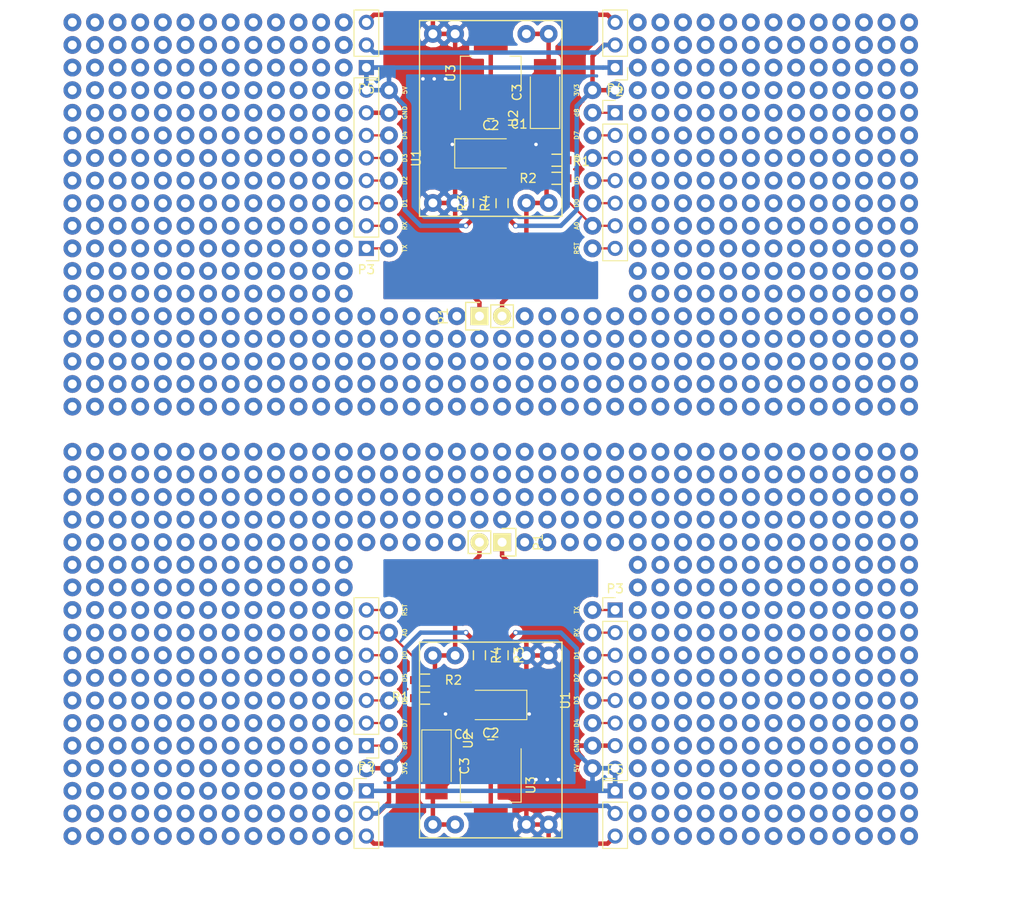
<source format=kicad_pcb>
(kicad_pcb (version 4) (host pcbnew 4.0.4+e1-6308~48~ubuntu16.04.1-stable)
  (layers (0 F.Cu signal) (31 B.Cu signal) (34 B.Paste user) (35 F.Paste user) (36 B.SilkS user) (37 F.SilkS user) (38 B.Mask user) (39 F.Mask user) (44 Edge.Cuts user))
  (net 0 "")
  (net 1 GND)
  (net 2 VCC)
  (net 3 +3V3)
  (net 4 /D3)
  (net 5 /D6)
  (net 6 /D5)
  (net 7 /D0)
  (net 8 /D8)
  (net 9 /D7)
  (net 10 /A0)
  (net 11 /RST)
  (net 12 /RX)
  (net 13 /D1)
  (net 14 /D2)
  (net 15 /D4)
  (net 16 /5V)
  (net 17 /TX)
  (net 18 VEE)
  (net 19 "Net-(C1-Pad2)")
  (module parts:RoundPad (layer F.Cu) (at 127.54 70.12 180)
    (fp_text reference "" (at 0 2.25 180) (layer F.SilkS))
    (fp_text value "")
    (pad 1 thru_hole oval (at 0 0 180) (size 2 2) (drill 1) (layers *.Cu *.Mask))
  )
  (module parts:RoundPad (layer F.Cu) (at 125 70.12 180)
    (fp_text reference "" (at 0 2.25 180) (layer F.SilkS))
    (fp_text value "")
    (pad 1 thru_hole oval (at 0 0 180) (size 2 2) (drill 1) (layers *.Cu *.Mask))
  )
  (module parts:RoundPad (layer F.Cu) (at 127.54 67.58 180)
    (fp_text reference "" (at 0 2.25 180) (layer F.SilkS))
    (fp_text value "")
    (pad 1 thru_hole oval (at 0 0 180) (size 2 2) (drill 1) (layers *.Cu *.Mask))
  )
  (module parts:RoundPad (layer F.Cu) (at 125 67.58 180)
    (fp_text reference "" (at 0 2.25 180) (layer F.SilkS))
    (fp_text value "")
    (pad 1 thru_hole oval (at 0 0 180) (size 2 2) (drill 1) (layers *.Cu *.Mask))
  )
  (module parts:RoundPad (layer F.Cu) (at 122.46 72.66 180)
    (fp_text reference "" (at 0 2.25 180) (layer F.SilkS))
    (fp_text value "")
    (pad 1 thru_hole oval (at 0 0 180) (size 2 2) (drill 1) (layers *.Cu *.Mask))
  )
  (module parts:RoundPad (layer F.Cu) (at 122.46 70.12 180)
    (fp_text reference "" (at 0 2.25 180) (layer F.SilkS))
    (fp_text value "")
    (pad 1 thru_hole oval (at 0 0 180) (size 2 2) (drill 1) (layers *.Cu *.Mask))
  )
  (module parts:RoundPad (layer F.Cu) (at 119.92 72.66 180)
    (fp_text reference "" (at 0 2.25 180) (layer F.SilkS))
    (fp_text value "")
    (pad 1 thru_hole oval (at 0 0 180) (size 2 2) (drill 1) (layers *.Cu *.Mask))
  )
  (module parts:RoundPad (layer F.Cu) (at 119.92 70.12 180)
    (fp_text reference "" (at 0 2.25 180) (layer F.SilkS))
    (fp_text value "")
    (pad 1 thru_hole oval (at 0 0 180) (size 2 2) (drill 1) (layers *.Cu *.Mask))
  )
  (module parts:RoundPad (layer F.Cu) (at 122.46 67.58 180)
    (fp_text reference "" (at 0 2.25 180) (layer F.SilkS))
    (fp_text value "")
    (pad 1 thru_hole oval (at 0 0 180) (size 2 2) (drill 1) (layers *.Cu *.Mask))
  )
  (module parts:RoundPad (layer F.Cu) (at 119.92 67.58 180)
    (fp_text reference "" (at 0 2.25 180) (layer F.SilkS))
    (fp_text value "")
    (pad 1 thru_hole oval (at 0 0 180) (size 2 2) (drill 1) (layers *.Cu *.Mask))
  )
  (module parts:RoundPad (layer F.Cu) (at 127.54 75.2 180)
    (fp_text reference "" (at 0 2.25 180) (layer F.SilkS))
    (fp_text value "")
    (pad 1 thru_hole oval (at 0 0 180) (size 2 2) (drill 1) (layers *.Cu *.Mask))
  )
  (module parts:RoundPad (layer F.Cu) (at 125 75.2 180)
    (fp_text reference "" (at 0 2.25 180) (layer F.SilkS))
    (fp_text value "")
    (pad 1 thru_hole oval (at 0 0 180) (size 2 2) (drill 1) (layers *.Cu *.Mask))
  )
  (module parts:RoundPad (layer F.Cu) (at 130.08 72.66 180)
    (fp_text reference "" (at 0 2.25 180) (layer F.SilkS))
    (fp_text value "")
    (pad 1 thru_hole oval (at 0 0 180) (size 2 2) (drill 1) (layers *.Cu *.Mask))
  )
  (module parts:RoundPad (layer F.Cu) (at 125 72.66 180)
    (fp_text reference "" (at 0 2.25 180) (layer F.SilkS))
    (fp_text value "")
    (pad 1 thru_hole oval (at 0 0 180) (size 2 2) (drill 1) (layers *.Cu *.Mask))
  )
  (module parts:RoundPad (layer F.Cu) (at 127.54 72.66 180)
    (fp_text reference "" (at 0 2.25 180) (layer F.SilkS))
    (fp_text value "")
    (pad 1 thru_hole oval (at 0 0 180) (size 2 2) (drill 1) (layers *.Cu *.Mask))
  )
  (module parts:RoundPad (layer F.Cu) (at 130.08 67.58 180)
    (fp_text reference "" (at 0 2.25 180) (layer F.SilkS))
    (fp_text value "")
    (pad 1 thru_hole oval (at 0 0 180) (size 2 2) (drill 1) (layers *.Cu *.Mask))
  )
  (module parts:RoundPad (layer F.Cu) (at 132.62 67.58 180)
    (fp_text reference "" (at 0 2.25 180) (layer F.SilkS))
    (fp_text value "")
    (pad 1 thru_hole oval (at 0 0 180) (size 2 2) (drill 1) (layers *.Cu *.Mask))
  )
  (module parts:RoundPad (layer F.Cu) (at 130.08 70.12 180)
    (fp_text reference "" (at 0 2.25 180) (layer F.SilkS))
    (fp_text value "")
    (pad 1 thru_hole oval (at 0 0 180) (size 2 2) (drill 1) (layers *.Cu *.Mask))
  )
  (module parts:RoundPad (layer F.Cu) (at 132.62 70.12 180)
    (fp_text reference "" (at 0 2.25 180) (layer F.SilkS))
    (fp_text value "")
    (pad 1 thru_hole oval (at 0 0 180) (size 2 2) (drill 1) (layers *.Cu *.Mask))
  )
  (module parts:RoundPad (layer F.Cu) (at 119.92 82.82 180)
    (fp_text reference "" (at 0 2.25 180) (layer F.SilkS))
    (fp_text value "")
    (pad 1 thru_hole oval (at 0 0 180) (size 2 2) (drill 1) (layers *.Cu *.Mask))
  )
  (module parts:RoundPad (layer F.Cu) (at 117.38 82.82 180)
    (fp_text reference "" (at 0 2.25 180) (layer F.SilkS))
    (fp_text value "")
    (pad 1 thru_hole oval (at 0 0 180) (size 2 2) (drill 1) (layers *.Cu *.Mask))
  )
  (module parts:RoundPad (layer F.Cu) (at 119.92 80.28 180)
    (fp_text reference "" (at 0 2.25 180) (layer F.SilkS))
    (fp_text value "")
    (pad 1 thru_hole oval (at 0 0 180) (size 2 2) (drill 1) (layers *.Cu *.Mask))
  )
  (module parts:RoundPad (layer F.Cu) (at 117.38 80.28 180)
    (fp_text reference "" (at 0 2.25 180) (layer F.SilkS))
    (fp_text value "")
    (pad 1 thru_hole oval (at 0 0 180) (size 2 2) (drill 1) (layers *.Cu *.Mask))
  )
  (module parts:RoundPad (layer F.Cu) (at 125 80.28 180)
    (fp_text reference "" (at 0 2.25 180) (layer F.SilkS))
    (fp_text value "")
    (pad 1 thru_hole oval (at 0 0 180) (size 2 2) (drill 1) (layers *.Cu *.Mask))
  )
  (module parts:RoundPad (layer F.Cu) (at 122.46 77.74 180)
    (fp_text reference "" (at 0 2.25 180) (layer F.SilkS))
    (fp_text value "")
    (pad 1 thru_hole oval (at 0 0 180) (size 2 2) (drill 1) (layers *.Cu *.Mask))
  )
  (module parts:RoundPad (layer F.Cu) (at 122.46 80.28 180)
    (fp_text reference "" (at 0 2.25 180) (layer F.SilkS))
    (fp_text value "")
    (pad 1 thru_hole oval (at 0 0 180) (size 2 2) (drill 1) (layers *.Cu *.Mask))
  )
  (module parts:RoundPad (layer F.Cu) (at 122.46 75.2 180)
    (fp_text reference "" (at 0 2.25 180) (layer F.SilkS))
    (fp_text value "")
    (pad 1 thru_hole oval (at 0 0 180) (size 2 2) (drill 1) (layers *.Cu *.Mask))
  )
  (module parts:RoundPad (layer F.Cu) (at 125 77.74 180)
    (fp_text reference "" (at 0 2.25 180) (layer F.SilkS))
    (fp_text value "")
    (pad 1 thru_hole oval (at 0 0 180) (size 2 2) (drill 1) (layers *.Cu *.Mask))
  )
  (module parts:RoundPad (layer F.Cu) (at 130.08 77.74 180)
    (fp_text reference "" (at 0 2.25 180) (layer F.SilkS))
    (fp_text value "")
    (pad 1 thru_hole oval (at 0 0 180) (size 2 2) (drill 1) (layers *.Cu *.Mask))
  )
  (module parts:RoundPad (layer F.Cu) (at 127.54 80.28 180)
    (fp_text reference "" (at 0 2.25 180) (layer F.SilkS))
    (fp_text value "")
    (pad 1 thru_hole oval (at 0 0 180) (size 2 2) (drill 1) (layers *.Cu *.Mask))
  )
  (module parts:RoundPad (layer F.Cu) (at 127.54 77.74 180)
    (fp_text reference "" (at 0 2.25 180) (layer F.SilkS))
    (fp_text value "")
    (pad 1 thru_hole oval (at 0 0 180) (size 2 2) (drill 1) (layers *.Cu *.Mask))
  )
  (module parts:RoundPad (layer F.Cu) (at 130.08 75.2 180)
    (fp_text reference "" (at 0 2.25 180) (layer F.SilkS))
    (fp_text value "")
    (pad 1 thru_hole oval (at 0 0 180) (size 2 2) (drill 1) (layers *.Cu *.Mask))
  )
  (module parts:RoundPad (layer F.Cu) (at 130.08 80.28 180)
    (fp_text reference "" (at 0 2.25 180) (layer F.SilkS))
    (fp_text value "")
    (pad 1 thru_hole oval (at 0 0 180) (size 2 2) (drill 1) (layers *.Cu *.Mask))
  )
  (module parts:RoundPad (layer F.Cu) (at 117.38 77.74 180)
    (fp_text reference "" (at 0 2.25 180) (layer F.SilkS))
    (fp_text value "")
    (pad 1 thru_hole oval (at 0 0 180) (size 2 2) (drill 1) (layers *.Cu *.Mask))
  )
  (module parts:RoundPad (layer F.Cu) (at 119.92 75.2 180)
    (fp_text reference "" (at 0 2.25 180) (layer F.SilkS))
    (fp_text value "")
    (pad 1 thru_hole oval (at 0 0 180) (size 2 2) (drill 1) (layers *.Cu *.Mask))
  )
  (module parts:RoundPad (layer F.Cu) (at 119.92 77.74 180)
    (fp_text reference "" (at 0 2.25 180) (layer F.SilkS))
    (fp_text value "")
    (pad 1 thru_hole oval (at 0 0 180) (size 2 2) (drill 1) (layers *.Cu *.Mask))
  )
  (module parts:RoundPad (layer F.Cu) (at 117.38 75.2 180)
    (fp_text reference "" (at 0 2.25 180) (layer F.SilkS))
    (fp_text value "")
    (pad 1 thru_hole oval (at 0 0 180) (size 2 2) (drill 1) (layers *.Cu *.Mask))
  )
  (module parts:RoundPad (layer F.Cu) (at 114.84 98.06 180)
    (fp_text reference "" (at 0 2.25 180) (layer F.SilkS))
    (fp_text value "")
    (pad 1 thru_hole oval (at 0 0 180) (size 2 2) (drill 1) (layers *.Cu *.Mask))
  )
  (module parts:RoundPad (layer F.Cu) (at 114.84 108.22 180)
    (fp_text reference "" (at 0 2.25 180) (layer F.SilkS))
    (fp_text value "")
    (pad 1 thru_hole oval (at 0 0 180) (size 2 2) (drill 1) (layers *.Cu *.Mask))
  )
  (module parts:RoundPad (layer F.Cu) (at 114.84 105.68 180)
    (fp_text reference "" (at 0 2.25 180) (layer F.SilkS))
    (fp_text value "")
    (pad 1 thru_hole oval (at 0 0 180) (size 2 2) (drill 1) (layers *.Cu *.Mask))
  )
  (module parts:RoundPad (layer F.Cu) (at 114.84 103.14 180)
    (fp_text reference "" (at 0 2.25 180) (layer F.SilkS))
    (fp_text value "")
    (pad 1 thru_hole oval (at 0 0 180) (size 2 2) (drill 1) (layers *.Cu *.Mask))
  )
  (module parts:RoundPad (layer F.Cu) (at 114.84 100.6 180)
    (fp_text reference "" (at 0 2.25 180) (layer F.SilkS))
    (fp_text value "")
    (pad 1 thru_hole oval (at 0 0 180) (size 2 2) (drill 1) (layers *.Cu *.Mask))
  )
  (module parts:RoundPad (layer F.Cu) (at 119.92 87.9 180)
    (fp_text reference "" (at 0 2.25 180) (layer F.SilkS))
    (fp_text value "")
    (pad 1 thru_hole oval (at 0 0 180) (size 2 2) (drill 1) (layers *.Cu *.Mask))
  )
  (module parts:RoundPad (layer F.Cu) (at 119.92 90.44 180)
    (fp_text reference "" (at 0 2.25 180) (layer F.SilkS))
    (fp_text value "")
    (pad 1 thru_hole oval (at 0 0 180) (size 2 2) (drill 1) (layers *.Cu *.Mask))
  )
  (module parts:RoundPad (layer F.Cu) (at 117.38 90.44 180)
    (fp_text reference "" (at 0 2.25 180) (layer F.SilkS))
    (fp_text value "")
    (pad 1 thru_hole oval (at 0 0 180) (size 2 2) (drill 1) (layers *.Cu *.Mask))
  )
  (module parts:RoundPad (layer F.Cu) (at 117.38 87.9 180)
    (fp_text reference "" (at 0 2.25 180) (layer F.SilkS))
    (fp_text value "")
    (pad 1 thru_hole oval (at 0 0 180) (size 2 2) (drill 1) (layers *.Cu *.Mask))
  )
  (module parts:RoundPad (layer F.Cu) (at 117.38 85.36 180)
    (fp_text reference "" (at 0 2.25 180) (layer F.SilkS))
    (fp_text value "")
    (pad 1 thru_hole oval (at 0 0 180) (size 2 2) (drill 1) (layers *.Cu *.Mask))
  )
  (module parts:RoundPad (layer F.Cu) (at 125 87.9 180)
    (fp_text reference "" (at 0 2.25 180) (layer F.SilkS))
    (fp_text value "")
    (pad 1 thru_hole oval (at 0 0 180) (size 2 2) (drill 1) (layers *.Cu *.Mask))
  )
  (module parts:RoundPad (layer F.Cu) (at 125 85.36 180)
    (fp_text reference "" (at 0 2.25 180) (layer F.SilkS))
    (fp_text value "")
    (pad 1 thru_hole oval (at 0 0 180) (size 2 2) (drill 1) (layers *.Cu *.Mask))
  )
  (module parts:RoundPad (layer F.Cu) (at 122.46 87.9 180)
    (fp_text reference "" (at 0 2.25 180) (layer F.SilkS))
    (fp_text value "")
    (pad 1 thru_hole oval (at 0 0 180) (size 2 2) (drill 1) (layers *.Cu *.Mask))
  )
  (module parts:RoundPad (layer F.Cu) (at 122.46 85.36 180)
    (fp_text reference "" (at 0 2.25 180) (layer F.SilkS))
    (fp_text value "")
    (pad 1 thru_hole oval (at 0 0 180) (size 2 2) (drill 1) (layers *.Cu *.Mask))
  )
  (module parts:RoundPad (layer F.Cu) (at 119.92 85.36 180)
    (fp_text reference "" (at 0 2.25 180) (layer F.SilkS))
    (fp_text value "")
    (pad 1 thru_hole oval (at 0 0 180) (size 2 2) (drill 1) (layers *.Cu *.Mask))
  )
  (module parts:RoundPad (layer F.Cu) (at 122.46 82.82 180)
    (fp_text reference "" (at 0 2.25 180) (layer F.SilkS))
    (fp_text value "")
    (pad 1 thru_hole oval (at 0 0 180) (size 2 2) (drill 1) (layers *.Cu *.Mask))
  )
  (module parts:RoundPad (layer F.Cu) (at 125 82.82 180)
    (fp_text reference "" (at 0 2.25 180) (layer F.SilkS))
    (fp_text value "")
    (pad 1 thru_hole oval (at 0 0 180) (size 2 2) (drill 1) (layers *.Cu *.Mask))
  )
  (module parts:RoundPad (layer F.Cu) (at 130.08 82.82 180)
    (fp_text reference "" (at 0 2.25 180) (layer F.SilkS))
    (fp_text value "")
    (pad 1 thru_hole oval (at 0 0 180) (size 2 2) (drill 1) (layers *.Cu *.Mask))
  )
  (module parts:RoundPad (layer F.Cu) (at 132.62 85.36 180)
    (fp_text reference "" (at 0 2.25 180) (layer F.SilkS))
    (fp_text value "")
    (pad 1 thru_hole oval (at 0 0 180) (size 2 2) (drill 1) (layers *.Cu *.Mask))
  )
  (module parts:RoundPad (layer F.Cu) (at 130.08 85.36 180)
    (fp_text reference "" (at 0 2.25 180) (layer F.SilkS))
    (fp_text value "")
    (pad 1 thru_hole oval (at 0 0 180) (size 2 2) (drill 1) (layers *.Cu *.Mask))
  )
  (module parts:RoundPad (layer F.Cu) (at 130.08 87.9 180)
    (fp_text reference "" (at 0 2.25 180) (layer F.SilkS))
    (fp_text value "")
    (pad 1 thru_hole oval (at 0 0 180) (size 2 2) (drill 1) (layers *.Cu *.Mask))
  )
  (module parts:RoundPad (layer F.Cu) (at 127.54 87.9 180)
    (fp_text reference "" (at 0 2.25 180) (layer F.SilkS))
    (fp_text value "")
    (pad 1 thru_hole oval (at 0 0 180) (size 2 2) (drill 1) (layers *.Cu *.Mask))
  )
  (module parts:RoundPad (layer F.Cu) (at 127.54 82.82 180)
    (fp_text reference "" (at 0 2.25 180) (layer F.SilkS))
    (fp_text value "")
    (pad 1 thru_hole oval (at 0 0 180) (size 2 2) (drill 1) (layers *.Cu *.Mask))
  )
  (module parts:RoundPad (layer F.Cu) (at 127.54 85.36 180)
    (fp_text reference "" (at 0 2.25 180) (layer F.SilkS))
    (fp_text value "")
    (pad 1 thru_hole oval (at 0 0 180) (size 2 2) (drill 1) (layers *.Cu *.Mask))
  )
  (module TO_SOT_Packages_SMD:SOT-223 (layer F.Cu) (at 100.87 70.755 90)
    (fp_text reference U3 (at 0 -4.5 90) (layer F.SilkS))
    (fp_text value AMS1117)
    (pad 4 smd rect (at 3.15 0 90) (size 2 3.8) (layers F.Cu F.Paste F.Mask) (net 19 "Net-(C1-Pad2)"))
    (pad 2 smd rect (at -3.15 0 90) (size 2 1.5) (layers F.Cu F.Paste F.Mask) (net 19 "Net-(C1-Pad2)"))
    (pad 3 smd rect (at -3.15 2.3 90) (size 2 1.5) (layers F.Cu F.Paste F.Mask) (net 2 VCC))
    (pad 1 smd rect (at -3.15 -2.3 90) (size 2 1.5) (layers F.Cu F.Paste F.Mask) (net 1 GND))
  )
  (module Pin_Headers:Pin_Header_Straight_1x03_Pitch2.54mm (layer F.Cu) (at 114.84 70.12 180)
    (fp_text reference P4 (at 0 -2.39 180) (layer F.SilkS))
    (fp_text value CONN_01X03 hide)
    (pad 1 thru_hole rect (at 0 0 180) (size 1.7 1.7) (drill 1) (layers *.Cu *.Mask) (net 16 /5V))
    (pad 2 thru_hole oval (at 0 2.54 180) (size 1.7 1.7) (drill 1) (layers *.Cu *.Mask) (net 3 +3V3))
    (pad 3 thru_hole oval (at 0 5.08 180) (size 1.7 1.7) (drill 1) (layers *.Cu *.Mask) (net 1 GND))
  )
  (module Pin_Headers:Pin_Header_Straight_1x03_Pitch2.54mm (layer F.Cu) (at 86.9 70.12 180)
    (fp_text reference P5 (at 0 -2.39 180) (layer F.SilkS))
    (fp_text value CONN_01X03 hide)
    (pad 1 thru_hole rect (at 0 0 180) (size 1.7 1.7) (drill 1) (layers *.Cu *.Mask) (net 16 /5V))
    (pad 2 thru_hole oval (at 0 2.54 180) (size 1.7 1.7) (drill 1) (layers *.Cu *.Mask) (net 3 +3V3))
    (pad 3 thru_hole oval (at 0 5.08 180) (size 1.7 1.7) (drill 1) (layers *.Cu *.Mask) (net 1 GND))
  )
  (module Pin_Headers:Pin_Header_Straight_1x08_Pitch2.54mm (layer F.Cu) (at 86.9 90.44 180)
    (fp_text reference P3 (at 0 -2.39 180) (layer F.SilkS))
    (fp_text value CONN_01X08)
    (pad 1 thru_hole rect (at 0 0 180) (size 1.7 1.7) (drill 1) (layers *.Cu *.Mask) (net 17 /TX))
    (pad 2 thru_hole oval (at 0 2.54 180) (size 1.7 1.7) (drill 1) (layers *.Cu *.Mask) (net 12 /RX))
    (pad 3 thru_hole oval (at 0 5.08 180) (size 1.7 1.7) (drill 1) (layers *.Cu *.Mask) (net 13 /D1))
    (pad 4 thru_hole oval (at 0 7.62 180) (size 1.7 1.7) (drill 1) (layers *.Cu *.Mask) (net 14 /D2))
    (pad 5 thru_hole oval (at 0 10.16 180) (size 1.7 1.7) (drill 1) (layers *.Cu *.Mask) (net 4 /D3))
    (pad 6 thru_hole oval (at 0 12.7 180) (size 1.7 1.7) (drill 1) (layers *.Cu *.Mask) (net 15 /D4))
    (pad 7 thru_hole oval (at 0 15.24 180) (size 1.7 1.7) (drill 1) (layers *.Cu *.Mask) (net 1 GND))
    (pad 8 thru_hole oval (at 0 17.78 180) (size 1.7 1.7) (drill 1) (layers *.Cu *.Mask) (net 16 /5V))
  )
  (module wemos_d1_mini:Wemos_D1_mini (layer F.Cu) (at 99.6 80.28 180)
    (fp_text reference U1 (at 7.112 0 270) (layer F.SilkS))
    (fp_text value Wemos_D1_mini hide)
    (fp_text user 5V (at 8.382 7.62 270) (layer F.SilkS) (effects (font (size 0.5 0.5) (thickness 0.1))))
    (fp_text user GND (at 8.382 5.08 270) (layer F.SilkS) (effects (font (size 0.5 0.5) (thickness 0.1))))
    (fp_text user D4 (at 8.382 2.54 270) (layer F.SilkS) (effects (font (size 0.5 0.5) (thickness 0.1))))
    (fp_text user D3 (at 8.382 0 270) (layer F.SilkS) (effects (font (size 0.5 0.5) (thickness 0.1))))
    (fp_text user D2 (at 8.382 -2.54 270) (layer F.SilkS) (effects (font (size 0.5 0.5) (thickness 0.1))))
    (fp_text user D1 (at 8.382 -5.08 270) (layer F.SilkS) (effects (font (size 0.5 0.5) (thickness 0.1))))
    (fp_text user RX (at 8.382 -7.62 270) (layer F.SilkS) (effects (font (size 0.5 0.5) (thickness 0.1))))
    (fp_text user TX (at 8.382 -10.16 270) (layer F.SilkS) (effects (font (size 0.5 0.5) (thickness 0.1))))
    (fp_text user 3V3 (at -10.922 7.62 270) (layer F.SilkS) (effects (font (size 0.5 0.5) (thickness 0.1))))
    (fp_text user d8 (at -10.922 5.08 270) (layer F.SilkS) (effects (font (size 0.5 0.5) (thickness 0.1))))
    (fp_text user D7 (at -10.922 2.54 270) (layer F.SilkS) (effects (font (size 0.5 0.5) (thickness 0.1))))
    (fp_text user D6 (at -10.922 0 270) (layer F.SilkS) (effects (font (size 0.5 0.5) (thickness 0.1))))
    (fp_text user D5 (at -10.922 -2.54 270) (layer F.SilkS) (effects (font (size 0.5 0.5) (thickness 0.1))))
    (fp_text user D0 (at -10.922 -5.08 270) (layer F.SilkS) (effects (font (size 0.5 0.5) (thickness 0.1))))
    (fp_text user A0 (at -10.922 -7.62 270) (layer F.SilkS) (effects (font (size 0.5 0.5) (thickness 0.1))))
    (fp_text user RST (at -10.922 -10.16 270) (layer F.SilkS) (effects (font (size 0.5 0.5) (thickness 0.1))))
    (pad 1 thru_hole oval (at -12.7 -10.16 180) (size 2 2) (drill 1) (layers *.Cu *.Mask) (net 11 /RST))
    (pad 2 thru_hole oval (at -12.7 -7.62 180) (size 2 2) (drill 1) (layers *.Cu *.Mask) (net 10 /A0))
    (pad 3 thru_hole oval (at -12.7 -5.08 180) (size 2 2) (drill 1) (layers *.Cu *.Mask) (net 7 /D0))
    (pad 4 thru_hole oval (at -12.7 -2.54 180) (size 2 2) (drill 1) (layers *.Cu *.Mask) (net 6 /D5))
    (pad 5 thru_hole oval (at -12.7 0 180) (size 2 2) (drill 1) (layers *.Cu *.Mask) (net 5 /D6))
    (pad 6 thru_hole oval (at -12.7 2.54 180) (size 2 2) (drill 1) (layers *.Cu *.Mask) (net 9 /D7))
    (pad 7 thru_hole oval (at -12.7 5.08 180) (size 2 2) (drill 1) (layers *.Cu *.Mask) (net 8 /D8))
    (pad 8 thru_hole oval (at -12.7 7.62 180) (size 2 2) (drill 1) (layers *.Cu *.Mask) (net 3 +3V3))
    (pad 9 thru_hole oval (at 10.16 7.62 180) (size 2 2) (drill 1) (layers *.Cu *.Mask) (net 16 /5V))
    (pad 10 thru_hole oval (at 10.16 5.08 180) (size 2 2) (drill 1) (layers *.Cu *.Mask) (net 1 GND))
    (pad 11 thru_hole oval (at 10.16 2.54 180) (size 2 2) (drill 1) (layers *.Cu *.Mask) (net 15 /D4))
    (pad 12 thru_hole oval (at 10.16 0 180) (size 2 2) (drill 1) (layers *.Cu *.Mask) (net 4 /D3))
    (pad 13 thru_hole oval (at 10.16 -2.54 180) (size 2 2) (drill 1) (layers *.Cu *.Mask) (net 14 /D2))
    (pad 14 thru_hole oval (at 10.16 -5.08 180) (size 2 2) (drill 1) (layers *.Cu *.Mask) (net 13 /D1))
    (pad 15 thru_hole oval (at 10.16 -7.62 180) (size 2 2) (drill 1) (layers *.Cu *.Mask) (net 12 /RX))
    (pad 16 thru_hole oval (at 10.16 -10.16 180) (size 2 2) (drill 1) (layers *.Cu *.Mask) (net 17 /TX))
  )
  (module mp1584:MP1584 (layer F.Cu) (at 100.87 75.835 90)
    (fp_text reference U2 (at 0 2.54 90) (layer F.SilkS))
    (fp_text value MP1584)
    (pad 2 thru_hole circle (at -9.5 -6.5 90) (size 2 2) (drill 1) (layers *.Cu *.Mask) (net 1 GND))
    (pad 2 thru_hole circle (at -9.5 -4 90) (size 2 2) (drill 1) (layers *.Cu *.Mask) (net 1 GND))
    (pad 1 thru_hole circle (at -9.5 4 90) (size 2 2) (drill 1) (layers *.Cu *.Mask) (net 18 VEE))
    (pad 1 thru_hole circle (at -9.5 6.5 90) (size 2 2) (drill 1) (layers *.Cu *.Mask) (net 18 VEE))
    (pad 3 thru_hole circle (at 9.5 4 90) (size 2 2) (drill 1) (layers *.Cu *.Mask) (net 2 VCC))
    (pad 3 thru_hole circle (at 9.5 6.5 90) (size 2 2) (drill 1) (layers *.Cu *.Mask) (net 2 VCC))
    (pad 4 thru_hole circle (at 9.5 -6.5 90) (size 2 2) (drill 1) (layers *.Cu *.Mask) (net 1 GND))
    (pad 4 thru_hole circle (at 9.5 -4 90) (size 2 2) (drill 1) (layers *.Cu *.Mask) (net 1 GND))
  )
  (module parts:RoundPad (layer F.Cu) (at 114.84 72.66 180)
    (fp_text reference "" (at 0 2.25 180) (layer F.SilkS))
    (fp_text value "")
    (pad 1 thru_hole oval (at 0 0 180) (size 2 2) (drill 1) (layers *.Cu *.Mask) (net 3 +3V3))
  )
  (module Pin_Headers:Pin_Header_Straight_1x07_Pitch2.54mm (layer F.Cu) (at 114.84 75.2)
    (fp_text reference P2 (at 0 -2.39) (layer F.SilkS))
    (fp_text value CONN_01X07 hide)
    (pad 1 thru_hole rect (at 0 0) (size 1.7 1.7) (drill 1) (layers *.Cu *.Mask) (net 8 /D8))
    (pad 2 thru_hole oval (at 0 2.54) (size 1.7 1.7) (drill 1) (layers *.Cu *.Mask) (net 9 /D7))
    (pad 3 thru_hole oval (at 0 5.08) (size 1.7 1.7) (drill 1) (layers *.Cu *.Mask) (net 5 /D6))
    (pad 4 thru_hole oval (at 0 7.62) (size 1.7 1.7) (drill 1) (layers *.Cu *.Mask) (net 6 /D5))
    (pad 5 thru_hole oval (at 0 10.16) (size 1.7 1.7) (drill 1) (layers *.Cu *.Mask) (net 7 /D0))
    (pad 6 thru_hole oval (at 0 12.7) (size 1.7 1.7) (drill 1) (layers *.Cu *.Mask) (net 10 /A0))
    (pad 7 thru_hole oval (at 0 15.24) (size 1.7 1.7) (drill 1) (layers *.Cu *.Mask) (net 11 /RST))
  )
  (module Capacitors_Tantalum_SMD:CP_Tantalum_Case-B_EIA-3528-21_Hand (layer F.Cu) (at 106.966 72.914 90)
    (fp_text reference C3 (at 0 -3.15 90) (layer F.SilkS))
    (fp_text value 10µ)
    (pad 1 smd rect (at -2.15 0 90) (size 3.2 2.5) (layers F.Cu F.Paste F.Mask) (net 1 GND))
    (pad 2 smd rect (at 2.15 0 90) (size 3.2 2.5) (layers F.Cu F.Paste F.Mask) (net 2 VCC))
  )
  (module Resistors_SMD:R_0603_HandSoldering (layer F.Cu) (at 108.236 80.534 180)
    (fp_text reference R1 (at -2.794 -0.127 180) (layer F.SilkS))
    (fp_text value 1M)
    (pad 1 smd rect (at -1.1 0 180) (size 1.2 0.9) (layers F.Cu F.Paste F.Mask) (net 10 /A0))
    (pad 2 smd rect (at 1.1 0 180) (size 1.2 0.9) (layers F.Cu F.Paste F.Mask) (net 1 GND))
  )
  (module Resistors_SMD:R_0603_HandSoldering (layer F.Cu) (at 108.236 82.566 180)
    (fp_text reference R2 (at 3.175 0 180) (layer F.SilkS))
    (fp_text value 1M)
    (pad 1 smd rect (at -1.1 0 180) (size 1.2 0.9) (layers F.Cu F.Paste F.Mask) (net 10 /A0))
    (pad 2 smd rect (at 1.1 0 180) (size 1.2 0.9) (layers F.Cu F.Paste F.Mask) (net 18 VEE))
  )
  (module parts:RoundPad (layer F.Cu) (at 104.68 98.06 180)
    (fp_text reference "" (at 0 2.25 180) (layer F.SilkS))
    (fp_text value "")
    (pad 1 thru_hole oval (at 0 0 180) (size 2 2) (drill 1) (layers *.Cu *.Mask))
  )
  (module parts:RoundPad (layer F.Cu) (at 109.76 103.14 180)
    (fp_text reference "" (at 0 2.25 180) (layer F.SilkS))
    (fp_text value "")
    (pad 1 thru_hole oval (at 0 0 180) (size 2 2) (drill 1) (layers *.Cu *.Mask))
  )
  (module parts:RoundPad (layer F.Cu) (at 107.22 103.14 180)
    (fp_text reference "" (at 0 2.25 180) (layer F.SilkS))
    (fp_text value "")
    (pad 1 thru_hole oval (at 0 0 180) (size 2 2) (drill 1) (layers *.Cu *.Mask))
  )
  (module parts:RoundPad (layer F.Cu) (at 109.76 100.6 180)
    (fp_text reference "" (at 0 2.25 180) (layer F.SilkS))
    (fp_text value "")
    (pad 1 thru_hole oval (at 0 0 180) (size 2 2) (drill 1) (layers *.Cu *.Mask))
  )
  (module parts:RoundPad (layer F.Cu) (at 107.22 100.6 180)
    (fp_text reference "" (at 0 2.25 180) (layer F.SilkS))
    (fp_text value "")
    (pad 1 thru_hole oval (at 0 0 180) (size 2 2) (drill 1) (layers *.Cu *.Mask))
  )
  (module parts:RoundPad (layer F.Cu) (at 107.22 98.06 180)
    (fp_text reference "" (at 0 2.25 180) (layer F.SilkS))
    (fp_text value "")
    (pad 1 thru_hole oval (at 0 0 180) (size 2 2) (drill 1) (layers *.Cu *.Mask))
  )
  (module Pin_Headers:Pin_Header_Straight_1x02 (layer F.Cu) (at 99.6 98.06 90)
    (fp_text reference P1 (at 0 -4.064 270) (layer F.SilkS))
    (fp_text value CONN_01X02 hide)
    (pad 1 thru_hole rect (at 0 0 90) (size 2.032 2.032) (drill 1.016) (layers *.Cu *.Mask F.SilkS) (net 1 GND))
    (pad 2 thru_hole oval (at 0 2.54 90) (size 2.032 2.032) (drill 1.016) (layers *.Cu *.Mask F.SilkS) (net 18 VEE))
  )
  (module parts:RoundPad (layer F.Cu) (at 99.6 100.6 180)
    (fp_text reference "" (at 0 2.25 180) (layer F.SilkS))
    (fp_text value "")
    (pad 1 thru_hole oval (at 0 0 180) (size 2 2) (drill 1) (layers *.Cu *.Mask))
  )
  (module parts:RoundPad (layer F.Cu) (at 102.14 103.14 180)
    (fp_text reference "" (at 0 2.25 180) (layer F.SilkS))
    (fp_text value "")
    (pad 1 thru_hole oval (at 0 0 180) (size 2 2) (drill 1) (layers *.Cu *.Mask))
  )
  (module parts:RoundPad (layer F.Cu) (at 104.68 100.6 180)
    (fp_text reference "" (at 0 2.25 180) (layer F.SilkS))
    (fp_text value "")
    (pad 1 thru_hole oval (at 0 0 180) (size 2 2) (drill 1) (layers *.Cu *.Mask))
  )
  (module parts:RoundPad (layer F.Cu) (at 102.14 100.6 180)
    (fp_text reference "" (at 0 2.25 180) (layer F.SilkS))
    (fp_text value "")
    (pad 1 thru_hole oval (at 0 0 180) (size 2 2) (drill 1) (layers *.Cu *.Mask))
  )
  (module parts:RoundPad (layer F.Cu) (at 104.68 103.14 180)
    (fp_text reference "" (at 0 2.25 180) (layer F.SilkS))
    (fp_text value "")
    (pad 1 thru_hole oval (at 0 0 180) (size 2 2) (drill 1) (layers *.Cu *.Mask))
  )
  (module parts:RoundPad (layer F.Cu) (at 112.3 103.14 180)
    (fp_text reference "" (at 0 2.25 180) (layer F.SilkS))
    (fp_text value "")
    (pad 1 thru_hole oval (at 0 0 180) (size 2 2) (drill 1) (layers *.Cu *.Mask))
  )
  (module parts:RoundPad (layer F.Cu) (at 112.3 100.6 180)
    (fp_text reference "" (at 0 2.25 180) (layer F.SilkS))
    (fp_text value "")
    (pad 1 thru_hole oval (at 0 0 180) (size 2 2) (drill 1) (layers *.Cu *.Mask))
  )
  (module parts:RoundPad (layer F.Cu) (at 112.3 98.06 180)
    (fp_text reference "" (at 0 2.25 180) (layer F.SilkS))
    (fp_text value "")
    (pad 1 thru_hole oval (at 0 0 180) (size 2 2) (drill 1) (layers *.Cu *.Mask))
  )
  (module parts:RoundPad (layer F.Cu) (at 109.76 98.06 180)
    (fp_text reference "" (at 0 2.25 180) (layer F.SilkS))
    (fp_text value "")
    (pad 1 thru_hole oval (at 0 0 180) (size 2 2) (drill 1) (layers *.Cu *.Mask))
  )
  (module parts:RoundPad (layer F.Cu) (at 99.6 103.14 180)
    (fp_text reference "" (at 0 2.25 180) (layer F.SilkS))
    (fp_text value "")
    (pad 1 thru_hole oval (at 0 0 180) (size 2 2) (drill 1) (layers *.Cu *.Mask))
  )
  (module parts:RoundPad (layer F.Cu) (at 104.68 108.22 180)
    (fp_text reference "" (at 0 2.25 180) (layer F.SilkS))
    (fp_text value "")
    (pad 1 thru_hole oval (at 0 0 180) (size 2 2) (drill 1) (layers *.Cu *.Mask))
  )
  (module parts:RoundPad (layer F.Cu) (at 102.14 105.68 180)
    (fp_text reference "" (at 0 2.25 180) (layer F.SilkS))
    (fp_text value "")
    (pad 1 thru_hole oval (at 0 0 180) (size 2 2) (drill 1) (layers *.Cu *.Mask))
  )
  (module parts:RoundPad (layer F.Cu) (at 99.6 108.22 180)
    (fp_text reference "" (at 0 2.25 180) (layer F.SilkS))
    (fp_text value "")
    (pad 1 thru_hole oval (at 0 0 180) (size 2 2) (drill 1) (layers *.Cu *.Mask))
  )
  (module parts:RoundPad (layer F.Cu) (at 104.68 105.68 180)
    (fp_text reference "" (at 0 2.25 180) (layer F.SilkS))
    (fp_text value "")
    (pad 1 thru_hole oval (at 0 0 180) (size 2 2) (drill 1) (layers *.Cu *.Mask))
  )
  (module parts:RoundPad (layer F.Cu) (at 99.6 105.68 180)
    (fp_text reference "" (at 0 2.25 180) (layer F.SilkS))
    (fp_text value "")
    (pad 1 thru_hole oval (at 0 0 180) (size 2 2) (drill 1) (layers *.Cu *.Mask))
  )
  (module parts:RoundPad (layer F.Cu) (at 102.14 108.22 180)
    (fp_text reference "" (at 0 2.25 180) (layer F.SilkS))
    (fp_text value "")
    (pad 1 thru_hole oval (at 0 0 180) (size 2 2) (drill 1) (layers *.Cu *.Mask))
  )
  (module Capacitors_Tantalum_SMD:CP_Tantalum_Case-B_EIA-3528-21_Hand (layer F.Cu) (at 100.87 79.772)
    (fp_text reference C2 (at 0 -3.15) (layer F.SilkS))
    (fp_text value 10µ)
    (pad 1 smd rect (at -2.15 0) (size 3.2 2.5) (layers F.Cu F.Paste F.Mask) (net 1 GND))
    (pad 2 smd rect (at 2.15 0) (size 3.2 2.5) (layers F.Cu F.Paste F.Mask) (net 19 "Net-(C1-Pad2)"))
  )
  (module Resistors_SMD:R_0603_HandSoldering (layer F.Cu) (at 99.6 85.36 90)
    (fp_text reference R3 (at 0 -1.9 90) (layer F.SilkS))
    (fp_text value R)
    (pad 1 smd rect (at -1.1 0 90) (size 1.2 0.9) (layers F.Cu F.Paste F.Mask) (net 16 /5V))
    (pad 2 smd rect (at 1.1 0 90) (size 1.2 0.9) (layers F.Cu F.Paste F.Mask) (net 19 "Net-(C1-Pad2)"))
  )
  (module Resistors_SMD:R_0603_HandSoldering (layer F.Cu) (at 102.14 85.36 90)
    (fp_text reference R4 (at 0 -1.9 90) (layer F.SilkS))
    (fp_text value R)
    (pad 1 smd rect (at -1.1 0 90) (size 1.2 0.9) (layers F.Cu F.Paste F.Mask) (net 3 +3V3))
    (pad 2 smd rect (at 1.1 0 90) (size 1.2 0.9) (layers F.Cu F.Paste F.Mask) (net 19 "Net-(C1-Pad2)"))
  )
  (module Capacitors_SMD:C_0603_HandSoldering (layer F.Cu) (at 100.87 76.47)
    (fp_text reference C1 (at 3.175 0) (layer F.SilkS))
    (fp_text value 100n)
    (pad 1 smd rect (at -0.95 0) (size 1.2 0.75) (layers F.Cu F.Paste F.Mask) (net 1 GND))
    (pad 2 smd rect (at 0.95 0) (size 1.2 0.75) (layers F.Cu F.Paste F.Mask) (net 19 "Net-(C1-Pad2)"))
  )
  (module parts:RoundPad (layer F.Cu) (at 109.76 105.68 180)
    (fp_text reference "" (at 0 2.25 180) (layer F.SilkS))
    (fp_text value "")
    (pad 1 thru_hole oval (at 0 0 180) (size 2 2) (drill 1) (layers *.Cu *.Mask))
  )
  (module parts:RoundPad (layer F.Cu) (at 107.22 105.68 180)
    (fp_text reference "" (at 0 2.25 180) (layer F.SilkS))
    (fp_text value "")
    (pad 1 thru_hole oval (at 0 0 180) (size 2 2) (drill 1) (layers *.Cu *.Mask))
  )
  (module parts:RoundPad (layer F.Cu) (at 112.3 108.22 180)
    (fp_text reference "" (at 0 2.25 180) (layer F.SilkS))
    (fp_text value "")
    (pad 1 thru_hole oval (at 0 0 180) (size 2 2) (drill 1) (layers *.Cu *.Mask))
  )
  (module parts:RoundPad (layer F.Cu) (at 109.76 108.22 180)
    (fp_text reference "" (at 0 2.25 180) (layer F.SilkS))
    (fp_text value "")
    (pad 1 thru_hole oval (at 0 0 180) (size 2 2) (drill 1) (layers *.Cu *.Mask))
  )
  (module parts:RoundPad (layer F.Cu) (at 107.22 108.22 180)
    (fp_text reference "" (at 0 2.25 180) (layer F.SilkS))
    (fp_text value "")
    (pad 1 thru_hole oval (at 0 0 180) (size 2 2) (drill 1) (layers *.Cu *.Mask))
  )
  (module parts:RoundPad (layer F.Cu) (at 112.3 105.68 180)
    (fp_text reference "" (at 0 2.25 180) (layer F.SilkS))
    (fp_text value "")
    (pad 1 thru_hole oval (at 0 0 180) (size 2 2) (drill 1) (layers *.Cu *.Mask))
  )
  (module parts:RoundPad (layer F.Cu) (at 86.9 100.6 180)
    (fp_text reference "" (at 0 2.25 180) (layer F.SilkS))
    (fp_text value "")
    (pad 1 thru_hole oval (at 0 0 180) (size 2 2) (drill 1) (layers *.Cu *.Mask))
  )
  (module parts:RoundPad (layer F.Cu) (at 86.9 98.06 180)
    (fp_text reference "" (at 0 2.25 180) (layer F.SilkS))
    (fp_text value "")
    (pad 1 thru_hole oval (at 0 0 180) (size 2 2) (drill 1) (layers *.Cu *.Mask))
  )
  (module parts:RoundPad (layer F.Cu) (at 89.44 98.06 180)
    (fp_text reference "" (at 0 2.25 180) (layer F.SilkS))
    (fp_text value "")
    (pad 1 thru_hole oval (at 0 0 180) (size 2 2) (drill 1) (layers *.Cu *.Mask))
  )
  (module parts:RoundPad (layer F.Cu) (at 91.98 98.06 180)
    (fp_text reference "" (at 0 2.25 180) (layer F.SilkS))
    (fp_text value "")
    (pad 1 thru_hole oval (at 0 0 180) (size 2 2) (drill 1) (layers *.Cu *.Mask))
  )
  (module parts:RoundPad (layer F.Cu) (at 91.98 100.6 180)
    (fp_text reference "" (at 0 2.25 180) (layer F.SilkS))
    (fp_text value "")
    (pad 1 thru_hole oval (at 0 0 180) (size 2 2) (drill 1) (layers *.Cu *.Mask))
  )
  (module parts:RoundPad (layer F.Cu) (at 89.44 100.6 180)
    (fp_text reference "" (at 0 2.25 180) (layer F.SilkS))
    (fp_text value "")
    (pad 1 thru_hole oval (at 0 0 180) (size 2 2) (drill 1) (layers *.Cu *.Mask))
  )
  (module parts:RoundPad (layer F.Cu) (at 89.44 108.22 180)
    (fp_text reference "" (at 0 2.25 180) (layer F.SilkS))
    (fp_text value "")
    (pad 1 thru_hole oval (at 0 0 180) (size 2 2) (drill 1) (layers *.Cu *.Mask))
  )
  (module parts:RoundPad (layer F.Cu) (at 86.9 105.68 180)
    (fp_text reference "" (at 0 2.25 180) (layer F.SilkS))
    (fp_text value "")
    (pad 1 thru_hole oval (at 0 0 180) (size 2 2) (drill 1) (layers *.Cu *.Mask))
  )
  (module parts:RoundPad (layer F.Cu) (at 89.44 105.68 180)
    (fp_text reference "" (at 0 2.25 180) (layer F.SilkS))
    (fp_text value "")
    (pad 1 thru_hole oval (at 0 0 180) (size 2 2) (drill 1) (layers *.Cu *.Mask))
  )
  (module parts:RoundPad (layer F.Cu) (at 89.44 103.14 180)
    (fp_text reference "" (at 0 2.25 180) (layer F.SilkS))
    (fp_text value "")
    (pad 1 thru_hole oval (at 0 0 180) (size 2 2) (drill 1) (layers *.Cu *.Mask))
  )
  (module parts:RoundPad (layer F.Cu) (at 86.9 103.14 180)
    (fp_text reference "" (at 0 2.25 180) (layer F.SilkS))
    (fp_text value "")
    (pad 1 thru_hole oval (at 0 0 180) (size 2 2) (drill 1) (layers *.Cu *.Mask))
  )
  (module parts:RoundPad (layer F.Cu) (at 86.9 108.22 180)
    (fp_text reference "" (at 0 2.25 180) (layer F.SilkS))
    (fp_text value "")
    (pad 1 thru_hole oval (at 0 0 180) (size 2 2) (drill 1) (layers *.Cu *.Mask))
  )
  (module parts:RoundPad (layer F.Cu) (at 97.06 108.22 180)
    (fp_text reference "" (at 0 2.25 180) (layer F.SilkS))
    (fp_text value "")
    (pad 1 thru_hole oval (at 0 0 180) (size 2 2) (drill 1) (layers *.Cu *.Mask))
  )
  (module parts:RoundPad (layer F.Cu) (at 94.52 105.68 180)
    (fp_text reference "" (at 0 2.25 180) (layer F.SilkS))
    (fp_text value "")
    (pad 1 thru_hole oval (at 0 0 180) (size 2 2) (drill 1) (layers *.Cu *.Mask))
  )
  (module parts:RoundPad (layer F.Cu) (at 97.06 105.68 180)
    (fp_text reference "" (at 0 2.25 180) (layer F.SilkS))
    (fp_text value "")
    (pad 1 thru_hole oval (at 0 0 180) (size 2 2) (drill 1) (layers *.Cu *.Mask))
  )
  (module parts:RoundPad (layer F.Cu) (at 91.98 105.68 180)
    (fp_text reference "" (at 0 2.25 180) (layer F.SilkS))
    (fp_text value "")
    (pad 1 thru_hole oval (at 0 0 180) (size 2 2) (drill 1) (layers *.Cu *.Mask))
  )
  (module parts:RoundPad (layer F.Cu) (at 91.98 108.22 180)
    (fp_text reference "" (at 0 2.25 180) (layer F.SilkS))
    (fp_text value "")
    (pad 1 thru_hole oval (at 0 0 180) (size 2 2) (drill 1) (layers *.Cu *.Mask))
  )
  (module parts:RoundPad (layer F.Cu) (at 94.52 108.22 180)
    (fp_text reference "" (at 0 2.25 180) (layer F.SilkS))
    (fp_text value "")
    (pad 1 thru_hole oval (at 0 0 180) (size 2 2) (drill 1) (layers *.Cu *.Mask))
  )
  (module parts:RoundPad (layer F.Cu) (at 97.06 103.14 180)
    (fp_text reference "" (at 0 2.25 180) (layer F.SilkS))
    (fp_text value "")
    (pad 1 thru_hole oval (at 0 0 180) (size 2 2) (drill 1) (layers *.Cu *.Mask))
  )
  (module parts:RoundPad (layer F.Cu) (at 97.06 100.6 180)
    (fp_text reference "" (at 0 2.25 180) (layer F.SilkS))
    (fp_text value "")
    (pad 1 thru_hole oval (at 0 0 180) (size 2 2) (drill 1) (layers *.Cu *.Mask))
  )
  (module parts:RoundPad (layer F.Cu) (at 94.52 100.6 180)
    (fp_text reference "" (at 0 2.25 180) (layer F.SilkS))
    (fp_text value "")
    (pad 1 thru_hole oval (at 0 0 180) (size 2 2) (drill 1) (layers *.Cu *.Mask))
  )
  (module parts:RoundPad (layer F.Cu) (at 91.98 103.14 180)
    (fp_text reference "" (at 0 2.25 180) (layer F.SilkS))
    (fp_text value "")
    (pad 1 thru_hole oval (at 0 0 180) (size 2 2) (drill 1) (layers *.Cu *.Mask))
  )
  (module parts:RoundPad (layer F.Cu) (at 94.52 98.06 180)
    (fp_text reference "" (at 0 2.25 180) (layer F.SilkS))
    (fp_text value "")
    (pad 1 thru_hole oval (at 0 0 180) (size 2 2) (drill 1) (layers *.Cu *.Mask))
  )
  (module parts:RoundPad (layer F.Cu) (at 97.06 98.06 180)
    (fp_text reference "" (at 0 2.25 180) (layer F.SilkS))
    (fp_text value "")
    (pad 1 thru_hole oval (at 0 0 180) (size 2 2) (drill 1) (layers *.Cu *.Mask))
  )
  (module parts:RoundPad (layer F.Cu) (at 94.52 103.14 180)
    (fp_text reference "" (at 0 2.25 180) (layer F.SilkS))
    (fp_text value "")
    (pad 1 thru_hole oval (at 0 0 180) (size 2 2) (drill 1) (layers *.Cu *.Mask))
  )
  (module parts:RoundPad (layer F.Cu) (at 76.74 108.22 180)
    (fp_text reference "" (at 0 2.25 180) (layer F.SilkS))
    (fp_text value "")
    (pad 1 thru_hole oval (at 0 0 180) (size 2 2) (drill 1) (layers *.Cu *.Mask))
  )
  (module parts:RoundPad (layer F.Cu) (at 74.2 108.22 180)
    (fp_text reference "" (at 0 2.25 180) (layer F.SilkS))
    (fp_text value "")
    (pad 1 thru_hole oval (at 0 0 180) (size 2 2) (drill 1) (layers *.Cu *.Mask))
  )
  (module parts:RoundPad (layer F.Cu) (at 74.2 105.68 180)
    (fp_text reference "" (at 0 2.25 180) (layer F.SilkS))
    (fp_text value "")
    (pad 1 thru_hole oval (at 0 0 180) (size 2 2) (drill 1) (layers *.Cu *.Mask))
  )
  (module parts:RoundPad (layer F.Cu) (at 71.66 105.68 180)
    (fp_text reference "" (at 0 2.25 180) (layer F.SilkS))
    (fp_text value "")
    (pad 1 thru_hole oval (at 0 0 180) (size 2 2) (drill 1) (layers *.Cu *.Mask))
  )
  (module parts:RoundPad (layer F.Cu) (at 69.12 103.14 180)
    (fp_text reference "" (at 0 2.25 180) (layer F.SilkS))
    (fp_text value "")
    (pad 1 thru_hole oval (at 0 0 180) (size 2 2) (drill 1) (layers *.Cu *.Mask))
  )
  (module parts:RoundPad (layer F.Cu) (at 66.58 103.14 180)
    (fp_text reference "" (at 0 2.25 180) (layer F.SilkS))
    (fp_text value "")
    (pad 1 thru_hole oval (at 0 0 180) (size 2 2) (drill 1) (layers *.Cu *.Mask))
  )
  (module parts:RoundPad (layer F.Cu) (at 66.58 100.6 180)
    (fp_text reference "" (at 0 2.25 180) (layer F.SilkS))
    (fp_text value "")
    (pad 1 thru_hole oval (at 0 0 180) (size 2 2) (drill 1) (layers *.Cu *.Mask))
  )
  (module parts:RoundPad (layer F.Cu) (at 69.12 100.6 180)
    (fp_text reference "" (at 0 2.25 180) (layer F.SilkS))
    (fp_text value "")
    (pad 1 thru_hole oval (at 0 0 180) (size 2 2) (drill 1) (layers *.Cu *.Mask))
  )
  (module parts:RoundPad (layer F.Cu) (at 69.12 108.22 180)
    (fp_text reference "" (at 0 2.25 180) (layer F.SilkS))
    (fp_text value "")
    (pad 1 thru_hole oval (at 0 0 180) (size 2 2) (drill 1) (layers *.Cu *.Mask))
  )
  (module parts:RoundPad (layer F.Cu) (at 66.58 108.22 180)
    (fp_text reference "" (at 0 2.25 180) (layer F.SilkS))
    (fp_text value "")
    (pad 1 thru_hole oval (at 0 0 180) (size 2 2) (drill 1) (layers *.Cu *.Mask))
  )
  (module parts:RoundPad (layer F.Cu) (at 69.12 105.68 180)
    (fp_text reference "" (at 0 2.25 180) (layer F.SilkS))
    (fp_text value "")
    (pad 1 thru_hole oval (at 0 0 180) (size 2 2) (drill 1) (layers *.Cu *.Mask))
  )
  (module parts:RoundPad (layer F.Cu) (at 66.58 105.68 180)
    (fp_text reference "" (at 0 2.25 180) (layer F.SilkS))
    (fp_text value "")
    (pad 1 thru_hole oval (at 0 0 180) (size 2 2) (drill 1) (layers *.Cu *.Mask))
  )
  (module parts:RoundPad (layer F.Cu) (at 71.66 108.22 180)
    (fp_text reference "" (at 0 2.25 180) (layer F.SilkS))
    (fp_text value "")
    (pad 1 thru_hole oval (at 0 0 180) (size 2 2) (drill 1) (layers *.Cu *.Mask))
  )
  (module parts:RoundPad (layer F.Cu) (at 74.2 100.6 180)
    (fp_text reference "" (at 0 2.25 180) (layer F.SilkS))
    (fp_text value "")
    (pad 1 thru_hole oval (at 0 0 180) (size 2 2) (drill 1) (layers *.Cu *.Mask))
  )
  (module parts:RoundPad (layer F.Cu) (at 71.66 100.6 180)
    (fp_text reference "" (at 0 2.25 180) (layer F.SilkS))
    (fp_text value "")
    (pad 1 thru_hole oval (at 0 0 180) (size 2 2) (drill 1) (layers *.Cu *.Mask))
  )
  (module parts:RoundPad (layer F.Cu) (at 71.66 103.14 180)
    (fp_text reference "" (at 0 2.25 180) (layer F.SilkS))
    (fp_text value "")
    (pad 1 thru_hole oval (at 0 0 180) (size 2 2) (drill 1) (layers *.Cu *.Mask))
  )
  (module parts:RoundPad (layer F.Cu) (at 74.2 103.14 180)
    (fp_text reference "" (at 0 2.25 180) (layer F.SilkS))
    (fp_text value "")
    (pad 1 thru_hole oval (at 0 0 180) (size 2 2) (drill 1) (layers *.Cu *.Mask))
  )
  (module parts:RoundPad (layer F.Cu) (at 76.74 105.68 180)
    (fp_text reference "" (at 0 2.25 180) (layer F.SilkS))
    (fp_text value "")
    (pad 1 thru_hole oval (at 0 0 180) (size 2 2) (drill 1) (layers *.Cu *.Mask))
  )
  (module parts:RoundPad (layer F.Cu) (at 76.74 103.14 180)
    (fp_text reference "" (at 0 2.25 180) (layer F.SilkS))
    (fp_text value "")
    (pad 1 thru_hole oval (at 0 0 180) (size 2 2) (drill 1) (layers *.Cu *.Mask))
  )
  (module parts:RoundPad (layer F.Cu) (at 76.74 100.6 180)
    (fp_text reference "" (at 0 2.25 180) (layer F.SilkS))
    (fp_text value "")
    (pad 1 thru_hole oval (at 0 0 180) (size 2 2) (drill 1) (layers *.Cu *.Mask))
  )
  (module parts:RoundPad (layer F.Cu) (at 74.2 98.06 180)
    (fp_text reference "" (at 0 2.25 180) (layer F.SilkS))
    (fp_text value "")
    (pad 1 thru_hole oval (at 0 0 180) (size 2 2) (drill 1) (layers *.Cu *.Mask))
  )
  (module parts:RoundPad (layer F.Cu) (at 71.66 98.06 180)
    (fp_text reference "" (at 0 2.25 180) (layer F.SilkS))
    (fp_text value "")
    (pad 1 thru_hole oval (at 0 0 180) (size 2 2) (drill 1) (layers *.Cu *.Mask))
  )
  (module parts:RoundPad (layer F.Cu) (at 76.74 98.06 180)
    (fp_text reference "" (at 0 2.25 180) (layer F.SilkS))
    (fp_text value "")
    (pad 1 thru_hole oval (at 0 0 180) (size 2 2) (drill 1) (layers *.Cu *.Mask))
  )
  (module parts:RoundPad (layer F.Cu) (at 84.36 108.22 180)
    (fp_text reference "" (at 0 2.25 180) (layer F.SilkS))
    (fp_text value "")
    (pad 1 thru_hole oval (at 0 0 180) (size 2 2) (drill 1) (layers *.Cu *.Mask))
  )
  (module parts:RoundPad (layer F.Cu) (at 84.36 105.68 180)
    (fp_text reference "" (at 0 2.25 180) (layer F.SilkS))
    (fp_text value "")
    (pad 1 thru_hole oval (at 0 0 180) (size 2 2) (drill 1) (layers *.Cu *.Mask))
  )
  (module parts:RoundPad (layer F.Cu) (at 81.82 105.68 180)
    (fp_text reference "" (at 0 2.25 180) (layer F.SilkS))
    (fp_text value "")
    (pad 1 thru_hole oval (at 0 0 180) (size 2 2) (drill 1) (layers *.Cu *.Mask))
  )
  (module parts:RoundPad (layer F.Cu) (at 79.28 105.68 180)
    (fp_text reference "" (at 0 2.25 180) (layer F.SilkS))
    (fp_text value "")
    (pad 1 thru_hole oval (at 0 0 180) (size 2 2) (drill 1) (layers *.Cu *.Mask))
  )
  (module parts:RoundPad (layer F.Cu) (at 79.28 108.22 180)
    (fp_text reference "" (at 0 2.25 180) (layer F.SilkS))
    (fp_text value "")
    (pad 1 thru_hole oval (at 0 0 180) (size 2 2) (drill 1) (layers *.Cu *.Mask))
  )
  (module parts:RoundPad (layer F.Cu) (at 81.82 108.22 180)
    (fp_text reference "" (at 0 2.25 180) (layer F.SilkS))
    (fp_text value "")
    (pad 1 thru_hole oval (at 0 0 180) (size 2 2) (drill 1) (layers *.Cu *.Mask))
  )
  (module parts:RoundPad (layer F.Cu) (at 84.36 103.14 180)
    (fp_text reference "" (at 0 2.25 180) (layer F.SilkS))
    (fp_text value "")
    (pad 1 thru_hole oval (at 0 0 180) (size 2 2) (drill 1) (layers *.Cu *.Mask))
  )
  (module parts:RoundPad (layer F.Cu) (at 84.36 100.6 180)
    (fp_text reference "" (at 0 2.25 180) (layer F.SilkS))
    (fp_text value "")
    (pad 1 thru_hole oval (at 0 0 180) (size 2 2) (drill 1) (layers *.Cu *.Mask))
  )
  (module parts:RoundPad (layer F.Cu) (at 81.82 98.06 180)
    (fp_text reference "" (at 0 2.25 180) (layer F.SilkS))
    (fp_text value "")
    (pad 1 thru_hole oval (at 0 0 180) (size 2 2) (drill 1) (layers *.Cu *.Mask))
  )
  (module parts:RoundPad (layer F.Cu) (at 79.28 98.06 180)
    (fp_text reference "" (at 0 2.25 180) (layer F.SilkS))
    (fp_text value "")
    (pad 1 thru_hole oval (at 0 0 180) (size 2 2) (drill 1) (layers *.Cu *.Mask))
  )
  (module parts:RoundPad (layer F.Cu) (at 84.36 98.06 180)
    (fp_text reference "" (at 0 2.25 180) (layer F.SilkS))
    (fp_text value "")
    (pad 1 thru_hole oval (at 0 0 180) (size 2 2) (drill 1) (layers *.Cu *.Mask))
  )
  (module parts:RoundPad (layer F.Cu) (at 76.74 95.52 180)
    (fp_text reference "" (at 0 2.25 180) (layer F.SilkS))
    (fp_text value "")
    (pad 1 thru_hole oval (at 0 0 180) (size 2 2) (drill 1) (layers *.Cu *.Mask))
  )
  (module parts:RoundPad (layer F.Cu) (at 74.2 95.52 180)
    (fp_text reference "" (at 0 2.25 180) (layer F.SilkS))
    (fp_text value "")
    (pad 1 thru_hole oval (at 0 0 180) (size 2 2) (drill 1) (layers *.Cu *.Mask))
  )
  (module parts:RoundPad (layer F.Cu) (at 76.74 92.98 180)
    (fp_text reference "" (at 0 2.25 180) (layer F.SilkS))
    (fp_text value "")
    (pad 1 thru_hole oval (at 0 0 180) (size 2 2) (drill 1) (layers *.Cu *.Mask))
  )
  (module parts:RoundPad (layer F.Cu) (at 74.2 92.98 180)
    (fp_text reference "" (at 0 2.25 180) (layer F.SilkS))
    (fp_text value "")
    (pad 1 thru_hole oval (at 0 0 180) (size 2 2) (drill 1) (layers *.Cu *.Mask))
  )
  (module parts:RoundPad (layer F.Cu) (at 84.36 95.52 180)
    (fp_text reference "" (at 0 2.25 180) (layer F.SilkS))
    (fp_text value "")
    (pad 1 thru_hole oval (at 0 0 180) (size 2 2) (drill 1) (layers *.Cu *.Mask))
  )
  (module parts:RoundPad (layer F.Cu) (at 79.28 92.98 180)
    (fp_text reference "" (at 0 2.25 180) (layer F.SilkS))
    (fp_text value "")
    (pad 1 thru_hole oval (at 0 0 180) (size 2 2) (drill 1) (layers *.Cu *.Mask))
  )
  (module parts:RoundPad (layer F.Cu) (at 81.82 92.98 180)
    (fp_text reference "" (at 0 2.25 180) (layer F.SilkS))
    (fp_text value "")
    (pad 1 thru_hole oval (at 0 0 180) (size 2 2) (drill 1) (layers *.Cu *.Mask))
  )
  (module parts:RoundPad (layer F.Cu) (at 81.82 95.52 180)
    (fp_text reference "" (at 0 2.25 180) (layer F.SilkS))
    (fp_text value "")
    (pad 1 thru_hole oval (at 0 0 180) (size 2 2) (drill 1) (layers *.Cu *.Mask))
  )
  (module parts:RoundPad (layer F.Cu) (at 79.28 95.52 180)
    (fp_text reference "" (at 0 2.25 180) (layer F.SilkS))
    (fp_text value "")
    (pad 1 thru_hole oval (at 0 0 180) (size 2 2) (drill 1) (layers *.Cu *.Mask))
  )
  (module parts:RoundPad (layer F.Cu) (at 84.36 92.98 180)
    (fp_text reference "" (at 0 2.25 180) (layer F.SilkS))
    (fp_text value "")
    (pad 1 thru_hole oval (at 0 0 180) (size 2 2) (drill 1) (layers *.Cu *.Mask))
  )
  (module parts:RoundPad (layer F.Cu) (at 81.82 100.6 180)
    (fp_text reference "" (at 0 2.25 180) (layer F.SilkS))
    (fp_text value "")
    (pad 1 thru_hole oval (at 0 0 180) (size 2 2) (drill 1) (layers *.Cu *.Mask))
  )
  (module parts:RoundPad (layer F.Cu) (at 79.28 100.6 180)
    (fp_text reference "" (at 0 2.25 180) (layer F.SilkS))
    (fp_text value "")
    (pad 1 thru_hole oval (at 0 0 180) (size 2 2) (drill 1) (layers *.Cu *.Mask))
  )
  (module parts:RoundPad (layer F.Cu) (at 79.28 103.14 180)
    (fp_text reference "" (at 0 2.25 180) (layer F.SilkS))
    (fp_text value "")
    (pad 1 thru_hole oval (at 0 0 180) (size 2 2) (drill 1) (layers *.Cu *.Mask))
  )
  (module parts:RoundPad (layer F.Cu) (at 81.82 103.14 180)
    (fp_text reference "" (at 0 2.25 180) (layer F.SilkS))
    (fp_text value "")
    (pad 1 thru_hole oval (at 0 0 180) (size 2 2) (drill 1) (layers *.Cu *.Mask))
  )
  (module parts:RoundPad (layer F.Cu) (at 58.96 108.22 180)
    (fp_text reference "" (at 0 2.25 180) (layer F.SilkS))
    (fp_text value "")
    (pad 1 thru_hole oval (at 0 0 180) (size 2 2) (drill 1) (layers *.Cu *.Mask))
  )
  (module parts:RoundPad (layer F.Cu) (at 56.42 105.68 180)
    (fp_text reference "" (at 0 2.25 180) (layer F.SilkS))
    (fp_text value "")
    (pad 1 thru_hole oval (at 0 0 180) (size 2 2) (drill 1) (layers *.Cu *.Mask))
  )
  (module parts:RoundPad (layer F.Cu) (at 56.42 108.22 180)
    (fp_text reference "" (at 0 2.25 180) (layer F.SilkS))
    (fp_text value "")
    (pad 1 thru_hole oval (at 0 0 180) (size 2 2) (drill 1) (layers *.Cu *.Mask))
  )
  (module parts:RoundPad (layer F.Cu) (at 53.88 105.68 180)
    (fp_text reference "" (at 0 2.25 180) (layer F.SilkS))
    (fp_text value "")
    (pad 1 thru_hole oval (at 0 0 180) (size 2 2) (drill 1) (layers *.Cu *.Mask))
  )
  (module parts:RoundPad (layer F.Cu) (at 58.96 105.68 180)
    (fp_text reference "" (at 0 2.25 180) (layer F.SilkS))
    (fp_text value "")
    (pad 1 thru_hole oval (at 0 0 180) (size 2 2) (drill 1) (layers *.Cu *.Mask))
  )
  (module parts:RoundPad (layer F.Cu) (at 56.42 103.14 180)
    (fp_text reference "" (at 0 2.25 180) (layer F.SilkS))
    (fp_text value "")
    (pad 1 thru_hole oval (at 0 0 180) (size 2 2) (drill 1) (layers *.Cu *.Mask))
  )
  (module parts:RoundPad (layer F.Cu) (at 53.88 103.14 180)
    (fp_text reference "" (at 0 2.25 180) (layer F.SilkS))
    (fp_text value "")
    (pad 1 thru_hole oval (at 0 0 180) (size 2 2) (drill 1) (layers *.Cu *.Mask))
  )
  (module parts:RoundPad (layer F.Cu) (at 53.88 108.22 180)
    (fp_text reference "" (at 0 2.25 180) (layer F.SilkS))
    (fp_text value "")
    (pad 1 thru_hole oval (at 0 0 180) (size 2 2) (drill 1) (layers *.Cu *.Mask))
  )
  (module parts:RoundPad (layer F.Cu) (at 56.42 95.52 180)
    (fp_text reference "" (at 0 2.25 180) (layer F.SilkS))
    (fp_text value "")
    (pad 1 thru_hole oval (at 0 0 180) (size 2 2) (drill 1) (layers *.Cu *.Mask))
  )
  (module parts:RoundPad (layer F.Cu) (at 53.88 92.98 180)
    (fp_text reference "" (at 0 2.25 180) (layer F.SilkS))
    (fp_text value "")
    (pad 1 thru_hole oval (at 0 0 180) (size 2 2) (drill 1) (layers *.Cu *.Mask))
  )
  (module parts:RoundPad (layer F.Cu) (at 56.42 92.98 180)
    (fp_text reference "" (at 0 2.25 180) (layer F.SilkS))
    (fp_text value "")
    (pad 1 thru_hole oval (at 0 0 180) (size 2 2) (drill 1) (layers *.Cu *.Mask))
  )
  (module parts:RoundPad (layer F.Cu) (at 53.88 95.52 180)
    (fp_text reference "" (at 0 2.25 180) (layer F.SilkS))
    (fp_text value "")
    (pad 1 thru_hole oval (at 0 0 180) (size 2 2) (drill 1) (layers *.Cu *.Mask))
  )
  (module parts:RoundPad (layer F.Cu) (at 58.96 103.14 180)
    (fp_text reference "" (at 0 2.25 180) (layer F.SilkS))
    (fp_text value "")
    (pad 1 thru_hole oval (at 0 0 180) (size 2 2) (drill 1) (layers *.Cu *.Mask))
  )
  (module parts:RoundPad (layer F.Cu) (at 58.96 100.6 180)
    (fp_text reference "" (at 0 2.25 180) (layer F.SilkS))
    (fp_text value "")
    (pad 1 thru_hole oval (at 0 0 180) (size 2 2) (drill 1) (layers *.Cu *.Mask))
  )
  (module parts:RoundPad (layer F.Cu) (at 53.88 100.6 180)
    (fp_text reference "" (at 0 2.25 180) (layer F.SilkS))
    (fp_text value "")
    (pad 1 thru_hole oval (at 0 0 180) (size 2 2) (drill 1) (layers *.Cu *.Mask))
  )
  (module parts:RoundPad (layer F.Cu) (at 56.42 98.06 180)
    (fp_text reference "" (at 0 2.25 180) (layer F.SilkS))
    (fp_text value "")
    (pad 1 thru_hole oval (at 0 0 180) (size 2 2) (drill 1) (layers *.Cu *.Mask))
  )
  (module parts:RoundPad (layer F.Cu) (at 53.88 98.06 180)
    (fp_text reference "" (at 0 2.25 180) (layer F.SilkS))
    (fp_text value "")
    (pad 1 thru_hole oval (at 0 0 180) (size 2 2) (drill 1) (layers *.Cu *.Mask))
  )
  (module parts:RoundPad (layer F.Cu) (at 56.42 100.6 180)
    (fp_text reference "" (at 0 2.25 180) (layer F.SilkS))
    (fp_text value "")
    (pad 1 thru_hole oval (at 0 0 180) (size 2 2) (drill 1) (layers *.Cu *.Mask))
  )
  (module parts:RoundPad (layer F.Cu) (at 64.04 108.22 180)
    (fp_text reference "" (at 0 2.25 180) (layer F.SilkS))
    (fp_text value "")
    (pad 1 thru_hole oval (at 0 0 180) (size 2 2) (drill 1) (layers *.Cu *.Mask))
  )
  (module parts:RoundPad (layer F.Cu) (at 61.5 108.22 180)
    (fp_text reference "" (at 0 2.25 180) (layer F.SilkS))
    (fp_text value "")
    (pad 1 thru_hole oval (at 0 0 180) (size 2 2) (drill 1) (layers *.Cu *.Mask))
  )
  (module parts:RoundPad (layer F.Cu) (at 64.04 105.68 180)
    (fp_text reference "" (at 0 2.25 180) (layer F.SilkS))
    (fp_text value "")
    (pad 1 thru_hole oval (at 0 0 180) (size 2 2) (drill 1) (layers *.Cu *.Mask))
  )
  (module parts:RoundPad (layer F.Cu) (at 64.04 103.14 180)
    (fp_text reference "" (at 0 2.25 180) (layer F.SilkS))
    (fp_text value "")
    (pad 1 thru_hole oval (at 0 0 180) (size 2 2) (drill 1) (layers *.Cu *.Mask))
  )
  (module parts:RoundPad (layer F.Cu) (at 64.04 100.6 180)
    (fp_text reference "" (at 0 2.25 180) (layer F.SilkS))
    (fp_text value "")
    (pad 1 thru_hole oval (at 0 0 180) (size 2 2) (drill 1) (layers *.Cu *.Mask))
  )
  (module parts:RoundPad (layer F.Cu) (at 61.5 100.6 180)
    (fp_text reference "" (at 0 2.25 180) (layer F.SilkS))
    (fp_text value "")
    (pad 1 thru_hole oval (at 0 0 180) (size 2 2) (drill 1) (layers *.Cu *.Mask))
  )
  (module parts:RoundPad (layer F.Cu) (at 61.5 103.14 180)
    (fp_text reference "" (at 0 2.25 180) (layer F.SilkS))
    (fp_text value "")
    (pad 1 thru_hole oval (at 0 0 180) (size 2 2) (drill 1) (layers *.Cu *.Mask))
  )
  (module parts:RoundPad (layer F.Cu) (at 61.5 105.68 180)
    (fp_text reference "" (at 0 2.25 180) (layer F.SilkS))
    (fp_text value "")
    (pad 1 thru_hole oval (at 0 0 180) (size 2 2) (drill 1) (layers *.Cu *.Mask))
  )
  (module parts:RoundPad (layer F.Cu) (at 61.5 98.06 180)
    (fp_text reference "" (at 0 2.25 180) (layer F.SilkS))
    (fp_text value "")
    (pad 1 thru_hole oval (at 0 0 180) (size 2 2) (drill 1) (layers *.Cu *.Mask))
  )
  (module parts:RoundPad (layer F.Cu) (at 58.96 98.06 180)
    (fp_text reference "" (at 0 2.25 180) (layer F.SilkS))
    (fp_text value "")
    (pad 1 thru_hole oval (at 0 0 180) (size 2 2) (drill 1) (layers *.Cu *.Mask))
  )
  (module parts:RoundPad (layer F.Cu) (at 58.96 95.52 180)
    (fp_text reference "" (at 0 2.25 180) (layer F.SilkS))
    (fp_text value "")
    (pad 1 thru_hole oval (at 0 0 180) (size 2 2) (drill 1) (layers *.Cu *.Mask))
  )
  (module parts:RoundPad (layer F.Cu) (at 58.96 92.98 180)
    (fp_text reference "" (at 0 2.25 180) (layer F.SilkS))
    (fp_text value "")
    (pad 1 thru_hole oval (at 0 0 180) (size 2 2) (drill 1) (layers *.Cu *.Mask))
  )
  (module parts:RoundPad (layer F.Cu) (at 61.5 95.52 180)
    (fp_text reference "" (at 0 2.25 180) (layer F.SilkS))
    (fp_text value "")
    (pad 1 thru_hole oval (at 0 0 180) (size 2 2) (drill 1) (layers *.Cu *.Mask))
  )
  (module parts:RoundPad (layer F.Cu) (at 64.04 90.44 180)
    (fp_text reference "" (at 0 2.25 180) (layer F.SilkS))
    (fp_text value "")
    (pad 1 thru_hole oval (at 0 0 180) (size 2 2) (drill 1) (layers *.Cu *.Mask))
  )
  (module parts:RoundPad (layer F.Cu) (at 61.5 90.44 180)
    (fp_text reference "" (at 0 2.25 180) (layer F.SilkS))
    (fp_text value "")
    (pad 1 thru_hole oval (at 0 0 180) (size 2 2) (drill 1) (layers *.Cu *.Mask))
  )
  (module parts:RoundPad (layer F.Cu) (at 64.04 87.9 180)
    (fp_text reference "" (at 0 2.25 180) (layer F.SilkS))
    (fp_text value "")
    (pad 1 thru_hole oval (at 0 0 180) (size 2 2) (drill 1) (layers *.Cu *.Mask))
  )
  (module parts:RoundPad (layer F.Cu) (at 58.96 87.9 180)
    (fp_text reference "" (at 0 2.25 180) (layer F.SilkS))
    (fp_text value "")
    (pad 1 thru_hole oval (at 0 0 180) (size 2 2) (drill 1) (layers *.Cu *.Mask))
  )
  (module parts:RoundPad (layer F.Cu) (at 58.96 90.44 180)
    (fp_text reference "" (at 0 2.25 180) (layer F.SilkS))
    (fp_text value "")
    (pad 1 thru_hole oval (at 0 0 180) (size 2 2) (drill 1) (layers *.Cu *.Mask))
  )
  (module parts:RoundPad (layer F.Cu) (at 61.5 87.9 180)
    (fp_text reference "" (at 0 2.25 180) (layer F.SilkS))
    (fp_text value "")
    (pad 1 thru_hole oval (at 0 0 180) (size 2 2) (drill 1) (layers *.Cu *.Mask))
  )
  (module parts:RoundPad (layer F.Cu) (at 69.12 98.06 180)
    (fp_text reference "" (at 0 2.25 180) (layer F.SilkS))
    (fp_text value "")
    (pad 1 thru_hole oval (at 0 0 180) (size 2 2) (drill 1) (layers *.Cu *.Mask))
  )
  (module parts:RoundPad (layer F.Cu) (at 71.66 95.52 180)
    (fp_text reference "" (at 0 2.25 180) (layer F.SilkS))
    (fp_text value "")
    (pad 1 thru_hole oval (at 0 0 180) (size 2 2) (drill 1) (layers *.Cu *.Mask))
  )
  (module parts:RoundPad (layer F.Cu) (at 69.12 95.52 180)
    (fp_text reference "" (at 0 2.25 180) (layer F.SilkS))
    (fp_text value "")
    (pad 1 thru_hole oval (at 0 0 180) (size 2 2) (drill 1) (layers *.Cu *.Mask))
  )
  (module parts:RoundPad (layer F.Cu) (at 66.58 95.52 180)
    (fp_text reference "" (at 0 2.25 180) (layer F.SilkS))
    (fp_text value "")
    (pad 1 thru_hole oval (at 0 0 180) (size 2 2) (drill 1) (layers *.Cu *.Mask))
  )
  (module parts:RoundPad (layer F.Cu) (at 71.66 92.98 180)
    (fp_text reference "" (at 0 2.25 180) (layer F.SilkS))
    (fp_text value "")
    (pad 1 thru_hole oval (at 0 0 180) (size 2 2) (drill 1) (layers *.Cu *.Mask))
  )
  (module parts:RoundPad (layer F.Cu) (at 69.12 92.98 180)
    (fp_text reference "" (at 0 2.25 180) (layer F.SilkS))
    (fp_text value "")
    (pad 1 thru_hole oval (at 0 0 180) (size 2 2) (drill 1) (layers *.Cu *.Mask))
  )
  (module parts:RoundPad (layer F.Cu) (at 66.58 92.98 180)
    (fp_text reference "" (at 0 2.25 180) (layer F.SilkS))
    (fp_text value "")
    (pad 1 thru_hole oval (at 0 0 180) (size 2 2) (drill 1) (layers *.Cu *.Mask))
  )
  (module parts:RoundPad (layer F.Cu) (at 66.58 98.06 180)
    (fp_text reference "" (at 0 2.25 180) (layer F.SilkS))
    (fp_text value "")
    (pad 1 thru_hole oval (at 0 0 180) (size 2 2) (drill 1) (layers *.Cu *.Mask))
  )
  (module parts:RoundPad (layer F.Cu) (at 64.04 98.06 180)
    (fp_text reference "" (at 0 2.25 180) (layer F.SilkS))
    (fp_text value "")
    (pad 1 thru_hole oval (at 0 0 180) (size 2 2) (drill 1) (layers *.Cu *.Mask))
  )
  (module parts:RoundPad (layer F.Cu) (at 64.04 95.52 180)
    (fp_text reference "" (at 0 2.25 180) (layer F.SilkS))
    (fp_text value "")
    (pad 1 thru_hole oval (at 0 0 180) (size 2 2) (drill 1) (layers *.Cu *.Mask))
  )
  (module parts:RoundPad (layer F.Cu) (at 61.5 92.98 180)
    (fp_text reference "" (at 0 2.25 180) (layer F.SilkS))
    (fp_text value "")
    (pad 1 thru_hole oval (at 0 0 180) (size 2 2) (drill 1) (layers *.Cu *.Mask))
  )
  (module parts:RoundPad (layer F.Cu) (at 64.04 92.98 180)
    (fp_text reference "" (at 0 2.25 180) (layer F.SilkS))
    (fp_text value "")
    (pad 1 thru_hole oval (at 0 0 180) (size 2 2) (drill 1) (layers *.Cu *.Mask))
  )
  (module parts:RoundPad (layer F.Cu) (at 66.58 87.9 180)
    (fp_text reference "" (at 0 2.25 180) (layer F.SilkS))
    (fp_text value "")
    (pad 1 thru_hole oval (at 0 0 180) (size 2 2) (drill 1) (layers *.Cu *.Mask))
  )
  (module parts:RoundPad (layer F.Cu) (at 69.12 87.9 180)
    (fp_text reference "" (at 0 2.25 180) (layer F.SilkS))
    (fp_text value "")
    (pad 1 thru_hole oval (at 0 0 180) (size 2 2) (drill 1) (layers *.Cu *.Mask))
  )
  (module parts:RoundPad (layer F.Cu) (at 69.12 90.44 180)
    (fp_text reference "" (at 0 2.25 180) (layer F.SilkS))
    (fp_text value "")
    (pad 1 thru_hole oval (at 0 0 180) (size 2 2) (drill 1) (layers *.Cu *.Mask))
  )
  (module parts:RoundPad (layer F.Cu) (at 66.58 90.44 180)
    (fp_text reference "" (at 0 2.25 180) (layer F.SilkS))
    (fp_text value "")
    (pad 1 thru_hole oval (at 0 0 180) (size 2 2) (drill 1) (layers *.Cu *.Mask))
  )
  (module parts:RoundPad (layer F.Cu) (at 76.74 90.44 180)
    (fp_text reference "" (at 0 2.25 180) (layer F.SilkS))
    (fp_text value "")
    (pad 1 thru_hole oval (at 0 0 180) (size 2 2) (drill 1) (layers *.Cu *.Mask))
  )
  (module parts:RoundPad (layer F.Cu) (at 74.2 90.44 180)
    (fp_text reference "" (at 0 2.25 180) (layer F.SilkS))
    (fp_text value "")
    (pad 1 thru_hole oval (at 0 0 180) (size 2 2) (drill 1) (layers *.Cu *.Mask))
  )
  (module parts:RoundPad (layer F.Cu) (at 71.66 90.44 180)
    (fp_text reference "" (at 0 2.25 180) (layer F.SilkS))
    (fp_text value "")
    (pad 1 thru_hole oval (at 0 0 180) (size 2 2) (drill 1) (layers *.Cu *.Mask))
  )
  (module parts:RoundPad (layer F.Cu) (at 74.2 87.9 180)
    (fp_text reference "" (at 0 2.25 180) (layer F.SilkS))
    (fp_text value "")
    (pad 1 thru_hole oval (at 0 0 180) (size 2 2) (drill 1) (layers *.Cu *.Mask))
  )
  (module parts:RoundPad (layer F.Cu) (at 71.66 87.9 180)
    (fp_text reference "" (at 0 2.25 180) (layer F.SilkS))
    (fp_text value "")
    (pad 1 thru_hole oval (at 0 0 180) (size 2 2) (drill 1) (layers *.Cu *.Mask))
  )
  (module parts:RoundPad (layer F.Cu) (at 76.74 87.9 180)
    (fp_text reference "" (at 0 2.25 180) (layer F.SilkS))
    (fp_text value "")
    (pad 1 thru_hole oval (at 0 0 180) (size 2 2) (drill 1) (layers *.Cu *.Mask))
  )
  (module parts:RoundPad (layer F.Cu) (at 84.36 90.44 180)
    (fp_text reference "" (at 0 2.25 180) (layer F.SilkS))
    (fp_text value "")
    (pad 1 thru_hole oval (at 0 0 180) (size 2 2) (drill 1) (layers *.Cu *.Mask))
  )
  (module parts:RoundPad (layer F.Cu) (at 79.28 90.44 180)
    (fp_text reference "" (at 0 2.25 180) (layer F.SilkS))
    (fp_text value "")
    (pad 1 thru_hole oval (at 0 0 180) (size 2 2) (drill 1) (layers *.Cu *.Mask))
  )
  (module parts:RoundPad (layer F.Cu) (at 84.36 87.9 180)
    (fp_text reference "" (at 0 2.25 180) (layer F.SilkS))
    (fp_text value "")
    (pad 1 thru_hole oval (at 0 0 180) (size 2 2) (drill 1) (layers *.Cu *.Mask))
  )
  (module parts:RoundPad (layer F.Cu) (at 81.82 90.44 180)
    (fp_text reference "" (at 0 2.25 180) (layer F.SilkS))
    (fp_text value "")
    (pad 1 thru_hole oval (at 0 0 180) (size 2 2) (drill 1) (layers *.Cu *.Mask))
  )
  (module parts:RoundPad (layer F.Cu) (at 81.82 87.9 180)
    (fp_text reference "" (at 0 2.25 180) (layer F.SilkS))
    (fp_text value "")
    (pad 1 thru_hole oval (at 0 0 180) (size 2 2) (drill 1) (layers *.Cu *.Mask))
  )
  (module parts:RoundPad (layer F.Cu) (at 79.28 87.9 180)
    (fp_text reference "" (at 0 2.25 180) (layer F.SilkS))
    (fp_text value "")
    (pad 1 thru_hole oval (at 0 0 180) (size 2 2) (drill 1) (layers *.Cu *.Mask))
  )
  (module parts:RoundPad (layer F.Cu) (at 84.36 80.28 180)
    (fp_text reference "" (at 0 2.25 180) (layer F.SilkS))
    (fp_text value "")
    (pad 1 thru_hole oval (at 0 0 180) (size 2 2) (drill 1) (layers *.Cu *.Mask))
  )
  (module parts:RoundPad (layer F.Cu) (at 84.36 75.2 180)
    (fp_text reference "" (at 0 2.25 180) (layer F.SilkS))
    (fp_text value "")
    (pad 1 thru_hole oval (at 0 0 180) (size 2 2) (drill 1) (layers *.Cu *.Mask))
  )
  (module parts:RoundPad (layer F.Cu) (at 81.82 80.28 180)
    (fp_text reference "" (at 0 2.25 180) (layer F.SilkS))
    (fp_text value "")
    (pad 1 thru_hole oval (at 0 0 180) (size 2 2) (drill 1) (layers *.Cu *.Mask))
  )
  (module parts:RoundPad (layer F.Cu) (at 84.36 77.74 180)
    (fp_text reference "" (at 0 2.25 180) (layer F.SilkS))
    (fp_text value "")
    (pad 1 thru_hole oval (at 0 0 180) (size 2 2) (drill 1) (layers *.Cu *.Mask))
  )
  (module parts:RoundPad (layer F.Cu) (at 79.28 75.2 180)
    (fp_text reference "" (at 0 2.25 180) (layer F.SilkS))
    (fp_text value "")
    (pad 1 thru_hole oval (at 0 0 180) (size 2 2) (drill 1) (layers *.Cu *.Mask))
  )
  (module parts:RoundPad (layer F.Cu) (at 81.82 77.74 180)
    (fp_text reference "" (at 0 2.25 180) (layer F.SilkS))
    (fp_text value "")
    (pad 1 thru_hole oval (at 0 0 180) (size 2 2) (drill 1) (layers *.Cu *.Mask))
  )
  (module parts:RoundPad (layer F.Cu) (at 79.28 77.74 180)
    (fp_text reference "" (at 0 2.25 180) (layer F.SilkS))
    (fp_text value "")
    (pad 1 thru_hole oval (at 0 0 180) (size 2 2) (drill 1) (layers *.Cu *.Mask))
  )
  (module parts:RoundPad (layer F.Cu) (at 81.82 75.2 180)
    (fp_text reference "" (at 0 2.25 180) (layer F.SilkS))
    (fp_text value "")
    (pad 1 thru_hole oval (at 0 0 180) (size 2 2) (drill 1) (layers *.Cu *.Mask))
  )
  (module parts:RoundPad (layer F.Cu) (at 79.28 85.36 180)
    (fp_text reference "" (at 0 2.25 180) (layer F.SilkS))
    (fp_text value "")
    (pad 1 thru_hole oval (at 0 0 180) (size 2 2) (drill 1) (layers *.Cu *.Mask))
  )
  (module parts:RoundPad (layer F.Cu) (at 84.36 85.36 180)
    (fp_text reference "" (at 0 2.25 180) (layer F.SilkS))
    (fp_text value "")
    (pad 1 thru_hole oval (at 0 0 180) (size 2 2) (drill 1) (layers *.Cu *.Mask))
  )
  (module parts:RoundPad (layer F.Cu) (at 84.36 82.82 180)
    (fp_text reference "" (at 0 2.25 180) (layer F.SilkS))
    (fp_text value "")
    (pad 1 thru_hole oval (at 0 0 180) (size 2 2) (drill 1) (layers *.Cu *.Mask))
  )
  (module parts:RoundPad (layer F.Cu) (at 81.82 82.82 180)
    (fp_text reference "" (at 0 2.25 180) (layer F.SilkS))
    (fp_text value "")
    (pad 1 thru_hole oval (at 0 0 180) (size 2 2) (drill 1) (layers *.Cu *.Mask))
  )
  (module parts:RoundPad (layer F.Cu) (at 81.82 85.36 180)
    (fp_text reference "" (at 0 2.25 180) (layer F.SilkS))
    (fp_text value "")
    (pad 1 thru_hole oval (at 0 0 180) (size 2 2) (drill 1) (layers *.Cu *.Mask))
  )
  (module parts:RoundPad (layer F.Cu) (at 79.28 82.82 180)
    (fp_text reference "" (at 0 2.25 180) (layer F.SilkS))
    (fp_text value "")
    (pad 1 thru_hole oval (at 0 0 180) (size 2 2) (drill 1) (layers *.Cu *.Mask))
  )
  (module parts:RoundPad (layer F.Cu) (at 76.74 82.82 180)
    (fp_text reference "" (at 0 2.25 180) (layer F.SilkS))
    (fp_text value "")
    (pad 1 thru_hole oval (at 0 0 180) (size 2 2) (drill 1) (layers *.Cu *.Mask))
  )
  (module parts:RoundPad (layer F.Cu) (at 79.28 80.28 180)
    (fp_text reference "" (at 0 2.25 180) (layer F.SilkS))
    (fp_text value "")
    (pad 1 thru_hole oval (at 0 0 180) (size 2 2) (drill 1) (layers *.Cu *.Mask))
  )
  (module parts:RoundPad (layer F.Cu) (at 76.74 80.28 180)
    (fp_text reference "" (at 0 2.25 180) (layer F.SilkS))
    (fp_text value "")
    (pad 1 thru_hole oval (at 0 0 180) (size 2 2) (drill 1) (layers *.Cu *.Mask))
  )
  (module parts:RoundPad (layer F.Cu) (at 74.2 82.82 180)
    (fp_text reference "" (at 0 2.25 180) (layer F.SilkS))
    (fp_text value "")
    (pad 1 thru_hole oval (at 0 0 180) (size 2 2) (drill 1) (layers *.Cu *.Mask))
  )
  (module parts:RoundPad (layer F.Cu) (at 74.2 80.28 180)
    (fp_text reference "" (at 0 2.25 180) (layer F.SilkS))
    (fp_text value "")
    (pad 1 thru_hole oval (at 0 0 180) (size 2 2) (drill 1) (layers *.Cu *.Mask))
  )
  (module parts:RoundPad (layer F.Cu) (at 76.74 77.74 180)
    (fp_text reference "" (at 0 2.25 180) (layer F.SilkS))
    (fp_text value "")
    (pad 1 thru_hole oval (at 0 0 180) (size 2 2) (drill 1) (layers *.Cu *.Mask))
  )
  (module parts:RoundPad (layer F.Cu) (at 74.2 77.74 180)
    (fp_text reference "" (at 0 2.25 180) (layer F.SilkS))
    (fp_text value "")
    (pad 1 thru_hole oval (at 0 0 180) (size 2 2) (drill 1) (layers *.Cu *.Mask))
  )
  (module parts:RoundPad (layer F.Cu) (at 71.66 80.28 180)
    (fp_text reference "" (at 0 2.25 180) (layer F.SilkS))
    (fp_text value "")
    (pad 1 thru_hole oval (at 0 0 180) (size 2 2) (drill 1) (layers *.Cu *.Mask))
  )
  (module parts:RoundPad (layer F.Cu) (at 74.2 75.2 180)
    (fp_text reference "" (at 0 2.25 180) (layer F.SilkS))
    (fp_text value "")
    (pad 1 thru_hole oval (at 0 0 180) (size 2 2) (drill 1) (layers *.Cu *.Mask))
  )
  (module parts:RoundPad (layer F.Cu) (at 71.66 77.74 180)
    (fp_text reference "" (at 0 2.25 180) (layer F.SilkS))
    (fp_text value "")
    (pad 1 thru_hole oval (at 0 0 180) (size 2 2) (drill 1) (layers *.Cu *.Mask))
  )
  (module parts:RoundPad (layer F.Cu) (at 71.66 75.2 180)
    (fp_text reference "" (at 0 2.25 180) (layer F.SilkS))
    (fp_text value "")
    (pad 1 thru_hole oval (at 0 0 180) (size 2 2) (drill 1) (layers *.Cu *.Mask))
  )
  (module parts:RoundPad (layer F.Cu) (at 76.74 75.2 180)
    (fp_text reference "" (at 0 2.25 180) (layer F.SilkS))
    (fp_text value "")
    (pad 1 thru_hole oval (at 0 0 180) (size 2 2) (drill 1) (layers *.Cu *.Mask))
  )
  (module parts:RoundPad (layer F.Cu) (at 76.74 85.36 180)
    (fp_text reference "" (at 0 2.25 180) (layer F.SilkS))
    (fp_text value "")
    (pad 1 thru_hole oval (at 0 0 180) (size 2 2) (drill 1) (layers *.Cu *.Mask))
  )
  (module parts:RoundPad (layer F.Cu) (at 74.2 85.36 180)
    (fp_text reference "" (at 0 2.25 180) (layer F.SilkS))
    (fp_text value "")
    (pad 1 thru_hole oval (at 0 0 180) (size 2 2) (drill 1) (layers *.Cu *.Mask))
  )
  (module parts:RoundPad (layer F.Cu) (at 71.66 85.36 180)
    (fp_text reference "" (at 0 2.25 180) (layer F.SilkS))
    (fp_text value "")
    (pad 1 thru_hole oval (at 0 0 180) (size 2 2) (drill 1) (layers *.Cu *.Mask))
  )
  (module parts:RoundPad (layer F.Cu) (at 71.66 82.82 180)
    (fp_text reference "" (at 0 2.25 180) (layer F.SilkS))
    (fp_text value "")
    (pad 1 thru_hole oval (at 0 0 180) (size 2 2) (drill 1) (layers *.Cu *.Mask))
  )
  (module parts:RoundPad (layer F.Cu) (at 56.42 77.74 180)
    (fp_text reference "" (at 0 2.25 180) (layer F.SilkS))
    (fp_text value "")
    (pad 1 thru_hole oval (at 0 0 180) (size 2 2) (drill 1) (layers *.Cu *.Mask))
  )
  (module parts:RoundPad (layer F.Cu) (at 56.42 72.66 180)
    (fp_text reference "" (at 0 2.25 180) (layer F.SilkS))
    (fp_text value "")
    (pad 1 thru_hole oval (at 0 0 180) (size 2 2) (drill 1) (layers *.Cu *.Mask))
  )
  (module parts:RoundPad (layer F.Cu) (at 53.88 77.74 180)
    (fp_text reference "" (at 0 2.25 180) (layer F.SilkS))
    (fp_text value "")
    (pad 1 thru_hole oval (at 0 0 180) (size 2 2) (drill 1) (layers *.Cu *.Mask))
  )
  (module parts:RoundPad (layer F.Cu) (at 56.42 75.2 180)
    (fp_text reference "" (at 0 2.25 180) (layer F.SilkS))
    (fp_text value "")
    (pad 1 thru_hole oval (at 0 0 180) (size 2 2) (drill 1) (layers *.Cu *.Mask))
  )
  (module parts:RoundPad (layer F.Cu) (at 53.88 75.2 180)
    (fp_text reference "" (at 0 2.25 180) (layer F.SilkS))
    (fp_text value "")
    (pad 1 thru_hole oval (at 0 0 180) (size 2 2) (drill 1) (layers *.Cu *.Mask))
  )
  (module parts:RoundPad (layer F.Cu) (at 53.88 72.66 180)
    (fp_text reference "" (at 0 2.25 180) (layer F.SilkS))
    (fp_text value "")
    (pad 1 thru_hole oval (at 0 0 180) (size 2 2) (drill 1) (layers *.Cu *.Mask))
  )
  (module parts:RoundPad (layer F.Cu) (at 56.42 70.12 180)
    (fp_text reference "" (at 0 2.25 180) (layer F.SilkS))
    (fp_text value "")
    (pad 1 thru_hole oval (at 0 0 180) (size 2 2) (drill 1) (layers *.Cu *.Mask))
  )
  (module parts:RoundPad (layer F.Cu) (at 53.88 70.12 180)
    (fp_text reference "" (at 0 2.25 180) (layer F.SilkS))
    (fp_text value "")
    (pad 1 thru_hole oval (at 0 0 180) (size 2 2) (drill 1) (layers *.Cu *.Mask))
  )
  (module parts:RoundPad (layer F.Cu) (at 56.42 67.58 180)
    (fp_text reference "" (at 0 2.25 180) (layer F.SilkS))
    (fp_text value "")
    (pad 1 thru_hole oval (at 0 0 180) (size 2 2) (drill 1) (layers *.Cu *.Mask))
  )
  (module parts:RoundPad (layer F.Cu) (at 56.42 65.04 180)
    (fp_text reference "" (at 0 2.25 180) (layer F.SilkS))
    (fp_text value "")
    (pad 1 thru_hole oval (at 0 0 180) (size 2 2) (drill 1) (layers *.Cu *.Mask))
  )
  (module parts:RoundPad (layer F.Cu) (at 53.88 67.58 180)
    (fp_text reference "" (at 0 2.25 180) (layer F.SilkS))
    (fp_text value "")
    (pad 1 thru_hole oval (at 0 0 180) (size 2 2) (drill 1) (layers *.Cu *.Mask))
  )
  (module parts:RoundPad (layer F.Cu) (at 58.96 65.04 180)
    (fp_text reference "" (at 0 2.25 180) (layer F.SilkS))
    (fp_text value "")
    (pad 1 thru_hole oval (at 0 0 180) (size 2 2) (drill 1) (layers *.Cu *.Mask))
  )
  (module parts:RoundPad (layer F.Cu) (at 53.88 65.04 180)
    (fp_text reference "" (at 0 2.25 180) (layer F.SilkS))
    (fp_text value "")
    (pad 1 thru_hole oval (at 0 0 180) (size 2 2) (drill 1) (layers *.Cu *.Mask))
  )
  (module parts:RoundPad (layer F.Cu) (at 58.96 67.58 180)
    (fp_text reference "" (at 0 2.25 180) (layer F.SilkS))
    (fp_text value "")
    (pad 1 thru_hole oval (at 0 0 180) (size 2 2) (drill 1) (layers *.Cu *.Mask))
  )
  (module parts:RoundPad (layer F.Cu) (at 53.88 90.44 180)
    (fp_text reference "" (at 0 2.25 180) (layer F.SilkS))
    (fp_text value "")
    (pad 1 thru_hole oval (at 0 0 180) (size 2 2) (drill 1) (layers *.Cu *.Mask))
  )
  (module parts:RoundPad (layer F.Cu) (at 56.42 87.9 180)
    (fp_text reference "" (at 0 2.25 180) (layer F.SilkS))
    (fp_text value "")
    (pad 1 thru_hole oval (at 0 0 180) (size 2 2) (drill 1) (layers *.Cu *.Mask))
  )
  (module parts:RoundPad (layer F.Cu) (at 53.88 87.9 180)
    (fp_text reference "" (at 0 2.25 180) (layer F.SilkS))
    (fp_text value "")
    (pad 1 thru_hole oval (at 0 0 180) (size 2 2) (drill 1) (layers *.Cu *.Mask))
  )
  (module parts:RoundPad (layer F.Cu) (at 56.42 90.44 180)
    (fp_text reference "" (at 0 2.25 180) (layer F.SilkS))
    (fp_text value "")
    (pad 1 thru_hole oval (at 0 0 180) (size 2 2) (drill 1) (layers *.Cu *.Mask))
  )
  (module parts:RoundPad (layer F.Cu) (at 61.5 72.66 180)
    (fp_text reference "" (at 0 2.25 180) (layer F.SilkS))
    (fp_text value "")
    (pad 1 thru_hole oval (at 0 0 180) (size 2 2) (drill 1) (layers *.Cu *.Mask))
  )
  (module parts:RoundPad (layer F.Cu) (at 58.96 72.66 180)
    (fp_text reference "" (at 0 2.25 180) (layer F.SilkS))
    (fp_text value "")
    (pad 1 thru_hole oval (at 0 0 180) (size 2 2) (drill 1) (layers *.Cu *.Mask))
  )
  (module parts:RoundPad (layer F.Cu) (at 64.04 72.66 180)
    (fp_text reference "" (at 0 2.25 180) (layer F.SilkS))
    (fp_text value "")
    (pad 1 thru_hole oval (at 0 0 180) (size 2 2) (drill 1) (layers *.Cu *.Mask))
  )
  (module parts:RoundPad (layer F.Cu) (at 61.5 70.12 180)
    (fp_text reference "" (at 0 2.25 180) (layer F.SilkS))
    (fp_text value "")
    (pad 1 thru_hole oval (at 0 0 180) (size 2 2) (drill 1) (layers *.Cu *.Mask))
  )
  (module parts:RoundPad (layer F.Cu) (at 64.04 70.12 180)
    (fp_text reference "" (at 0 2.25 180) (layer F.SilkS))
    (fp_text value "")
    (pad 1 thru_hole oval (at 0 0 180) (size 2 2) (drill 1) (layers *.Cu *.Mask))
  )
  (module parts:RoundPad (layer F.Cu) (at 58.96 70.12 180)
    (fp_text reference "" (at 0 2.25 180) (layer F.SilkS))
    (fp_text value "")
    (pad 1 thru_hole oval (at 0 0 180) (size 2 2) (drill 1) (layers *.Cu *.Mask))
  )
  (module parts:RoundPad (layer F.Cu) (at 56.42 85.36 180)
    (fp_text reference "" (at 0 2.25 180) (layer F.SilkS))
    (fp_text value "")
    (pad 1 thru_hole oval (at 0 0 180) (size 2 2) (drill 1) (layers *.Cu *.Mask))
  )
  (module parts:RoundPad (layer F.Cu) (at 53.88 85.36 180)
    (fp_text reference "" (at 0 2.25 180) (layer F.SilkS))
    (fp_text value "")
    (pad 1 thru_hole oval (at 0 0 180) (size 2 2) (drill 1) (layers *.Cu *.Mask))
  )
  (module parts:RoundPad (layer F.Cu) (at 53.88 80.28 180)
    (fp_text reference "" (at 0 2.25 180) (layer F.SilkS))
    (fp_text value "")
    (pad 1 thru_hole oval (at 0 0 180) (size 2 2) (drill 1) (layers *.Cu *.Mask))
  )
  (module parts:RoundPad (layer F.Cu) (at 56.42 82.82 180)
    (fp_text reference "" (at 0 2.25 180) (layer F.SilkS))
    (fp_text value "")
    (pad 1 thru_hole oval (at 0 0 180) (size 2 2) (drill 1) (layers *.Cu *.Mask))
  )
  (module parts:RoundPad (layer F.Cu) (at 53.88 82.82 180)
    (fp_text reference "" (at 0 2.25 180) (layer F.SilkS))
    (fp_text value "")
    (pad 1 thru_hole oval (at 0 0 180) (size 2 2) (drill 1) (layers *.Cu *.Mask))
  )
  (module parts:RoundPad (layer F.Cu) (at 56.42 80.28 180)
    (fp_text reference "" (at 0 2.25 180) (layer F.SilkS))
    (fp_text value "")
    (pad 1 thru_hole oval (at 0 0 180) (size 2 2) (drill 1) (layers *.Cu *.Mask))
  )
  (module parts:RoundPad (layer F.Cu) (at 61.5 65.04 180)
    (fp_text reference "" (at 0 2.25 180) (layer F.SilkS))
    (fp_text value "")
    (pad 1 thru_hole oval (at 0 0 180) (size 2 2) (drill 1) (layers *.Cu *.Mask))
  )
  (module parts:RoundPad (layer F.Cu) (at 61.5 67.58 180)
    (fp_text reference "" (at 0 2.25 180) (layer F.SilkS))
    (fp_text value "")
    (pad 1 thru_hole oval (at 0 0 180) (size 2 2) (drill 1) (layers *.Cu *.Mask))
  )
  (module parts:RoundPad (layer F.Cu) (at 64.04 67.58 180)
    (fp_text reference "" (at 0 2.25 180) (layer F.SilkS))
    (fp_text value "")
    (pad 1 thru_hole oval (at 0 0 180) (size 2 2) (drill 1) (layers *.Cu *.Mask))
  )
  (module parts:RoundPad (layer F.Cu) (at 64.04 65.04 180)
    (fp_text reference "" (at 0 2.25 180) (layer F.SilkS))
    (fp_text value "")
    (pad 1 thru_hole oval (at 0 0 180) (size 2 2) (drill 1) (layers *.Cu *.Mask))
  )
  (module parts:RoundPad (layer F.Cu) (at 66.58 82.82 180)
    (fp_text reference "" (at 0 2.25 180) (layer F.SilkS))
    (fp_text value "")
    (pad 1 thru_hole oval (at 0 0 180) (size 2 2) (drill 1) (layers *.Cu *.Mask))
  )
  (module parts:RoundPad (layer F.Cu) (at 69.12 85.36 180)
    (fp_text reference "" (at 0 2.25 180) (layer F.SilkS))
    (fp_text value "")
    (pad 1 thru_hole oval (at 0 0 180) (size 2 2) (drill 1) (layers *.Cu *.Mask))
  )
  (module parts:RoundPad (layer F.Cu) (at 66.58 85.36 180)
    (fp_text reference "" (at 0 2.25 180) (layer F.SilkS))
    (fp_text value "")
    (pad 1 thru_hole oval (at 0 0 180) (size 2 2) (drill 1) (layers *.Cu *.Mask))
  )
  (module parts:RoundPad (layer F.Cu) (at 69.12 82.82 180)
    (fp_text reference "" (at 0 2.25 180) (layer F.SilkS))
    (fp_text value "")
    (pad 1 thru_hole oval (at 0 0 180) (size 2 2) (drill 1) (layers *.Cu *.Mask))
  )
  (module parts:RoundPad (layer F.Cu) (at 64.04 80.28 180)
    (fp_text reference "" (at 0 2.25 180) (layer F.SilkS))
    (fp_text value "")
    (pad 1 thru_hole oval (at 0 0 180) (size 2 2) (drill 1) (layers *.Cu *.Mask))
  )
  (module parts:RoundPad (layer F.Cu) (at 66.58 80.28 180)
    (fp_text reference "" (at 0 2.25 180) (layer F.SilkS))
    (fp_text value "")
    (pad 1 thru_hole oval (at 0 0 180) (size 2 2) (drill 1) (layers *.Cu *.Mask))
  )
  (module parts:RoundPad (layer F.Cu) (at 69.12 80.28 180)
    (fp_text reference "" (at 0 2.25 180) (layer F.SilkS))
    (fp_text value "")
    (pad 1 thru_hole oval (at 0 0 180) (size 2 2) (drill 1) (layers *.Cu *.Mask))
  )
  (module parts:RoundPad (layer F.Cu) (at 69.12 77.74 180)
    (fp_text reference "" (at 0 2.25 180) (layer F.SilkS))
    (fp_text value "")
    (pad 1 thru_hole oval (at 0 0 180) (size 2 2) (drill 1) (layers *.Cu *.Mask))
  )
  (module parts:RoundPad (layer F.Cu) (at 58.96 80.28 180)
    (fp_text reference "" (at 0 2.25 180) (layer F.SilkS))
    (fp_text value "")
    (pad 1 thru_hole oval (at 0 0 180) (size 2 2) (drill 1) (layers *.Cu *.Mask))
  )
  (module parts:RoundPad (layer F.Cu) (at 58.96 77.74 180)
    (fp_text reference "" (at 0 2.25 180) (layer F.SilkS))
    (fp_text value "")
    (pad 1 thru_hole oval (at 0 0 180) (size 2 2) (drill 1) (layers *.Cu *.Mask))
  )
  (module parts:RoundPad (layer F.Cu) (at 61.5 77.74 180)
    (fp_text reference "" (at 0 2.25 180) (layer F.SilkS))
    (fp_text value "")
    (pad 1 thru_hole oval (at 0 0 180) (size 2 2) (drill 1) (layers *.Cu *.Mask))
  )
  (module parts:RoundPad (layer F.Cu) (at 61.5 75.2 180)
    (fp_text reference "" (at 0 2.25 180) (layer F.SilkS))
    (fp_text value "")
    (pad 1 thru_hole oval (at 0 0 180) (size 2 2) (drill 1) (layers *.Cu *.Mask))
  )
  (module parts:RoundPad (layer F.Cu) (at 58.96 75.2 180)
    (fp_text reference "" (at 0 2.25 180) (layer F.SilkS))
    (fp_text value "")
    (pad 1 thru_hole oval (at 0 0 180) (size 2 2) (drill 1) (layers *.Cu *.Mask))
  )
  (module parts:RoundPad (layer F.Cu) (at 61.5 85.36 180)
    (fp_text reference "" (at 0 2.25 180) (layer F.SilkS))
    (fp_text value "")
    (pad 1 thru_hole oval (at 0 0 180) (size 2 2) (drill 1) (layers *.Cu *.Mask))
  )
  (module parts:RoundPad (layer F.Cu) (at 64.04 82.82 180)
    (fp_text reference "" (at 0 2.25 180) (layer F.SilkS))
    (fp_text value "")
    (pad 1 thru_hole oval (at 0 0 180) (size 2 2) (drill 1) (layers *.Cu *.Mask))
  )
  (module parts:RoundPad (layer F.Cu) (at 61.5 82.82 180)
    (fp_text reference "" (at 0 2.25 180) (layer F.SilkS))
    (fp_text value "")
    (pad 1 thru_hole oval (at 0 0 180) (size 2 2) (drill 1) (layers *.Cu *.Mask))
  )
  (module parts:RoundPad (layer F.Cu) (at 58.96 85.36 180)
    (fp_text reference "" (at 0 2.25 180) (layer F.SilkS))
    (fp_text value "")
    (pad 1 thru_hole oval (at 0 0 180) (size 2 2) (drill 1) (layers *.Cu *.Mask))
  )
  (module parts:RoundPad (layer F.Cu) (at 64.04 85.36 180)
    (fp_text reference "" (at 0 2.25 180) (layer F.SilkS))
    (fp_text value "")
    (pad 1 thru_hole oval (at 0 0 180) (size 2 2) (drill 1) (layers *.Cu *.Mask))
  )
  (module parts:RoundPad (layer F.Cu) (at 58.96 82.82 180)
    (fp_text reference "" (at 0 2.25 180) (layer F.SilkS))
    (fp_text value "")
    (pad 1 thru_hole oval (at 0 0 180) (size 2 2) (drill 1) (layers *.Cu *.Mask))
  )
  (module parts:RoundPad (layer F.Cu) (at 61.5 80.28 180)
    (fp_text reference "" (at 0 2.25 180) (layer F.SilkS))
    (fp_text value "")
    (pad 1 thru_hole oval (at 0 0 180) (size 2 2) (drill 1) (layers *.Cu *.Mask))
  )
  (module parts:RoundPad (layer F.Cu) (at 64.04 77.74 180)
    (fp_text reference "" (at 0 2.25 180) (layer F.SilkS))
    (fp_text value "")
    (pad 1 thru_hole oval (at 0 0 180) (size 2 2) (drill 1) (layers *.Cu *.Mask))
  )
  (module parts:RoundPad (layer F.Cu) (at 66.58 75.2 180)
    (fp_text reference "" (at 0 2.25 180) (layer F.SilkS))
    (fp_text value "")
    (pad 1 thru_hole oval (at 0 0 180) (size 2 2) (drill 1) (layers *.Cu *.Mask))
  )
  (module parts:RoundPad (layer F.Cu) (at 64.04 75.2 180)
    (fp_text reference "" (at 0 2.25 180) (layer F.SilkS))
    (fp_text value "")
    (pad 1 thru_hole oval (at 0 0 180) (size 2 2) (drill 1) (layers *.Cu *.Mask))
  )
  (module parts:RoundPad (layer F.Cu) (at 69.12 75.2 180)
    (fp_text reference "" (at 0 2.25 180) (layer F.SilkS))
    (fp_text value "")
    (pad 1 thru_hole oval (at 0 0 180) (size 2 2) (drill 1) (layers *.Cu *.Mask))
  )
  (module parts:RoundPad (layer F.Cu) (at 66.58 77.74 180)
    (fp_text reference "" (at 0 2.25 180) (layer F.SilkS))
    (fp_text value "")
    (pad 1 thru_hole oval (at 0 0 180) (size 2 2) (drill 1) (layers *.Cu *.Mask))
  )
  (module parts:RoundPad (layer F.Cu) (at 84.36 72.66 180)
    (fp_text reference "" (at 0 2.25 180) (layer F.SilkS))
    (fp_text value "")
    (pad 1 thru_hole oval (at 0 0 180) (size 2 2) (drill 1) (layers *.Cu *.Mask))
  )
  (module parts:RoundPad (layer F.Cu) (at 84.36 70.12 180)
    (fp_text reference "" (at 0 2.25 180) (layer F.SilkS))
    (fp_text value "")
    (pad 1 thru_hole oval (at 0 0 180) (size 2 2) (drill 1) (layers *.Cu *.Mask))
  )
  (module parts:RoundPad (layer F.Cu) (at 81.82 70.12 180)
    (fp_text reference "" (at 0 2.25 180) (layer F.SilkS))
    (fp_text value "")
    (pad 1 thru_hole oval (at 0 0 180) (size 2 2) (drill 1) (layers *.Cu *.Mask))
  )
  (module parts:RoundPad (layer F.Cu) (at 84.36 65.04 180)
    (fp_text reference "" (at 0 2.25 180) (layer F.SilkS))
    (fp_text value "")
    (pad 1 thru_hole oval (at 0 0 180) (size 2 2) (drill 1) (layers *.Cu *.Mask))
  )
  (module parts:RoundPad (layer F.Cu) (at 81.82 67.58 180)
    (fp_text reference "" (at 0 2.25 180) (layer F.SilkS))
    (fp_text value "")
    (pad 1 thru_hole oval (at 0 0 180) (size 2 2) (drill 1) (layers *.Cu *.Mask))
  )
  (module parts:RoundPad (layer F.Cu) (at 81.82 65.04 180)
    (fp_text reference "" (at 0 2.25 180) (layer F.SilkS))
    (fp_text value "")
    (pad 1 thru_hole oval (at 0 0 180) (size 2 2) (drill 1) (layers *.Cu *.Mask))
  )
  (module parts:RoundPad (layer F.Cu) (at 84.36 67.58 180)
    (fp_text reference "" (at 0 2.25 180) (layer F.SilkS))
    (fp_text value "")
    (pad 1 thru_hole oval (at 0 0 180) (size 2 2) (drill 1) (layers *.Cu *.Mask))
  )
  (module parts:RoundPad (layer F.Cu) (at 81.82 72.66 180)
    (fp_text reference "" (at 0 2.25 180) (layer F.SilkS))
    (fp_text value "")
    (pad 1 thru_hole oval (at 0 0 180) (size 2 2) (drill 1) (layers *.Cu *.Mask))
  )
  (module parts:RoundPad (layer F.Cu) (at 79.28 72.66 180)
    (fp_text reference "" (at 0 2.25 180) (layer F.SilkS))
    (fp_text value "")
    (pad 1 thru_hole oval (at 0 0 180) (size 2 2) (drill 1) (layers *.Cu *.Mask))
  )
  (module parts:RoundPad (layer F.Cu) (at 76.74 72.66 180)
    (fp_text reference "" (at 0 2.25 180) (layer F.SilkS))
    (fp_text value "")
    (pad 1 thru_hole oval (at 0 0 180) (size 2 2) (drill 1) (layers *.Cu *.Mask))
  )
  (module parts:RoundPad (layer F.Cu) (at 74.2 72.66 180)
    (fp_text reference "" (at 0 2.25 180) (layer F.SilkS))
    (fp_text value "")
    (pad 1 thru_hole oval (at 0 0 180) (size 2 2) (drill 1) (layers *.Cu *.Mask))
  )
  (module parts:RoundPad (layer F.Cu) (at 79.28 70.12 180)
    (fp_text reference "" (at 0 2.25 180) (layer F.SilkS))
    (fp_text value "")
    (pad 1 thru_hole oval (at 0 0 180) (size 2 2) (drill 1) (layers *.Cu *.Mask))
  )
  (module parts:RoundPad (layer F.Cu) (at 79.28 67.58 180)
    (fp_text reference "" (at 0 2.25 180) (layer F.SilkS))
    (fp_text value "")
    (pad 1 thru_hole oval (at 0 0 180) (size 2 2) (drill 1) (layers *.Cu *.Mask))
  )
  (module parts:RoundPad (layer F.Cu) (at 79.28 65.04 180)
    (fp_text reference "" (at 0 2.25 180) (layer F.SilkS))
    (fp_text value "")
    (pad 1 thru_hole oval (at 0 0 180) (size 2 2) (drill 1) (layers *.Cu *.Mask))
  )
  (module parts:RoundPad (layer F.Cu) (at 76.74 65.04 180)
    (fp_text reference "" (at 0 2.25 180) (layer F.SilkS))
    (fp_text value "")
    (pad 1 thru_hole oval (at 0 0 180) (size 2 2) (drill 1) (layers *.Cu *.Mask))
  )
  (module parts:RoundPad (layer F.Cu) (at 71.66 72.66 180)
    (fp_text reference "" (at 0 2.25 180) (layer F.SilkS))
    (fp_text value "")
    (pad 1 thru_hole oval (at 0 0 180) (size 2 2) (drill 1) (layers *.Cu *.Mask))
  )
  (module parts:RoundPad (layer F.Cu) (at 69.12 72.66 180)
    (fp_text reference "" (at 0 2.25 180) (layer F.SilkS))
    (fp_text value "")
    (pad 1 thru_hole oval (at 0 0 180) (size 2 2) (drill 1) (layers *.Cu *.Mask))
  )
  (module parts:RoundPad (layer F.Cu) (at 69.12 70.12 180)
    (fp_text reference "" (at 0 2.25 180) (layer F.SilkS))
    (fp_text value "")
    (pad 1 thru_hole oval (at 0 0 180) (size 2 2) (drill 1) (layers *.Cu *.Mask))
  )
  (module parts:RoundPad (layer F.Cu) (at 66.58 70.12 180)
    (fp_text reference "" (at 0 2.25 180) (layer F.SilkS))
    (fp_text value "")
    (pad 1 thru_hole oval (at 0 0 180) (size 2 2) (drill 1) (layers *.Cu *.Mask))
  )
  (module parts:RoundPad (layer F.Cu) (at 66.58 72.66 180)
    (fp_text reference "" (at 0 2.25 180) (layer F.SilkS))
    (fp_text value "")
    (pad 1 thru_hole oval (at 0 0 180) (size 2 2) (drill 1) (layers *.Cu *.Mask))
  )
  (module parts:RoundPad (layer F.Cu) (at 76.74 70.12 180)
    (fp_text reference "" (at 0 2.25 180) (layer F.SilkS))
    (fp_text value "")
    (pad 1 thru_hole oval (at 0 0 180) (size 2 2) (drill 1) (layers *.Cu *.Mask))
  )
  (module parts:RoundPad (layer F.Cu) (at 74.2 70.12 180)
    (fp_text reference "" (at 0 2.25 180) (layer F.SilkS))
    (fp_text value "")
    (pad 1 thru_hole oval (at 0 0 180) (size 2 2) (drill 1) (layers *.Cu *.Mask))
  )
  (module parts:RoundPad (layer F.Cu) (at 71.66 70.12 180)
    (fp_text reference "" (at 0 2.25 180) (layer F.SilkS))
    (fp_text value "")
    (pad 1 thru_hole oval (at 0 0 180) (size 2 2) (drill 1) (layers *.Cu *.Mask))
  )
  (module parts:RoundPad (layer F.Cu) (at 74.2 67.58 180)
    (fp_text reference "" (at 0 2.25 180) (layer F.SilkS))
    (fp_text value "")
    (pad 1 thru_hole oval (at 0 0 180) (size 2 2) (drill 1) (layers *.Cu *.Mask))
  )
  (module parts:RoundPad (layer F.Cu) (at 71.66 67.58 180)
    (fp_text reference "" (at 0 2.25 180) (layer F.SilkS))
    (fp_text value "")
    (pad 1 thru_hole oval (at 0 0 180) (size 2 2) (drill 1) (layers *.Cu *.Mask))
  )
  (module parts:RoundPad (layer F.Cu) (at 71.66 65.04 180)
    (fp_text reference "" (at 0 2.25 180) (layer F.SilkS))
    (fp_text value "")
    (pad 1 thru_hole oval (at 0 0 180) (size 2 2) (drill 1) (layers *.Cu *.Mask))
  )
  (module parts:RoundPad (layer F.Cu) (at 76.74 67.58 180)
    (fp_text reference "" (at 0 2.25 180) (layer F.SilkS))
    (fp_text value "")
    (pad 1 thru_hole oval (at 0 0 180) (size 2 2) (drill 1) (layers *.Cu *.Mask))
  )
  (module parts:RoundPad (layer F.Cu) (at 74.2 65.04 180)
    (fp_text reference "" (at 0 2.25 180) (layer F.SilkS))
    (fp_text value "")
    (pad 1 thru_hole oval (at 0 0 180) (size 2 2) (drill 1) (layers *.Cu *.Mask))
  )
  (module parts:RoundPad (layer F.Cu) (at 69.12 67.58 180)
    (fp_text reference "" (at 0 2.25 180) (layer F.SilkS))
    (fp_text value "")
    (pad 1 thru_hole oval (at 0 0 180) (size 2 2) (drill 1) (layers *.Cu *.Mask))
  )
  (module parts:RoundPad (layer F.Cu) (at 66.58 67.58 180)
    (fp_text reference "" (at 0 2.25 180) (layer F.SilkS))
    (fp_text value "")
    (pad 1 thru_hole oval (at 0 0 180) (size 2 2) (drill 1) (layers *.Cu *.Mask))
  )
  (module parts:RoundPad (layer F.Cu) (at 69.12 65.04 180)
    (fp_text reference "" (at 0 2.25 180) (layer F.SilkS))
    (fp_text value "")
    (pad 1 thru_hole oval (at 0 0 180) (size 2 2) (drill 1) (layers *.Cu *.Mask))
  )
  (module parts:RoundPad (layer F.Cu) (at 66.58 65.04 180)
    (fp_text reference "" (at 0 2.25 180) (layer F.SilkS))
    (fp_text value "")
    (pad 1 thru_hole oval (at 0 0 180) (size 2 2) (drill 1) (layers *.Cu *.Mask))
  )
  (module parts:RoundPad (layer F.Cu) (at 132.62 90.44 180)
    (fp_text reference "" (at 0 2.25 180) (layer F.SilkS))
    (fp_text value "")
    (pad 1 thru_hole oval (at 0 0 180) (size 2 2) (drill 1) (layers *.Cu *.Mask))
  )
  (module parts:RoundPad (layer F.Cu) (at 132.62 95.52 180)
    (fp_text reference "" (at 0 2.25 180) (layer F.SilkS))
    (fp_text value "")
    (pad 1 thru_hole oval (at 0 0 180) (size 2 2) (drill 1) (layers *.Cu *.Mask))
  )
  (module parts:RoundPad (layer F.Cu) (at 130.08 95.52 180)
    (fp_text reference "" (at 0 2.25 180) (layer F.SilkS))
    (fp_text value "")
    (pad 1 thru_hole oval (at 0 0 180) (size 2 2) (drill 1) (layers *.Cu *.Mask))
  )
  (module parts:RoundPad (layer F.Cu) (at 130.08 92.98 180)
    (fp_text reference "" (at 0 2.25 180) (layer F.SilkS))
    (fp_text value "")
    (pad 1 thru_hole oval (at 0 0 180) (size 2 2) (drill 1) (layers *.Cu *.Mask))
  )
  (module parts:RoundPad (layer F.Cu) (at 127.54 92.98 180)
    (fp_text reference "" (at 0 2.25 180) (layer F.SilkS))
    (fp_text value "")
    (pad 1 thru_hole oval (at 0 0 180) (size 2 2) (drill 1) (layers *.Cu *.Mask))
  )
  (module parts:RoundPad (layer F.Cu) (at 127.54 95.52 180)
    (fp_text reference "" (at 0 2.25 180) (layer F.SilkS))
    (fp_text value "")
    (pad 1 thru_hole oval (at 0 0 180) (size 2 2) (drill 1) (layers *.Cu *.Mask))
  )
  (module parts:RoundPad (layer F.Cu) (at 127.54 90.44 180)
    (fp_text reference "" (at 0 2.25 180) (layer F.SilkS))
    (fp_text value "")
    (pad 1 thru_hole oval (at 0 0 180) (size 2 2) (drill 1) (layers *.Cu *.Mask))
  )
  (module parts:RoundPad (layer F.Cu) (at 130.08 90.44 180)
    (fp_text reference "" (at 0 2.25 180) (layer F.SilkS))
    (fp_text value "")
    (pad 1 thru_hole oval (at 0 0 180) (size 2 2) (drill 1) (layers *.Cu *.Mask))
  )
  (module parts:RoundPad (layer F.Cu) (at 127.54 100.6 180)
    (fp_text reference "" (at 0 2.25 180) (layer F.SilkS))
    (fp_text value "")
    (pad 1 thru_hole oval (at 0 0 180) (size 2 2) (drill 1) (layers *.Cu *.Mask))
  )
  (module parts:RoundPad (layer F.Cu) (at 127.54 98.06 180)
    (fp_text reference "" (at 0 2.25 180) (layer F.SilkS))
    (fp_text value "")
    (pad 1 thru_hole oval (at 0 0 180) (size 2 2) (drill 1) (layers *.Cu *.Mask))
  )
  (module parts:RoundPad (layer F.Cu) (at 130.08 100.6 180)
    (fp_text reference "" (at 0 2.25 180) (layer F.SilkS))
    (fp_text value "")
    (pad 1 thru_hole oval (at 0 0 180) (size 2 2) (drill 1) (layers *.Cu *.Mask))
  )
  (module parts:RoundPad (layer F.Cu) (at 130.08 98.06 180)
    (fp_text reference "" (at 0 2.25 180) (layer F.SilkS))
    (fp_text value "")
    (pad 1 thru_hole oval (at 0 0 180) (size 2 2) (drill 1) (layers *.Cu *.Mask))
  )
  (module parts:RoundPad (layer F.Cu) (at 130.08 108.22 180)
    (fp_text reference "" (at 0 2.25 180) (layer F.SilkS))
    (fp_text value "")
    (pad 1 thru_hole oval (at 0 0 180) (size 2 2) (drill 1) (layers *.Cu *.Mask))
  )
  (module parts:RoundPad (layer F.Cu) (at 127.54 105.68 180)
    (fp_text reference "" (at 0 2.25 180) (layer F.SilkS))
    (fp_text value "")
    (pad 1 thru_hole oval (at 0 0 180) (size 2 2) (drill 1) (layers *.Cu *.Mask))
  )
  (module parts:RoundPad (layer F.Cu) (at 130.08 103.14 180)
    (fp_text reference "" (at 0 2.25 180) (layer F.SilkS))
    (fp_text value "")
    (pad 1 thru_hole oval (at 0 0 180) (size 2 2) (drill 1) (layers *.Cu *.Mask))
  )
  (module parts:RoundPad (layer F.Cu) (at 130.08 105.68 180)
    (fp_text reference "" (at 0 2.25 180) (layer F.SilkS))
    (fp_text value "")
    (pad 1 thru_hole oval (at 0 0 180) (size 2 2) (drill 1) (layers *.Cu *.Mask))
  )
  (module parts:RoundPad (layer F.Cu) (at 127.54 108.22 180)
    (fp_text reference "" (at 0 2.25 180) (layer F.SilkS))
    (fp_text value "")
    (pad 1 thru_hole oval (at 0 0 180) (size 2 2) (drill 1) (layers *.Cu *.Mask))
  )
  (module parts:RoundPad (layer F.Cu) (at 127.54 103.14 180)
    (fp_text reference "" (at 0 2.25 180) (layer F.SilkS))
    (fp_text value "")
    (pad 1 thru_hole oval (at 0 0 180) (size 2 2) (drill 1) (layers *.Cu *.Mask))
  )
  (module parts:RoundPad (layer F.Cu) (at 125 103.14 180)
    (fp_text reference "" (at 0 2.25 180) (layer F.SilkS))
    (fp_text value "")
    (pad 1 thru_hole oval (at 0 0 180) (size 2 2) (drill 1) (layers *.Cu *.Mask))
  )
  (module parts:RoundPad (layer F.Cu) (at 122.46 103.14 180)
    (fp_text reference "" (at 0 2.25 180) (layer F.SilkS))
    (fp_text value "")
    (pad 1 thru_hole oval (at 0 0 180) (size 2 2) (drill 1) (layers *.Cu *.Mask))
  )
  (module parts:RoundPad (layer F.Cu) (at 125 100.6 180)
    (fp_text reference "" (at 0 2.25 180) (layer F.SilkS))
    (fp_text value "")
    (pad 1 thru_hole oval (at 0 0 180) (size 2 2) (drill 1) (layers *.Cu *.Mask))
  )
  (module parts:RoundPad (layer F.Cu) (at 122.46 100.6 180)
    (fp_text reference "" (at 0 2.25 180) (layer F.SilkS))
    (fp_text value "")
    (pad 1 thru_hole oval (at 0 0 180) (size 2 2) (drill 1) (layers *.Cu *.Mask))
  )
  (module parts:RoundPad (layer F.Cu) (at 122.46 98.06 180)
    (fp_text reference "" (at 0 2.25 180) (layer F.SilkS))
    (fp_text value "")
    (pad 1 thru_hole oval (at 0 0 180) (size 2 2) (drill 1) (layers *.Cu *.Mask))
  )
  (module parts:RoundPad (layer F.Cu) (at 125 98.06 180)
    (fp_text reference "" (at 0 2.25 180) (layer F.SilkS))
    (fp_text value "")
    (pad 1 thru_hole oval (at 0 0 180) (size 2 2) (drill 1) (layers *.Cu *.Mask))
  )
  (module parts:RoundPad (layer F.Cu) (at 125 95.52 180)
    (fp_text reference "" (at 0 2.25 180) (layer F.SilkS))
    (fp_text value "")
    (pad 1 thru_hole oval (at 0 0 180) (size 2 2) (drill 1) (layers *.Cu *.Mask))
  )
  (module parts:RoundPad (layer F.Cu) (at 122.46 95.52 180)
    (fp_text reference "" (at 0 2.25 180) (layer F.SilkS))
    (fp_text value "")
    (pad 1 thru_hole oval (at 0 0 180) (size 2 2) (drill 1) (layers *.Cu *.Mask))
  )
  (module parts:RoundPad (layer F.Cu) (at 125 92.98 180)
    (fp_text reference "" (at 0 2.25 180) (layer F.SilkS))
    (fp_text value "")
    (pad 1 thru_hole oval (at 0 0 180) (size 2 2) (drill 1) (layers *.Cu *.Mask))
  )
  (module parts:RoundPad (layer F.Cu) (at 125 90.44 180)
    (fp_text reference "" (at 0 2.25 180) (layer F.SilkS))
    (fp_text value "")
    (pad 1 thru_hole oval (at 0 0 180) (size 2 2) (drill 1) (layers *.Cu *.Mask))
  )
  (module parts:RoundPad (layer F.Cu) (at 122.46 90.44 180)
    (fp_text reference "" (at 0 2.25 180) (layer F.SilkS))
    (fp_text value "")
    (pad 1 thru_hole oval (at 0 0 180) (size 2 2) (drill 1) (layers *.Cu *.Mask))
  )
  (module parts:RoundPad (layer F.Cu) (at 122.46 92.98 180)
    (fp_text reference "" (at 0 2.25 180) (layer F.SilkS))
    (fp_text value "")
    (pad 1 thru_hole oval (at 0 0 180) (size 2 2) (drill 1) (layers *.Cu *.Mask))
  )
  (module parts:RoundPad (layer F.Cu) (at 119.92 98.06 180)
    (fp_text reference "" (at 0 2.25 180) (layer F.SilkS))
    (fp_text value "")
    (pad 1 thru_hole oval (at 0 0 180) (size 2 2) (drill 1) (layers *.Cu *.Mask))
  )
  (module parts:RoundPad (layer F.Cu) (at 119.92 95.52 180)
    (fp_text reference "" (at 0 2.25 180) (layer F.SilkS))
    (fp_text value "")
    (pad 1 thru_hole oval (at 0 0 180) (size 2 2) (drill 1) (layers *.Cu *.Mask))
  )
  (module parts:RoundPad (layer F.Cu) (at 117.38 98.06 180)
    (fp_text reference "" (at 0 2.25 180) (layer F.SilkS))
    (fp_text value "")
    (pad 1 thru_hole oval (at 0 0 180) (size 2 2) (drill 1) (layers *.Cu *.Mask))
  )
  (module parts:RoundPad (layer F.Cu) (at 117.38 95.52 180)
    (fp_text reference "" (at 0 2.25 180) (layer F.SilkS))
    (fp_text value "")
    (pad 1 thru_hole oval (at 0 0 180) (size 2 2) (drill 1) (layers *.Cu *.Mask))
  )
  (module parts:RoundPad (layer F.Cu) (at 119.92 92.98 180)
    (fp_text reference "" (at 0 2.25 180) (layer F.SilkS))
    (fp_text value "")
    (pad 1 thru_hole oval (at 0 0 180) (size 2 2) (drill 1) (layers *.Cu *.Mask))
  )
  (module parts:RoundPad (layer F.Cu) (at 117.38 92.98 180)
    (fp_text reference "" (at 0 2.25 180) (layer F.SilkS))
    (fp_text value "")
    (pad 1 thru_hole oval (at 0 0 180) (size 2 2) (drill 1) (layers *.Cu *.Mask))
  )
  (module parts:RoundPad (layer F.Cu) (at 119.92 103.14 180)
    (fp_text reference "" (at 0 2.25 180) (layer F.SilkS))
    (fp_text value "")
    (pad 1 thru_hole oval (at 0 0 180) (size 2 2) (drill 1) (layers *.Cu *.Mask))
  )
  (module parts:RoundPad (layer F.Cu) (at 117.38 103.14 180)
    (fp_text reference "" (at 0 2.25 180) (layer F.SilkS))
    (fp_text value "")
    (pad 1 thru_hole oval (at 0 0 180) (size 2 2) (drill 1) (layers *.Cu *.Mask))
  )
  (module parts:RoundPad (layer F.Cu) (at 119.92 100.6 180)
    (fp_text reference "" (at 0 2.25 180) (layer F.SilkS))
    (fp_text value "")
    (pad 1 thru_hole oval (at 0 0 180) (size 2 2) (drill 1) (layers *.Cu *.Mask))
  )
  (module parts:RoundPad (layer F.Cu) (at 117.38 100.6 180)
    (fp_text reference "" (at 0 2.25 180) (layer F.SilkS))
    (fp_text value "")
    (pad 1 thru_hole oval (at 0 0 180) (size 2 2) (drill 1) (layers *.Cu *.Mask))
  )
  (module parts:RoundPad (layer F.Cu) (at 125 108.22 180)
    (fp_text reference "" (at 0 2.25 180) (layer F.SilkS))
    (fp_text value "")
    (pad 1 thru_hole oval (at 0 0 180) (size 2 2) (drill 1) (layers *.Cu *.Mask))
  )
  (module parts:RoundPad (layer F.Cu) (at 122.46 108.22 180)
    (fp_text reference "" (at 0 2.25 180) (layer F.SilkS))
    (fp_text value "")
    (pad 1 thru_hole oval (at 0 0 180) (size 2 2) (drill 1) (layers *.Cu *.Mask))
  )
  (module parts:RoundPad (layer F.Cu) (at 122.46 105.68 180)
    (fp_text reference "" (at 0 2.25 180) (layer F.SilkS))
    (fp_text value "")
    (pad 1 thru_hole oval (at 0 0 180) (size 2 2) (drill 1) (layers *.Cu *.Mask))
  )
  (module parts:RoundPad (layer F.Cu) (at 125 105.68 180)
    (fp_text reference "" (at 0 2.25 180) (layer F.SilkS))
    (fp_text value "")
    (pad 1 thru_hole oval (at 0 0 180) (size 2 2) (drill 1) (layers *.Cu *.Mask))
  )
  (module parts:RoundPad (layer F.Cu) (at 119.92 105.68 180)
    (fp_text reference "" (at 0 2.25 180) (layer F.SilkS))
    (fp_text value "")
    (pad 1 thru_hole oval (at 0 0 180) (size 2 2) (drill 1) (layers *.Cu *.Mask))
  )
  (module parts:RoundPad (layer F.Cu) (at 117.38 105.68 180)
    (fp_text reference "" (at 0 2.25 180) (layer F.SilkS))
    (fp_text value "")
    (pad 1 thru_hole oval (at 0 0 180) (size 2 2) (drill 1) (layers *.Cu *.Mask))
  )
  (module parts:RoundPad (layer F.Cu) (at 117.38 108.22 180)
    (fp_text reference "" (at 0 2.25 180) (layer F.SilkS))
    (fp_text value "")
    (pad 1 thru_hole oval (at 0 0 180) (size 2 2) (drill 1) (layers *.Cu *.Mask))
  )
  (module parts:RoundPad (layer F.Cu) (at 119.92 108.22 180)
    (fp_text reference "" (at 0 2.25 180) (layer F.SilkS))
    (fp_text value "")
    (pad 1 thru_hole oval (at 0 0 180) (size 2 2) (drill 1) (layers *.Cu *.Mask))
  )
  (module parts:RoundPad (layer F.Cu) (at 147.86 82.82 180)
    (fp_text reference "" (at 0 2.25 180) (layer F.SilkS))
    (fp_text value "")
    (pad 1 thru_hole oval (at 0 0 180) (size 2 2) (drill 1) (layers *.Cu *.Mask))
  )
  (module parts:RoundPad (layer F.Cu) (at 142.78 82.82 180)
    (fp_text reference "" (at 0 2.25 180) (layer F.SilkS))
    (fp_text value "")
    (pad 1 thru_hole oval (at 0 0 180) (size 2 2) (drill 1) (layers *.Cu *.Mask))
  )
  (module parts:RoundPad (layer F.Cu) (at 147.86 80.28 180)
    (fp_text reference "" (at 0 2.25 180) (layer F.SilkS))
    (fp_text value "")
    (pad 1 thru_hole oval (at 0 0 180) (size 2 2) (drill 1) (layers *.Cu *.Mask))
  )
  (module parts:RoundPad (layer F.Cu) (at 147.86 77.74 180)
    (fp_text reference "" (at 0 2.25 180) (layer F.SilkS))
    (fp_text value "")
    (pad 1 thru_hole oval (at 0 0 180) (size 2 2) (drill 1) (layers *.Cu *.Mask))
  )
  (module parts:RoundPad (layer F.Cu) (at 145.32 82.82 180)
    (fp_text reference "" (at 0 2.25 180) (layer F.SilkS))
    (fp_text value "")
    (pad 1 thru_hole oval (at 0 0 180) (size 2 2) (drill 1) (layers *.Cu *.Mask))
  )
  (module parts:RoundPad (layer F.Cu) (at 145.32 77.74 180)
    (fp_text reference "" (at 0 2.25 180) (layer F.SilkS))
    (fp_text value "")
    (pad 1 thru_hole oval (at 0 0 180) (size 2 2) (drill 1) (layers *.Cu *.Mask))
  )
  (module parts:RoundPad (layer F.Cu) (at 140.24 82.82 180)
    (fp_text reference "" (at 0 2.25 180) (layer F.SilkS))
    (fp_text value "")
    (pad 1 thru_hole oval (at 0 0 180) (size 2 2) (drill 1) (layers *.Cu *.Mask))
  )
  (module parts:RoundPad (layer F.Cu) (at 137.7 82.82 180)
    (fp_text reference "" (at 0 2.25 180) (layer F.SilkS))
    (fp_text value "")
    (pad 1 thru_hole oval (at 0 0 180) (size 2 2) (drill 1) (layers *.Cu *.Mask))
  )
  (module parts:RoundPad (layer F.Cu) (at 137.7 80.28 180)
    (fp_text reference "" (at 0 2.25 180) (layer F.SilkS))
    (fp_text value "")
    (pad 1 thru_hole oval (at 0 0 180) (size 2 2) (drill 1) (layers *.Cu *.Mask))
  )
  (module parts:RoundPad (layer F.Cu) (at 135.16 80.28 180)
    (fp_text reference "" (at 0 2.25 180) (layer F.SilkS))
    (fp_text value "")
    (pad 1 thru_hole oval (at 0 0 180) (size 2 2) (drill 1) (layers *.Cu *.Mask))
  )
  (module parts:RoundPad (layer F.Cu) (at 135.16 82.82 180)
    (fp_text reference "" (at 0 2.25 180) (layer F.SilkS))
    (fp_text value "")
    (pad 1 thru_hole oval (at 0 0 180) (size 2 2) (drill 1) (layers *.Cu *.Mask))
  )
  (module parts:RoundPad (layer F.Cu) (at 132.62 80.28 180)
    (fp_text reference "" (at 0 2.25 180) (layer F.SilkS))
    (fp_text value "")
    (pad 1 thru_hole oval (at 0 0 180) (size 2 2) (drill 1) (layers *.Cu *.Mask))
  )
  (module parts:RoundPad (layer F.Cu) (at 135.16 77.74 180)
    (fp_text reference "" (at 0 2.25 180) (layer F.SilkS))
    (fp_text value "")
    (pad 1 thru_hole oval (at 0 0 180) (size 2 2) (drill 1) (layers *.Cu *.Mask))
  )
  (module parts:RoundPad (layer F.Cu) (at 132.62 82.82 180)
    (fp_text reference "" (at 0 2.25 180) (layer F.SilkS))
    (fp_text value "")
    (pad 1 thru_hole oval (at 0 0 180) (size 2 2) (drill 1) (layers *.Cu *.Mask))
  )
  (module parts:RoundPad (layer F.Cu) (at 135.16 72.66 180)
    (fp_text reference "" (at 0 2.25 180) (layer F.SilkS))
    (fp_text value "")
    (pad 1 thru_hole oval (at 0 0 180) (size 2 2) (drill 1) (layers *.Cu *.Mask))
  )
  (module parts:RoundPad (layer F.Cu) (at 132.62 72.66 180)
    (fp_text reference "" (at 0 2.25 180) (layer F.SilkS))
    (fp_text value "")
    (pad 1 thru_hole oval (at 0 0 180) (size 2 2) (drill 1) (layers *.Cu *.Mask))
  )
  (module parts:RoundPad (layer F.Cu) (at 132.62 77.74 180)
    (fp_text reference "" (at 0 2.25 180) (layer F.SilkS))
    (fp_text value "")
    (pad 1 thru_hole oval (at 0 0 180) (size 2 2) (drill 1) (layers *.Cu *.Mask))
  )
  (module parts:RoundPad (layer F.Cu) (at 135.16 75.2 180)
    (fp_text reference "" (at 0 2.25 180) (layer F.SilkS))
    (fp_text value "")
    (pad 1 thru_hole oval (at 0 0 180) (size 2 2) (drill 1) (layers *.Cu *.Mask))
  )
  (module parts:RoundPad (layer F.Cu) (at 132.62 75.2 180)
    (fp_text reference "" (at 0 2.25 180) (layer F.SilkS))
    (fp_text value "")
    (pad 1 thru_hole oval (at 0 0 180) (size 2 2) (drill 1) (layers *.Cu *.Mask))
  )
  (module parts:RoundPad (layer F.Cu) (at 147.86 75.2 180)
    (fp_text reference "" (at 0 2.25 180) (layer F.SilkS))
    (fp_text value "")
    (pad 1 thru_hole oval (at 0 0 180) (size 2 2) (drill 1) (layers *.Cu *.Mask))
  )
  (module parts:RoundPad (layer F.Cu) (at 145.32 75.2 180)
    (fp_text reference "" (at 0 2.25 180) (layer F.SilkS))
    (fp_text value "")
    (pad 1 thru_hole oval (at 0 0 180) (size 2 2) (drill 1) (layers *.Cu *.Mask))
  )
  (module parts:RoundPad (layer F.Cu) (at 147.86 72.66 180)
    (fp_text reference "" (at 0 2.25 180) (layer F.SilkS))
    (fp_text value "")
    (pad 1 thru_hole oval (at 0 0 180) (size 2 2) (drill 1) (layers *.Cu *.Mask))
  )
  (module parts:RoundPad (layer F.Cu) (at 145.32 72.66 180)
    (fp_text reference "" (at 0 2.25 180) (layer F.SilkS))
    (fp_text value "")
    (pad 1 thru_hole oval (at 0 0 180) (size 2 2) (drill 1) (layers *.Cu *.Mask))
  )
  (module parts:RoundPad (layer F.Cu) (at 145.32 80.28 180)
    (fp_text reference "" (at 0 2.25 180) (layer F.SilkS))
    (fp_text value "")
    (pad 1 thru_hole oval (at 0 0 180) (size 2 2) (drill 1) (layers *.Cu *.Mask))
  )
  (module parts:RoundPad (layer F.Cu) (at 142.78 77.74 180)
    (fp_text reference "" (at 0 2.25 180) (layer F.SilkS))
    (fp_text value "")
    (pad 1 thru_hole oval (at 0 0 180) (size 2 2) (drill 1) (layers *.Cu *.Mask))
  )
  (module parts:RoundPad (layer F.Cu) (at 140.24 80.28 180)
    (fp_text reference "" (at 0 2.25 180) (layer F.SilkS))
    (fp_text value "")
    (pad 1 thru_hole oval (at 0 0 180) (size 2 2) (drill 1) (layers *.Cu *.Mask))
  )
  (module parts:RoundPad (layer F.Cu) (at 140.24 77.74 180)
    (fp_text reference "" (at 0 2.25 180) (layer F.SilkS))
    (fp_text value "")
    (pad 1 thru_hole oval (at 0 0 180) (size 2 2) (drill 1) (layers *.Cu *.Mask))
  )
  (module parts:RoundPad (layer F.Cu) (at 137.7 77.74 180)
    (fp_text reference "" (at 0 2.25 180) (layer F.SilkS))
    (fp_text value "")
    (pad 1 thru_hole oval (at 0 0 180) (size 2 2) (drill 1) (layers *.Cu *.Mask))
  )
  (module parts:RoundPad (layer F.Cu) (at 137.7 75.2 180)
    (fp_text reference "" (at 0 2.25 180) (layer F.SilkS))
    (fp_text value "")
    (pad 1 thru_hole oval (at 0 0 180) (size 2 2) (drill 1) (layers *.Cu *.Mask))
  )
  (module parts:RoundPad (layer F.Cu) (at 142.78 80.28 180)
    (fp_text reference "" (at 0 2.25 180) (layer F.SilkS))
    (fp_text value "")
    (pad 1 thru_hole oval (at 0 0 180) (size 2 2) (drill 1) (layers *.Cu *.Mask))
  )
  (module parts:RoundPad (layer F.Cu) (at 137.7 72.66 180)
    (fp_text reference "" (at 0 2.25 180) (layer F.SilkS))
    (fp_text value "")
    (pad 1 thru_hole oval (at 0 0 180) (size 2 2) (drill 1) (layers *.Cu *.Mask))
  )
  (module parts:RoundPad (layer F.Cu) (at 137.7 108.22 180)
    (fp_text reference "" (at 0 2.25 180) (layer F.SilkS))
    (fp_text value "")
    (pad 1 thru_hole oval (at 0 0 180) (size 2 2) (drill 1) (layers *.Cu *.Mask))
  )
  (module parts:RoundPad (layer F.Cu) (at 132.62 108.22 180)
    (fp_text reference "" (at 0 2.25 180) (layer F.SilkS))
    (fp_text value "")
    (pad 1 thru_hole oval (at 0 0 180) (size 2 2) (drill 1) (layers *.Cu *.Mask))
  )
  (module parts:RoundPad (layer F.Cu) (at 135.16 108.22 180)
    (fp_text reference "" (at 0 2.25 180) (layer F.SilkS))
    (fp_text value "")
    (pad 1 thru_hole oval (at 0 0 180) (size 2 2) (drill 1) (layers *.Cu *.Mask))
  )
  (module parts:RoundPad (layer F.Cu) (at 135.16 105.68 180)
    (fp_text reference "" (at 0 2.25 180) (layer F.SilkS))
    (fp_text value "")
    (pad 1 thru_hole oval (at 0 0 180) (size 2 2) (drill 1) (layers *.Cu *.Mask))
  )
  (module parts:RoundPad (layer F.Cu) (at 132.62 105.68 180)
    (fp_text reference "" (at 0 2.25 180) (layer F.SilkS))
    (fp_text value "")
    (pad 1 thru_hole oval (at 0 0 180) (size 2 2) (drill 1) (layers *.Cu *.Mask))
  )
  (module parts:RoundPad (layer F.Cu) (at 137.7 105.68 180)
    (fp_text reference "" (at 0 2.25 180) (layer F.SilkS))
    (fp_text value "")
    (pad 1 thru_hole oval (at 0 0 180) (size 2 2) (drill 1) (layers *.Cu *.Mask))
  )
  (module parts:RoundPad (layer F.Cu) (at 135.16 103.14 180)
    (fp_text reference "" (at 0 2.25 180) (layer F.SilkS))
    (fp_text value "")
    (pad 1 thru_hole oval (at 0 0 180) (size 2 2) (drill 1) (layers *.Cu *.Mask))
  )
  (module parts:RoundPad (layer F.Cu) (at 147.86 103.14 180)
    (fp_text reference "" (at 0 2.25 180) (layer F.SilkS))
    (fp_text value "")
    (pad 1 thru_hole oval (at 0 0 180) (size 2 2) (drill 1) (layers *.Cu *.Mask))
  )
  (module parts:RoundPad (layer F.Cu) (at 147.86 100.6 180)
    (fp_text reference "" (at 0 2.25 180) (layer F.SilkS))
    (fp_text value "")
    (pad 1 thru_hole oval (at 0 0 180) (size 2 2) (drill 1) (layers *.Cu *.Mask))
  )
  (module parts:RoundPad (layer F.Cu) (at 145.32 100.6 180)
    (fp_text reference "" (at 0 2.25 180) (layer F.SilkS))
    (fp_text value "")
    (pad 1 thru_hole oval (at 0 0 180) (size 2 2) (drill 1) (layers *.Cu *.Mask))
  )
  (module parts:RoundPad (layer F.Cu) (at 145.32 103.14 180)
    (fp_text reference "" (at 0 2.25 180) (layer F.SilkS))
    (fp_text value "")
    (pad 1 thru_hole oval (at 0 0 180) (size 2 2) (drill 1) (layers *.Cu *.Mask))
  )
  (module parts:RoundPad (layer F.Cu) (at 142.78 100.6 180)
    (fp_text reference "" (at 0 2.25 180) (layer F.SilkS))
    (fp_text value "")
    (pad 1 thru_hole oval (at 0 0 180) (size 2 2) (drill 1) (layers *.Cu *.Mask))
  )
  (module parts:RoundPad (layer F.Cu) (at 147.86 98.06 180)
    (fp_text reference "" (at 0 2.25 180) (layer F.SilkS))
    (fp_text value "")
    (pad 1 thru_hole oval (at 0 0 180) (size 2 2) (drill 1) (layers *.Cu *.Mask))
  )
  (module parts:RoundPad (layer F.Cu) (at 145.32 98.06 180)
    (fp_text reference "" (at 0 2.25 180) (layer F.SilkS))
    (fp_text value "")
    (pad 1 thru_hole oval (at 0 0 180) (size 2 2) (drill 1) (layers *.Cu *.Mask))
  )
  (module parts:RoundPad (layer F.Cu) (at 142.78 98.06 180)
    (fp_text reference "" (at 0 2.25 180) (layer F.SilkS))
    (fp_text value "")
    (pad 1 thru_hole oval (at 0 0 180) (size 2 2) (drill 1) (layers *.Cu *.Mask))
  )
  (module parts:RoundPad (layer F.Cu) (at 135.16 100.6 180)
    (fp_text reference "" (at 0 2.25 180) (layer F.SilkS))
    (fp_text value "")
    (pad 1 thru_hole oval (at 0 0 180) (size 2 2) (drill 1) (layers *.Cu *.Mask))
  )
  (module parts:RoundPad (layer F.Cu) (at 135.16 98.06 180)
    (fp_text reference "" (at 0 2.25 180) (layer F.SilkS))
    (fp_text value "")
    (pad 1 thru_hole oval (at 0 0 180) (size 2 2) (drill 1) (layers *.Cu *.Mask))
  )
  (module parts:RoundPad (layer F.Cu) (at 132.62 100.6 180)
    (fp_text reference "" (at 0 2.25 180) (layer F.SilkS))
    (fp_text value "")
    (pad 1 thru_hole oval (at 0 0 180) (size 2 2) (drill 1) (layers *.Cu *.Mask))
  )
  (module parts:RoundPad (layer F.Cu) (at 132.62 98.06 180)
    (fp_text reference "" (at 0 2.25 180) (layer F.SilkS))
    (fp_text value "")
    (pad 1 thru_hole oval (at 0 0 180) (size 2 2) (drill 1) (layers *.Cu *.Mask))
  )
  (module parts:RoundPad (layer F.Cu) (at 132.62 103.14 180)
    (fp_text reference "" (at 0 2.25 180) (layer F.SilkS))
    (fp_text value "")
    (pad 1 thru_hole oval (at 0 0 180) (size 2 2) (drill 1) (layers *.Cu *.Mask))
  )
  (module parts:RoundPad (layer F.Cu) (at 142.78 103.14 180)
    (fp_text reference "" (at 0 2.25 180) (layer F.SilkS))
    (fp_text value "")
    (pad 1 thru_hole oval (at 0 0 180) (size 2 2) (drill 1) (layers *.Cu *.Mask))
  )
  (module parts:RoundPad (layer F.Cu) (at 140.24 103.14 180)
    (fp_text reference "" (at 0 2.25 180) (layer F.SilkS))
    (fp_text value "")
    (pad 1 thru_hole oval (at 0 0 180) (size 2 2) (drill 1) (layers *.Cu *.Mask))
  )
  (module parts:RoundPad (layer F.Cu) (at 140.24 100.6 180)
    (fp_text reference "" (at 0 2.25 180) (layer F.SilkS))
    (fp_text value "")
    (pad 1 thru_hole oval (at 0 0 180) (size 2 2) (drill 1) (layers *.Cu *.Mask))
  )
  (module parts:RoundPad (layer F.Cu) (at 137.7 100.6 180)
    (fp_text reference "" (at 0 2.25 180) (layer F.SilkS))
    (fp_text value "")
    (pad 1 thru_hole oval (at 0 0 180) (size 2 2) (drill 1) (layers *.Cu *.Mask))
  )
  (module parts:RoundPad (layer F.Cu) (at 137.7 98.06 180)
    (fp_text reference "" (at 0 2.25 180) (layer F.SilkS))
    (fp_text value "")
    (pad 1 thru_hole oval (at 0 0 180) (size 2 2) (drill 1) (layers *.Cu *.Mask))
  )
  (module parts:RoundPad (layer F.Cu) (at 140.24 98.06 180)
    (fp_text reference "" (at 0 2.25 180) (layer F.SilkS))
    (fp_text value "")
    (pad 1 thru_hole oval (at 0 0 180) (size 2 2) (drill 1) (layers *.Cu *.Mask))
  )
  (module parts:RoundPad (layer F.Cu) (at 137.7 103.14 180)
    (fp_text reference "" (at 0 2.25 180) (layer F.SilkS))
    (fp_text value "")
    (pad 1 thru_hole oval (at 0 0 180) (size 2 2) (drill 1) (layers *.Cu *.Mask))
  )
  (module parts:RoundPad (layer F.Cu) (at 147.86 108.22 180)
    (fp_text reference "" (at 0 2.25 180) (layer F.SilkS))
    (fp_text value "")
    (pad 1 thru_hole oval (at 0 0 180) (size 2 2) (drill 1) (layers *.Cu *.Mask))
  )
  (module parts:RoundPad (layer F.Cu) (at 147.86 105.68 180)
    (fp_text reference "" (at 0 2.25 180) (layer F.SilkS))
    (fp_text value "")
    (pad 1 thru_hole oval (at 0 0 180) (size 2 2) (drill 1) (layers *.Cu *.Mask))
  )
  (module parts:RoundPad (layer F.Cu) (at 140.24 105.68 180)
    (fp_text reference "" (at 0 2.25 180) (layer F.SilkS))
    (fp_text value "")
    (pad 1 thru_hole oval (at 0 0 180) (size 2 2) (drill 1) (layers *.Cu *.Mask))
  )
  (module parts:RoundPad (layer F.Cu) (at 145.32 108.22 180)
    (fp_text reference "" (at 0 2.25 180) (layer F.SilkS))
    (fp_text value "")
    (pad 1 thru_hole oval (at 0 0 180) (size 2 2) (drill 1) (layers *.Cu *.Mask))
  )
  (module parts:RoundPad (layer F.Cu) (at 142.78 108.22 180)
    (fp_text reference "" (at 0 2.25 180) (layer F.SilkS))
    (fp_text value "")
    (pad 1 thru_hole oval (at 0 0 180) (size 2 2) (drill 1) (layers *.Cu *.Mask))
  )
  (module parts:RoundPad (layer F.Cu) (at 140.24 108.22 180)
    (fp_text reference "" (at 0 2.25 180) (layer F.SilkS))
    (fp_text value "")
    (pad 1 thru_hole oval (at 0 0 180) (size 2 2) (drill 1) (layers *.Cu *.Mask))
  )
  (module parts:RoundPad (layer F.Cu) (at 145.32 105.68 180)
    (fp_text reference "" (at 0 2.25 180) (layer F.SilkS))
    (fp_text value "")
    (pad 1 thru_hole oval (at 0 0 180) (size 2 2) (drill 1) (layers *.Cu *.Mask))
  )
  (module parts:RoundPad (layer F.Cu) (at 142.78 105.68 180)
    (fp_text reference "" (at 0 2.25 180) (layer F.SilkS))
    (fp_text value "")
    (pad 1 thru_hole oval (at 0 0 180) (size 2 2) (drill 1) (layers *.Cu *.Mask))
  )
  (module parts:RoundPad (layer F.Cu) (at 137.7 95.52 180)
    (fp_text reference "" (at 0 2.25 180) (layer F.SilkS))
    (fp_text value "")
    (pad 1 thru_hole oval (at 0 0 180) (size 2 2) (drill 1) (layers *.Cu *.Mask))
  )
  (module parts:RoundPad (layer F.Cu) (at 135.16 95.52 180)
    (fp_text reference "" (at 0 2.25 180) (layer F.SilkS))
    (fp_text value "")
    (pad 1 thru_hole oval (at 0 0 180) (size 2 2) (drill 1) (layers *.Cu *.Mask))
  )
  (module parts:RoundPad (layer F.Cu) (at 132.62 92.98 180)
    (fp_text reference "" (at 0 2.25 180) (layer F.SilkS))
    (fp_text value "")
    (pad 1 thru_hole oval (at 0 0 180) (size 2 2) (drill 1) (layers *.Cu *.Mask))
  )
  (module parts:RoundPad (layer F.Cu) (at 137.7 92.98 180)
    (fp_text reference "" (at 0 2.25 180) (layer F.SilkS))
    (fp_text value "")
    (pad 1 thru_hole oval (at 0 0 180) (size 2 2) (drill 1) (layers *.Cu *.Mask))
  )
  (module parts:RoundPad (layer F.Cu) (at 135.16 92.98 180)
    (fp_text reference "" (at 0 2.25 180) (layer F.SilkS))
    (fp_text value "")
    (pad 1 thru_hole oval (at 0 0 180) (size 2 2) (drill 1) (layers *.Cu *.Mask))
  )
  (module parts:RoundPad (layer F.Cu) (at 135.16 90.44 180)
    (fp_text reference "" (at 0 2.25 180) (layer F.SilkS))
    (fp_text value "")
    (pad 1 thru_hole oval (at 0 0 180) (size 2 2) (drill 1) (layers *.Cu *.Mask))
  )
  (module parts:RoundPad (layer F.Cu) (at 142.78 87.9 180)
    (fp_text reference "" (at 0 2.25 180) (layer F.SilkS))
    (fp_text value "")
    (pad 1 thru_hole oval (at 0 0 180) (size 2 2) (drill 1) (layers *.Cu *.Mask))
  )
  (module parts:RoundPad (layer F.Cu) (at 145.32 87.9 180)
    (fp_text reference "" (at 0 2.25 180) (layer F.SilkS))
    (fp_text value "")
    (pad 1 thru_hole oval (at 0 0 180) (size 2 2) (drill 1) (layers *.Cu *.Mask))
  )
  (module parts:RoundPad (layer F.Cu) (at 142.78 90.44 180)
    (fp_text reference "" (at 0 2.25 180) (layer F.SilkS))
    (fp_text value "")
    (pad 1 thru_hole oval (at 0 0 180) (size 2 2) (drill 1) (layers *.Cu *.Mask))
  )
  (module parts:RoundPad (layer F.Cu) (at 145.32 90.44 180)
    (fp_text reference "" (at 0 2.25 180) (layer F.SilkS))
    (fp_text value "")
    (pad 1 thru_hole oval (at 0 0 180) (size 2 2) (drill 1) (layers *.Cu *.Mask))
  )
  (module parts:RoundPad (layer F.Cu) (at 145.32 95.52 180)
    (fp_text reference "" (at 0 2.25 180) (layer F.SilkS))
    (fp_text value "")
    (pad 1 thru_hole oval (at 0 0 180) (size 2 2) (drill 1) (layers *.Cu *.Mask))
  )
  (module parts:RoundPad (layer F.Cu) (at 147.86 92.98 180)
    (fp_text reference "" (at 0 2.25 180) (layer F.SilkS))
    (fp_text value "")
    (pad 1 thru_hole oval (at 0 0 180) (size 2 2) (drill 1) (layers *.Cu *.Mask))
  )
  (module parts:RoundPad (layer F.Cu) (at 145.32 92.98 180)
    (fp_text reference "" (at 0 2.25 180) (layer F.SilkS))
    (fp_text value "")
    (pad 1 thru_hole oval (at 0 0 180) (size 2 2) (drill 1) (layers *.Cu *.Mask))
  )
  (module parts:RoundPad (layer F.Cu) (at 147.86 95.52 180)
    (fp_text reference "" (at 0 2.25 180) (layer F.SilkS))
    (fp_text value "")
    (pad 1 thru_hole oval (at 0 0 180) (size 2 2) (drill 1) (layers *.Cu *.Mask))
  )
  (module parts:RoundPad (layer F.Cu) (at 147.86 90.44 180)
    (fp_text reference "" (at 0 2.25 180) (layer F.SilkS))
    (fp_text value "")
    (pad 1 thru_hole oval (at 0 0 180) (size 2 2) (drill 1) (layers *.Cu *.Mask))
  )
  (module parts:RoundPad (layer F.Cu) (at 147.86 87.9 180)
    (fp_text reference "" (at 0 2.25 180) (layer F.SilkS))
    (fp_text value "")
    (pad 1 thru_hole oval (at 0 0 180) (size 2 2) (drill 1) (layers *.Cu *.Mask))
  )
  (module parts:RoundPad (layer F.Cu) (at 142.78 85.36 180)
    (fp_text reference "" (at 0 2.25 180) (layer F.SilkS))
    (fp_text value "")
    (pad 1 thru_hole oval (at 0 0 180) (size 2 2) (drill 1) (layers *.Cu *.Mask))
  )
  (module parts:RoundPad (layer F.Cu) (at 147.86 85.36 180)
    (fp_text reference "" (at 0 2.25 180) (layer F.SilkS))
    (fp_text value "")
    (pad 1 thru_hole oval (at 0 0 180) (size 2 2) (drill 1) (layers *.Cu *.Mask))
  )
  (module parts:RoundPad (layer F.Cu) (at 145.32 85.36 180)
    (fp_text reference "" (at 0 2.25 180) (layer F.SilkS))
    (fp_text value "")
    (pad 1 thru_hole oval (at 0 0 180) (size 2 2) (drill 1) (layers *.Cu *.Mask))
  )
  (module parts:RoundPad (layer F.Cu) (at 140.24 90.44 180)
    (fp_text reference "" (at 0 2.25 180) (layer F.SilkS))
    (fp_text value "")
    (pad 1 thru_hole oval (at 0 0 180) (size 2 2) (drill 1) (layers *.Cu *.Mask))
  )
  (module parts:RoundPad (layer F.Cu) (at 137.7 90.44 180)
    (fp_text reference "" (at 0 2.25 180) (layer F.SilkS))
    (fp_text value "")
    (pad 1 thru_hole oval (at 0 0 180) (size 2 2) (drill 1) (layers *.Cu *.Mask))
  )
  (module parts:RoundPad (layer F.Cu) (at 140.24 87.9 180)
    (fp_text reference "" (at 0 2.25 180) (layer F.SilkS))
    (fp_text value "")
    (pad 1 thru_hole oval (at 0 0 180) (size 2 2) (drill 1) (layers *.Cu *.Mask))
  )
  (module parts:RoundPad (layer F.Cu) (at 140.24 85.36 180)
    (fp_text reference "" (at 0 2.25 180) (layer F.SilkS))
    (fp_text value "")
    (pad 1 thru_hole oval (at 0 0 180) (size 2 2) (drill 1) (layers *.Cu *.Mask))
  )
  (module parts:RoundPad (layer F.Cu) (at 132.62 87.9 180)
    (fp_text reference "" (at 0 2.25 180) (layer F.SilkS))
    (fp_text value "")
    (pad 1 thru_hole oval (at 0 0 180) (size 2 2) (drill 1) (layers *.Cu *.Mask))
  )
  (module parts:RoundPad (layer F.Cu) (at 137.7 87.9 180)
    (fp_text reference "" (at 0 2.25 180) (layer F.SilkS))
    (fp_text value "")
    (pad 1 thru_hole oval (at 0 0 180) (size 2 2) (drill 1) (layers *.Cu *.Mask))
  )
  (module parts:RoundPad (layer F.Cu) (at 137.7 85.36 180)
    (fp_text reference "" (at 0 2.25 180) (layer F.SilkS))
    (fp_text value "")
    (pad 1 thru_hole oval (at 0 0 180) (size 2 2) (drill 1) (layers *.Cu *.Mask))
  )
  (module parts:RoundPad (layer F.Cu) (at 135.16 85.36 180)
    (fp_text reference "" (at 0 2.25 180) (layer F.SilkS))
    (fp_text value "")
    (pad 1 thru_hole oval (at 0 0 180) (size 2 2) (drill 1) (layers *.Cu *.Mask))
  )
  (module parts:RoundPad (layer F.Cu) (at 135.16 87.9 180)
    (fp_text reference "" (at 0 2.25 180) (layer F.SilkS))
    (fp_text value "")
    (pad 1 thru_hole oval (at 0 0 180) (size 2 2) (drill 1) (layers *.Cu *.Mask))
  )
  (module parts:RoundPad (layer F.Cu) (at 142.78 95.52 180)
    (fp_text reference "" (at 0 2.25 180) (layer F.SilkS))
    (fp_text value "")
    (pad 1 thru_hole oval (at 0 0 180) (size 2 2) (drill 1) (layers *.Cu *.Mask))
  )
  (module parts:RoundPad (layer F.Cu) (at 140.24 95.52 180)
    (fp_text reference "" (at 0 2.25 180) (layer F.SilkS))
    (fp_text value "")
    (pad 1 thru_hole oval (at 0 0 180) (size 2 2) (drill 1) (layers *.Cu *.Mask))
  )
  (module parts:RoundPad (layer F.Cu) (at 140.24 92.98 180)
    (fp_text reference "" (at 0 2.25 180) (layer F.SilkS))
    (fp_text value "")
    (pad 1 thru_hole oval (at 0 0 180) (size 2 2) (drill 1) (layers *.Cu *.Mask))
  )
  (module parts:RoundPad (layer F.Cu) (at 142.78 92.98 180)
    (fp_text reference "" (at 0 2.25 180) (layer F.SilkS))
    (fp_text value "")
    (pad 1 thru_hole oval (at 0 0 180) (size 2 2) (drill 1) (layers *.Cu *.Mask))
  )
  (module parts:RoundPad (layer F.Cu) (at 117.38 70.12 180)
    (fp_text reference "" (at 0 2.25 180) (layer F.SilkS))
    (fp_text value "")
    (pad 1 thru_hole oval (at 0 0 180) (size 2 2) (drill 1) (layers *.Cu *.Mask))
  )
  (module parts:RoundPad (layer F.Cu) (at 117.38 72.66 180)
    (fp_text reference "" (at 0 2.25 180) (layer F.SilkS))
    (fp_text value "")
    (pad 1 thru_hole oval (at 0 0 180) (size 2 2) (drill 1) (layers *.Cu *.Mask))
  )
  (module parts:RoundPad (layer F.Cu) (at 125 65.04 180)
    (fp_text reference "" (at 0 2.25 180) (layer F.SilkS))
    (fp_text value "")
    (pad 1 thru_hole oval (at 0 0 180) (size 2 2) (drill 1) (layers *.Cu *.Mask))
  )
  (module parts:RoundPad (layer F.Cu) (at 122.46 65.04 180)
    (fp_text reference "" (at 0 2.25 180) (layer F.SilkS))
    (fp_text value "")
    (pad 1 thru_hole oval (at 0 0 180) (size 2 2) (drill 1) (layers *.Cu *.Mask))
  )
  (module parts:RoundPad (layer F.Cu) (at 117.38 65.04 180)
    (fp_text reference "" (at 0 2.25 180) (layer F.SilkS))
    (fp_text value "")
    (pad 1 thru_hole oval (at 0 0 180) (size 2 2) (drill 1) (layers *.Cu *.Mask))
  )
  (module parts:RoundPad (layer F.Cu) (at 117.38 67.58 180)
    (fp_text reference "" (at 0 2.25 180) (layer F.SilkS))
    (fp_text value "")
    (pad 1 thru_hole oval (at 0 0 180) (size 2 2) (drill 1) (layers *.Cu *.Mask))
  )
  (module parts:RoundPad (layer F.Cu) (at 119.92 65.04 180)
    (fp_text reference "" (at 0 2.25 180) (layer F.SilkS))
    (fp_text value "")
    (pad 1 thru_hole oval (at 0 0 180) (size 2 2) (drill 1) (layers *.Cu *.Mask))
  )
  (module parts:RoundPad (layer F.Cu) (at 132.62 65.04 180)
    (fp_text reference "" (at 0 2.25 180) (layer F.SilkS))
    (fp_text value "")
    (pad 1 thru_hole oval (at 0 0 180) (size 2 2) (drill 1) (layers *.Cu *.Mask))
  )
  (module parts:RoundPad (layer F.Cu) (at 130.08 65.04 180)
    (fp_text reference "" (at 0 2.25 180) (layer F.SilkS))
    (fp_text value "")
    (pad 1 thru_hole oval (at 0 0 180) (size 2 2) (drill 1) (layers *.Cu *.Mask))
  )
  (module parts:RoundPad (layer F.Cu) (at 127.54 65.04 180)
    (fp_text reference "" (at 0 2.25 180) (layer F.SilkS))
    (fp_text value "")
    (pad 1 thru_hole oval (at 0 0 180) (size 2 2) (drill 1) (layers *.Cu *.Mask))
  )
  (module parts:RoundPad (layer F.Cu) (at 135.16 67.58 180)
    (fp_text reference "" (at 0 2.25 180) (layer F.SilkS))
    (fp_text value "")
    (pad 1 thru_hole oval (at 0 0 180) (size 2 2) (drill 1) (layers *.Cu *.Mask))
  )
  (module parts:RoundPad (layer F.Cu) (at 137.7 65.04 180)
    (fp_text reference "" (at 0 2.25 180) (layer F.SilkS))
    (fp_text value "")
    (pad 1 thru_hole oval (at 0 0 180) (size 2 2) (drill 1) (layers *.Cu *.Mask))
  )
  (module parts:RoundPad (layer F.Cu) (at 137.7 67.58 180)
    (fp_text reference "" (at 0 2.25 180) (layer F.SilkS))
    (fp_text value "")
    (pad 1 thru_hole oval (at 0 0 180) (size 2 2) (drill 1) (layers *.Cu *.Mask))
  )
  (module parts:RoundPad (layer F.Cu) (at 135.16 70.12 180)
    (fp_text reference "" (at 0 2.25 180) (layer F.SilkS))
    (fp_text value "")
    (pad 1 thru_hole oval (at 0 0 180) (size 2 2) (drill 1) (layers *.Cu *.Mask))
  )
  (module parts:RoundPad (layer F.Cu) (at 137.7 70.12 180)
    (fp_text reference "" (at 0 2.25 180) (layer F.SilkS))
    (fp_text value "")
    (pad 1 thru_hole oval (at 0 0 180) (size 2 2) (drill 1) (layers *.Cu *.Mask))
  )
  (module parts:RoundPad (layer F.Cu) (at 135.16 65.04 180)
    (fp_text reference "" (at 0 2.25 180) (layer F.SilkS))
    (fp_text value "")
    (pad 1 thru_hole oval (at 0 0 180) (size 2 2) (drill 1) (layers *.Cu *.Mask))
  )
  (module parts:RoundPad (layer F.Cu) (at 145.32 65.04 180)
    (fp_text reference "" (at 0 2.25 180) (layer F.SilkS))
    (fp_text value "")
    (pad 1 thru_hole oval (at 0 0 180) (size 2 2) (drill 1) (layers *.Cu *.Mask))
  )
  (module parts:RoundPad (layer F.Cu) (at 142.78 65.04 180)
    (fp_text reference "" (at 0 2.25 180) (layer F.SilkS))
    (fp_text value "")
    (pad 1 thru_hole oval (at 0 0 180) (size 2 2) (drill 1) (layers *.Cu *.Mask))
  )
  (module parts:RoundPad (layer F.Cu) (at 140.24 65.04 180)
    (fp_text reference "" (at 0 2.25 180) (layer F.SilkS))
    (fp_text value "")
    (pad 1 thru_hole oval (at 0 0 180) (size 2 2) (drill 1) (layers *.Cu *.Mask))
  )
  (module parts:RoundPad (layer F.Cu) (at 140.24 67.58 180)
    (fp_text reference "" (at 0 2.25 180) (layer F.SilkS))
    (fp_text value "")
    (pad 1 thru_hole oval (at 0 0 180) (size 2 2) (drill 1) (layers *.Cu *.Mask))
  )
  (module parts:RoundPad (layer F.Cu) (at 142.78 75.2 180)
    (fp_text reference "" (at 0 2.25 180) (layer F.SilkS))
    (fp_text value "")
    (pad 1 thru_hole oval (at 0 0 180) (size 2 2) (drill 1) (layers *.Cu *.Mask))
  )
  (module parts:RoundPad (layer F.Cu) (at 140.24 75.2 180)
    (fp_text reference "" (at 0 2.25 180) (layer F.SilkS))
    (fp_text value "")
    (pad 1 thru_hole oval (at 0 0 180) (size 2 2) (drill 1) (layers *.Cu *.Mask))
  )
  (module parts:RoundPad (layer F.Cu) (at 142.78 72.66 180)
    (fp_text reference "" (at 0 2.25 180) (layer F.SilkS))
    (fp_text value "")
    (pad 1 thru_hole oval (at 0 0 180) (size 2 2) (drill 1) (layers *.Cu *.Mask))
  )
  (module parts:RoundPad (layer F.Cu) (at 140.24 72.66 180)
    (fp_text reference "" (at 0 2.25 180) (layer F.SilkS))
    (fp_text value "")
    (pad 1 thru_hole oval (at 0 0 180) (size 2 2) (drill 1) (layers *.Cu *.Mask))
  )
  (module parts:RoundPad (layer F.Cu) (at 140.24 70.12 180)
    (fp_text reference "" (at 0 2.25 180) (layer F.SilkS))
    (fp_text value "")
    (pad 1 thru_hole oval (at 0 0 180) (size 2 2) (drill 1) (layers *.Cu *.Mask))
  )
  (module parts:RoundPad (layer F.Cu) (at 147.86 65.04 180)
    (fp_text reference "" (at 0 2.25 180) (layer F.SilkS))
    (fp_text value "")
    (pad 1 thru_hole oval (at 0 0 180) (size 2 2) (drill 1) (layers *.Cu *.Mask))
  )
  (module parts:RoundPad (layer F.Cu) (at 147.86 70.12 180)
    (fp_text reference "" (at 0 2.25 180) (layer F.SilkS))
    (fp_text value "")
    (pad 1 thru_hole oval (at 0 0 180) (size 2 2) (drill 1) (layers *.Cu *.Mask))
  )
  (module parts:RoundPad (layer F.Cu) (at 147.86 67.58 180)
    (fp_text reference "" (at 0 2.25 180) (layer F.SilkS))
    (fp_text value "")
    (pad 1 thru_hole oval (at 0 0 180) (size 2 2) (drill 1) (layers *.Cu *.Mask))
  )
  (module parts:RoundPad (layer F.Cu) (at 142.78 70.12 180)
    (fp_text reference "" (at 0 2.25 180) (layer F.SilkS))
    (fp_text value "")
    (pad 1 thru_hole oval (at 0 0 180) (size 2 2) (drill 1) (layers *.Cu *.Mask))
  )
  (module parts:RoundPad (layer F.Cu) (at 145.32 67.58 180)
    (fp_text reference "" (at 0 2.25 180) (layer F.SilkS))
    (fp_text value "")
    (pad 1 thru_hole oval (at 0 0 180) (size 2 2) (drill 1) (layers *.Cu *.Mask))
  )
  (module parts:RoundPad (layer F.Cu) (at 142.78 67.58 180)
    (fp_text reference "" (at 0 2.25 180) (layer F.SilkS))
    (fp_text value "")
    (pad 1 thru_hole oval (at 0 0 180) (size 2 2) (drill 1) (layers *.Cu *.Mask))
  )
  (module parts:RoundPad (layer F.Cu) (at 145.32 70.12 180)
    (fp_text reference "" (at 0 2.25 180) (layer F.SilkS))
    (fp_text value "")
    (pad 1 thru_hole oval (at 0 0 180) (size 2 2) (drill 1) (layers *.Cu *.Mask))
  )
  (module mp1584:MP1584 (layer F.Cu) (at 100.87 145.685 270)
    (fp_text reference U2 (at 0 2.54 270) (layer F.SilkS))
    (fp_text value MP1584)
    (pad 2 thru_hole circle (at -9.5 -6.5 270) (size 2 2) (drill 1) (layers *.Cu *.Mask) (net 1 GND))
    (pad 2 thru_hole circle (at -9.5 -4 270) (size 2 2) (drill 1) (layers *.Cu *.Mask) (net 1 GND))
    (pad 1 thru_hole circle (at -9.5 4 270) (size 2 2) (drill 1) (layers *.Cu *.Mask) (net 18 VEE))
    (pad 1 thru_hole circle (at -9.5 6.5 270) (size 2 2) (drill 1) (layers *.Cu *.Mask) (net 18 VEE))
    (pad 3 thru_hole circle (at 9.5 4 270) (size 2 2) (drill 1) (layers *.Cu *.Mask) (net 2 VCC))
    (pad 3 thru_hole circle (at 9.5 6.5 270) (size 2 2) (drill 1) (layers *.Cu *.Mask) (net 2 VCC))
    (pad 4 thru_hole circle (at 9.5 -6.5 270) (size 2 2) (drill 1) (layers *.Cu *.Mask) (net 1 GND))
    (pad 4 thru_hole circle (at 9.5 -4 270) (size 2 2) (drill 1) (layers *.Cu *.Mask) (net 1 GND))
  )
  (module parts:RoundPad (layer F.Cu) (at 86.9 148.86)
    (fp_text reference "" (at 0 2.25) (layer F.SilkS))
    (fp_text value "")
    (pad 1 thru_hole oval (at 0 0) (size 2 2) (drill 1) (layers *.Cu *.Mask) (net 3 +3V3))
  )
  (module parts:RoundPad (layer F.Cu) (at 104.68 123.46)
    (fp_text reference "" (at 0 2.25) (layer F.SilkS))
    (fp_text value "")
    (pad 1 thru_hole oval (at 0 0) (size 2 2) (drill 1) (layers *.Cu *.Mask))
  )
  (module parts:RoundPad (layer F.Cu) (at 107.22 123.46)
    (fp_text reference "" (at 0 2.25) (layer F.SilkS))
    (fp_text value "")
    (pad 1 thru_hole oval (at 0 0) (size 2 2) (drill 1) (layers *.Cu *.Mask))
  )
  (module parts:RoundPad (layer F.Cu) (at 109.76 123.46)
    (fp_text reference "" (at 0 2.25) (layer F.SilkS))
    (fp_text value "")
    (pad 1 thru_hole oval (at 0 0) (size 2 2) (drill 1) (layers *.Cu *.Mask))
  )
  (module parts:RoundPad (layer F.Cu) (at 112.3 123.46)
    (fp_text reference "" (at 0 2.25) (layer F.SilkS))
    (fp_text value "")
    (pad 1 thru_hole oval (at 0 0) (size 2 2) (drill 1) (layers *.Cu *.Mask))
  )
  (module parts:RoundPad (layer F.Cu) (at 114.84 123.46)
    (fp_text reference "" (at 0 2.25) (layer F.SilkS))
    (fp_text value "")
    (pad 1 thru_hole oval (at 0 0) (size 2 2) (drill 1) (layers *.Cu *.Mask))
  )
  (module parts:RoundPad (layer F.Cu) (at 86.9 123.46)
    (fp_text reference "" (at 0 2.25) (layer F.SilkS))
    (fp_text value "")
    (pad 1 thru_hole oval (at 0 0) (size 2 2) (drill 1) (layers *.Cu *.Mask))
  )
  (module parts:RoundPad (layer F.Cu) (at 89.44 123.46)
    (fp_text reference "" (at 0 2.25) (layer F.SilkS))
    (fp_text value "")
    (pad 1 thru_hole oval (at 0 0) (size 2 2) (drill 1) (layers *.Cu *.Mask))
  )
  (module parts:RoundPad (layer F.Cu) (at 91.98 123.46)
    (fp_text reference "" (at 0 2.25) (layer F.SilkS))
    (fp_text value "")
    (pad 1 thru_hole oval (at 0 0) (size 2 2) (drill 1) (layers *.Cu *.Mask))
  )
  (module parts:RoundPad (layer F.Cu) (at 94.52 123.46)
    (fp_text reference "" (at 0 2.25) (layer F.SilkS))
    (fp_text value "")
    (pad 1 thru_hole oval (at 0 0) (size 2 2) (drill 1) (layers *.Cu *.Mask))
  )
  (module parts:RoundPad (layer F.Cu) (at 97.06 123.46)
    (fp_text reference "" (at 0 2.25) (layer F.SilkS))
    (fp_text value "")
    (pad 1 thru_hole oval (at 0 0) (size 2 2) (drill 1) (layers *.Cu *.Mask))
  )
  (module parts:RoundPad (layer F.Cu) (at 114.84 120.92)
    (fp_text reference "" (at 0 2.25) (layer F.SilkS))
    (fp_text value "")
    (pad 1 thru_hole oval (at 0 0) (size 2 2) (drill 1) (layers *.Cu *.Mask))
  )
  (module parts:RoundPad (layer F.Cu) (at 112.3 120.92)
    (fp_text reference "" (at 0 2.25) (layer F.SilkS))
    (fp_text value "")
    (pad 1 thru_hole oval (at 0 0) (size 2 2) (drill 1) (layers *.Cu *.Mask))
  )
  (module parts:RoundPad (layer F.Cu) (at 109.76 120.92)
    (fp_text reference "" (at 0 2.25) (layer F.SilkS))
    (fp_text value "")
    (pad 1 thru_hole oval (at 0 0) (size 2 2) (drill 1) (layers *.Cu *.Mask))
  )
  (module parts:RoundPad (layer F.Cu) (at 107.22 120.92)
    (fp_text reference "" (at 0 2.25) (layer F.SilkS))
    (fp_text value "")
    (pad 1 thru_hole oval (at 0 0) (size 2 2) (drill 1) (layers *.Cu *.Mask))
  )
  (module parts:RoundPad (layer F.Cu) (at 104.68 120.92)
    (fp_text reference "" (at 0 2.25) (layer F.SilkS))
    (fp_text value "")
    (pad 1 thru_hole oval (at 0 0) (size 2 2) (drill 1) (layers *.Cu *.Mask))
  )
  (module parts:RoundPad (layer F.Cu) (at 102.14 120.92)
    (fp_text reference "" (at 0 2.25) (layer F.SilkS))
    (fp_text value "")
    (pad 1 thru_hole oval (at 0 0) (size 2 2) (drill 1) (layers *.Cu *.Mask))
  )
  (module parts:RoundPad (layer F.Cu) (at 99.6 120.92)
    (fp_text reference "" (at 0 2.25) (layer F.SilkS))
    (fp_text value "")
    (pad 1 thru_hole oval (at 0 0) (size 2 2) (drill 1) (layers *.Cu *.Mask))
  )
  (module parts:RoundPad (layer F.Cu) (at 97.06 120.92)
    (fp_text reference "" (at 0 2.25) (layer F.SilkS))
    (fp_text value "")
    (pad 1 thru_hole oval (at 0 0) (size 2 2) (drill 1) (layers *.Cu *.Mask))
  )
  (module parts:RoundPad (layer F.Cu) (at 94.52 120.92)
    (fp_text reference "" (at 0 2.25) (layer F.SilkS))
    (fp_text value "")
    (pad 1 thru_hole oval (at 0 0) (size 2 2) (drill 1) (layers *.Cu *.Mask))
  )
  (module parts:RoundPad (layer F.Cu) (at 91.98 120.92)
    (fp_text reference "" (at 0 2.25) (layer F.SilkS))
    (fp_text value "")
    (pad 1 thru_hole oval (at 0 0) (size 2 2) (drill 1) (layers *.Cu *.Mask))
  )
  (module parts:RoundPad (layer F.Cu) (at 89.44 120.92)
    (fp_text reference "" (at 0 2.25) (layer F.SilkS))
    (fp_text value "")
    (pad 1 thru_hole oval (at 0 0) (size 2 2) (drill 1) (layers *.Cu *.Mask))
  )
  (module parts:RoundPad (layer F.Cu) (at 86.9 120.92)
    (fp_text reference "" (at 0 2.25) (layer F.SilkS))
    (fp_text value "")
    (pad 1 thru_hole oval (at 0 0) (size 2 2) (drill 1) (layers *.Cu *.Mask))
  )
  (module parts:RoundPad (layer F.Cu) (at 114.84 118.38)
    (fp_text reference "" (at 0 2.25) (layer F.SilkS))
    (fp_text value "")
    (pad 1 thru_hole oval (at 0 0) (size 2 2) (drill 1) (layers *.Cu *.Mask))
  )
  (module parts:RoundPad (layer F.Cu) (at 112.3 118.38)
    (fp_text reference "" (at 0 2.25) (layer F.SilkS))
    (fp_text value "")
    (pad 1 thru_hole oval (at 0 0) (size 2 2) (drill 1) (layers *.Cu *.Mask))
  )
  (module parts:RoundPad (layer F.Cu) (at 109.76 118.38)
    (fp_text reference "" (at 0 2.25) (layer F.SilkS))
    (fp_text value "")
    (pad 1 thru_hole oval (at 0 0) (size 2 2) (drill 1) (layers *.Cu *.Mask))
  )
  (module parts:RoundPad (layer F.Cu) (at 107.22 118.38)
    (fp_text reference "" (at 0 2.25) (layer F.SilkS))
    (fp_text value "")
    (pad 1 thru_hole oval (at 0 0) (size 2 2) (drill 1) (layers *.Cu *.Mask))
  )
  (module parts:RoundPad (layer F.Cu) (at 104.68 118.38)
    (fp_text reference "" (at 0 2.25) (layer F.SilkS))
    (fp_text value "")
    (pad 1 thru_hole oval (at 0 0) (size 2 2) (drill 1) (layers *.Cu *.Mask))
  )
  (module parts:RoundPad (layer F.Cu) (at 102.14 118.38)
    (fp_text reference "" (at 0 2.25) (layer F.SilkS))
    (fp_text value "")
    (pad 1 thru_hole oval (at 0 0) (size 2 2) (drill 1) (layers *.Cu *.Mask))
  )
  (module parts:RoundPad (layer F.Cu) (at 99.6 118.38)
    (fp_text reference "" (at 0 2.25) (layer F.SilkS))
    (fp_text value "")
    (pad 1 thru_hole oval (at 0 0) (size 2 2) (drill 1) (layers *.Cu *.Mask))
  )
  (module parts:RoundPad (layer F.Cu) (at 97.06 118.38)
    (fp_text reference "" (at 0 2.25) (layer F.SilkS))
    (fp_text value "")
    (pad 1 thru_hole oval (at 0 0) (size 2 2) (drill 1) (layers *.Cu *.Mask))
  )
  (module parts:RoundPad (layer F.Cu) (at 94.52 118.38)
    (fp_text reference "" (at 0 2.25) (layer F.SilkS))
    (fp_text value "")
    (pad 1 thru_hole oval (at 0 0) (size 2 2) (drill 1) (layers *.Cu *.Mask))
  )
  (module parts:RoundPad (layer F.Cu) (at 91.98 118.38)
    (fp_text reference "" (at 0 2.25) (layer F.SilkS))
    (fp_text value "")
    (pad 1 thru_hole oval (at 0 0) (size 2 2) (drill 1) (layers *.Cu *.Mask))
  )
  (module parts:RoundPad (layer F.Cu) (at 89.44 118.38)
    (fp_text reference "" (at 0 2.25) (layer F.SilkS))
    (fp_text value "")
    (pad 1 thru_hole oval (at 0 0) (size 2 2) (drill 1) (layers *.Cu *.Mask))
  )
  (module parts:RoundPad (layer F.Cu) (at 86.9 118.38)
    (fp_text reference "" (at 0 2.25) (layer F.SilkS))
    (fp_text value "")
    (pad 1 thru_hole oval (at 0 0) (size 2 2) (drill 1) (layers *.Cu *.Mask))
  )
  (module parts:RoundPad (layer F.Cu) (at 114.84 115.84)
    (fp_text reference "" (at 0 2.25) (layer F.SilkS))
    (fp_text value "")
    (pad 1 thru_hole oval (at 0 0) (size 2 2) (drill 1) (layers *.Cu *.Mask))
  )
  (module parts:RoundPad (layer F.Cu) (at 112.3 115.84)
    (fp_text reference "" (at 0 2.25) (layer F.SilkS))
    (fp_text value "")
    (pad 1 thru_hole oval (at 0 0) (size 2 2) (drill 1) (layers *.Cu *.Mask))
  )
  (module parts:RoundPad (layer F.Cu) (at 109.76 115.84)
    (fp_text reference "" (at 0 2.25) (layer F.SilkS))
    (fp_text value "")
    (pad 1 thru_hole oval (at 0 0) (size 2 2) (drill 1) (layers *.Cu *.Mask))
  )
  (module parts:RoundPad (layer F.Cu) (at 107.22 115.84)
    (fp_text reference "" (at 0 2.25) (layer F.SilkS))
    (fp_text value "")
    (pad 1 thru_hole oval (at 0 0) (size 2 2) (drill 1) (layers *.Cu *.Mask))
  )
  (module parts:RoundPad (layer F.Cu) (at 104.68 115.84)
    (fp_text reference "" (at 0 2.25) (layer F.SilkS))
    (fp_text value "")
    (pad 1 thru_hole oval (at 0 0) (size 2 2) (drill 1) (layers *.Cu *.Mask))
  )
  (module parts:RoundPad (layer F.Cu) (at 102.14 115.84)
    (fp_text reference "" (at 0 2.25) (layer F.SilkS))
    (fp_text value "")
    (pad 1 thru_hole oval (at 0 0) (size 2 2) (drill 1) (layers *.Cu *.Mask))
  )
  (module parts:RoundPad (layer F.Cu) (at 99.6 115.84)
    (fp_text reference "" (at 0 2.25) (layer F.SilkS))
    (fp_text value "")
    (pad 1 thru_hole oval (at 0 0) (size 2 2) (drill 1) (layers *.Cu *.Mask))
  )
  (module parts:RoundPad (layer F.Cu) (at 97.06 115.84)
    (fp_text reference "" (at 0 2.25) (layer F.SilkS))
    (fp_text value "")
    (pad 1 thru_hole oval (at 0 0) (size 2 2) (drill 1) (layers *.Cu *.Mask))
  )
  (module parts:RoundPad (layer F.Cu) (at 94.52 115.84)
    (fp_text reference "" (at 0 2.25) (layer F.SilkS))
    (fp_text value "")
    (pad 1 thru_hole oval (at 0 0) (size 2 2) (drill 1) (layers *.Cu *.Mask))
  )
  (module parts:RoundPad (layer F.Cu) (at 91.98 115.84)
    (fp_text reference "" (at 0 2.25) (layer F.SilkS))
    (fp_text value "")
    (pad 1 thru_hole oval (at 0 0) (size 2 2) (drill 1) (layers *.Cu *.Mask))
  )
  (module parts:RoundPad (layer F.Cu) (at 89.44 115.84)
    (fp_text reference "" (at 0 2.25) (layer F.SilkS))
    (fp_text value "")
    (pad 1 thru_hole oval (at 0 0) (size 2 2) (drill 1) (layers *.Cu *.Mask))
  )
  (module parts:RoundPad (layer F.Cu) (at 86.9 115.84)
    (fp_text reference "" (at 0 2.25) (layer F.SilkS))
    (fp_text value "")
    (pad 1 thru_hole oval (at 0 0) (size 2 2) (drill 1) (layers *.Cu *.Mask))
  )
  (module parts:RoundPad (layer F.Cu) (at 114.84 113.3)
    (fp_text reference "" (at 0 2.25) (layer F.SilkS))
    (fp_text value "")
    (pad 1 thru_hole oval (at 0 0) (size 2 2) (drill 1) (layers *.Cu *.Mask))
  )
  (module parts:RoundPad (layer F.Cu) (at 112.3 113.3)
    (fp_text reference "" (at 0 2.25) (layer F.SilkS))
    (fp_text value "")
    (pad 1 thru_hole oval (at 0 0) (size 2 2) (drill 1) (layers *.Cu *.Mask))
  )
  (module parts:RoundPad (layer F.Cu) (at 109.76 113.3)
    (fp_text reference "" (at 0 2.25) (layer F.SilkS))
    (fp_text value "")
    (pad 1 thru_hole oval (at 0 0) (size 2 2) (drill 1) (layers *.Cu *.Mask))
  )
  (module parts:RoundPad (layer F.Cu) (at 107.22 113.3)
    (fp_text reference "" (at 0 2.25) (layer F.SilkS))
    (fp_text value "")
    (pad 1 thru_hole oval (at 0 0) (size 2 2) (drill 1) (layers *.Cu *.Mask))
  )
  (module parts:RoundPad (layer F.Cu) (at 104.68 113.3)
    (fp_text reference "" (at 0 2.25) (layer F.SilkS))
    (fp_text value "")
    (pad 1 thru_hole oval (at 0 0) (size 2 2) (drill 1) (layers *.Cu *.Mask))
  )
  (module parts:RoundPad (layer F.Cu) (at 102.14 113.3)
    (fp_text reference "" (at 0 2.25) (layer F.SilkS))
    (fp_text value "")
    (pad 1 thru_hole oval (at 0 0) (size 2 2) (drill 1) (layers *.Cu *.Mask))
  )
  (module parts:RoundPad (layer F.Cu) (at 99.6 113.3)
    (fp_text reference "" (at 0 2.25) (layer F.SilkS))
    (fp_text value "")
    (pad 1 thru_hole oval (at 0 0) (size 2 2) (drill 1) (layers *.Cu *.Mask))
  )
  (module parts:RoundPad (layer F.Cu) (at 97.06 113.3)
    (fp_text reference "" (at 0 2.25) (layer F.SilkS))
    (fp_text value "")
    (pad 1 thru_hole oval (at 0 0) (size 2 2) (drill 1) (layers *.Cu *.Mask))
  )
  (module parts:RoundPad (layer F.Cu) (at 94.52 113.3)
    (fp_text reference "" (at 0 2.25) (layer F.SilkS))
    (fp_text value "")
    (pad 1 thru_hole oval (at 0 0) (size 2 2) (drill 1) (layers *.Cu *.Mask))
  )
  (module parts:RoundPad (layer F.Cu) (at 91.98 113.3)
    (fp_text reference "" (at 0 2.25) (layer F.SilkS))
    (fp_text value "")
    (pad 1 thru_hole oval (at 0 0) (size 2 2) (drill 1) (layers *.Cu *.Mask))
  )
  (module parts:RoundPad (layer F.Cu) (at 89.44 113.3)
    (fp_text reference "" (at 0 2.25) (layer F.SilkS))
    (fp_text value "")
    (pad 1 thru_hole oval (at 0 0) (size 2 2) (drill 1) (layers *.Cu *.Mask))
  )
  (module parts:RoundPad (layer F.Cu) (at 86.9 113.3)
    (fp_text reference "" (at 0 2.25) (layer F.SilkS))
    (fp_text value "")
    (pad 1 thru_hole oval (at 0 0) (size 2 2) (drill 1) (layers *.Cu *.Mask))
  )
  (module parts:RoundPad (layer F.Cu) (at 147.86 156.48)
    (fp_text reference "" (at 0 2.25) (layer F.SilkS))
    (fp_text value "")
    (pad 1 thru_hole oval (at 0 0) (size 2 2) (drill 1) (layers *.Cu *.Mask))
  )
  (module parts:RoundPad (layer F.Cu) (at 145.32 156.48)
    (fp_text reference "" (at 0 2.25) (layer F.SilkS))
    (fp_text value "")
    (pad 1 thru_hole oval (at 0 0) (size 2 2) (drill 1) (layers *.Cu *.Mask))
  )
  (module parts:RoundPad (layer F.Cu) (at 142.78 156.48)
    (fp_text reference "" (at 0 2.25) (layer F.SilkS))
    (fp_text value "")
    (pad 1 thru_hole oval (at 0 0) (size 2 2) (drill 1) (layers *.Cu *.Mask))
  )
  (module parts:RoundPad (layer F.Cu) (at 140.24 156.48)
    (fp_text reference "" (at 0 2.25) (layer F.SilkS))
    (fp_text value "")
    (pad 1 thru_hole oval (at 0 0) (size 2 2) (drill 1) (layers *.Cu *.Mask))
  )
  (module parts:RoundPad (layer F.Cu) (at 137.7 156.48)
    (fp_text reference "" (at 0 2.25) (layer F.SilkS))
    (fp_text value "")
    (pad 1 thru_hole oval (at 0 0) (size 2 2) (drill 1) (layers *.Cu *.Mask))
  )
  (module parts:RoundPad (layer F.Cu) (at 135.16 156.48)
    (fp_text reference "" (at 0 2.25) (layer F.SilkS))
    (fp_text value "")
    (pad 1 thru_hole oval (at 0 0) (size 2 2) (drill 1) (layers *.Cu *.Mask))
  )
  (module parts:RoundPad (layer F.Cu) (at 132.62 156.48)
    (fp_text reference "" (at 0 2.25) (layer F.SilkS))
    (fp_text value "")
    (pad 1 thru_hole oval (at 0 0) (size 2 2) (drill 1) (layers *.Cu *.Mask))
  )
  (module parts:RoundPad (layer F.Cu) (at 130.08 156.48)
    (fp_text reference "" (at 0 2.25) (layer F.SilkS))
    (fp_text value "")
    (pad 1 thru_hole oval (at 0 0) (size 2 2) (drill 1) (layers *.Cu *.Mask))
  )
  (module parts:RoundPad (layer F.Cu) (at 127.54 156.48)
    (fp_text reference "" (at 0 2.25) (layer F.SilkS))
    (fp_text value "")
    (pad 1 thru_hole oval (at 0 0) (size 2 2) (drill 1) (layers *.Cu *.Mask))
  )
  (module parts:RoundPad (layer F.Cu) (at 125 156.48)
    (fp_text reference "" (at 0 2.25) (layer F.SilkS))
    (fp_text value "")
    (pad 1 thru_hole oval (at 0 0) (size 2 2) (drill 1) (layers *.Cu *.Mask))
  )
  (module parts:RoundPad (layer F.Cu) (at 122.46 156.48)
    (fp_text reference "" (at 0 2.25) (layer F.SilkS))
    (fp_text value "")
    (pad 1 thru_hole oval (at 0 0) (size 2 2) (drill 1) (layers *.Cu *.Mask))
  )
  (module parts:RoundPad (layer F.Cu) (at 119.92 156.48)
    (fp_text reference "" (at 0 2.25) (layer F.SilkS))
    (fp_text value "")
    (pad 1 thru_hole oval (at 0 0) (size 2 2) (drill 1) (layers *.Cu *.Mask))
  )
  (module parts:RoundPad (layer F.Cu) (at 117.38 156.48)
    (fp_text reference "" (at 0 2.25) (layer F.SilkS))
    (fp_text value "")
    (pad 1 thru_hole oval (at 0 0) (size 2 2) (drill 1) (layers *.Cu *.Mask))
  )
  (module parts:RoundPad (layer F.Cu) (at 147.86 153.94)
    (fp_text reference "" (at 0 2.25) (layer F.SilkS))
    (fp_text value "")
    (pad 1 thru_hole oval (at 0 0) (size 2 2) (drill 1) (layers *.Cu *.Mask))
  )
  (module parts:RoundPad (layer F.Cu) (at 145.32 153.94)
    (fp_text reference "" (at 0 2.25) (layer F.SilkS))
    (fp_text value "")
    (pad 1 thru_hole oval (at 0 0) (size 2 2) (drill 1) (layers *.Cu *.Mask))
  )
  (module parts:RoundPad (layer F.Cu) (at 142.78 153.94)
    (fp_text reference "" (at 0 2.25) (layer F.SilkS))
    (fp_text value "")
    (pad 1 thru_hole oval (at 0 0) (size 2 2) (drill 1) (layers *.Cu *.Mask))
  )
  (module parts:RoundPad (layer F.Cu) (at 140.24 153.94)
    (fp_text reference "" (at 0 2.25) (layer F.SilkS))
    (fp_text value "")
    (pad 1 thru_hole oval (at 0 0) (size 2 2) (drill 1) (layers *.Cu *.Mask))
  )
  (module parts:RoundPad (layer F.Cu) (at 137.7 153.94)
    (fp_text reference "" (at 0 2.25) (layer F.SilkS))
    (fp_text value "")
    (pad 1 thru_hole oval (at 0 0) (size 2 2) (drill 1) (layers *.Cu *.Mask))
  )
  (module parts:RoundPad (layer F.Cu) (at 135.16 153.94)
    (fp_text reference "" (at 0 2.25) (layer F.SilkS))
    (fp_text value "")
    (pad 1 thru_hole oval (at 0 0) (size 2 2) (drill 1) (layers *.Cu *.Mask))
  )
  (module parts:RoundPad (layer F.Cu) (at 132.62 153.94)
    (fp_text reference "" (at 0 2.25) (layer F.SilkS))
    (fp_text value "")
    (pad 1 thru_hole oval (at 0 0) (size 2 2) (drill 1) (layers *.Cu *.Mask))
  )
  (module parts:RoundPad (layer F.Cu) (at 130.08 153.94)
    (fp_text reference "" (at 0 2.25) (layer F.SilkS))
    (fp_text value "")
    (pad 1 thru_hole oval (at 0 0) (size 2 2) (drill 1) (layers *.Cu *.Mask))
  )
  (module parts:RoundPad (layer F.Cu) (at 127.54 153.94)
    (fp_text reference "" (at 0 2.25) (layer F.SilkS))
    (fp_text value "")
    (pad 1 thru_hole oval (at 0 0) (size 2 2) (drill 1) (layers *.Cu *.Mask))
  )
  (module parts:RoundPad (layer F.Cu) (at 125 153.94)
    (fp_text reference "" (at 0 2.25) (layer F.SilkS))
    (fp_text value "")
    (pad 1 thru_hole oval (at 0 0) (size 2 2) (drill 1) (layers *.Cu *.Mask))
  )
  (module parts:RoundPad (layer F.Cu) (at 122.46 153.94)
    (fp_text reference "" (at 0 2.25) (layer F.SilkS))
    (fp_text value "")
    (pad 1 thru_hole oval (at 0 0) (size 2 2) (drill 1) (layers *.Cu *.Mask))
  )
  (module parts:RoundPad (layer F.Cu) (at 119.92 153.94)
    (fp_text reference "" (at 0 2.25) (layer F.SilkS))
    (fp_text value "")
    (pad 1 thru_hole oval (at 0 0) (size 2 2) (drill 1) (layers *.Cu *.Mask))
  )
  (module parts:RoundPad (layer F.Cu) (at 117.38 153.94)
    (fp_text reference "" (at 0 2.25) (layer F.SilkS))
    (fp_text value "")
    (pad 1 thru_hole oval (at 0 0) (size 2 2) (drill 1) (layers *.Cu *.Mask))
  )
  (module parts:RoundPad (layer F.Cu) (at 147.86 151.4)
    (fp_text reference "" (at 0 2.25) (layer F.SilkS))
    (fp_text value "")
    (pad 1 thru_hole oval (at 0 0) (size 2 2) (drill 1) (layers *.Cu *.Mask))
  )
  (module parts:RoundPad (layer F.Cu) (at 145.32 151.4)
    (fp_text reference "" (at 0 2.25) (layer F.SilkS))
    (fp_text value "")
    (pad 1 thru_hole oval (at 0 0) (size 2 2) (drill 1) (layers *.Cu *.Mask))
  )
  (module parts:RoundPad (layer F.Cu) (at 142.78 151.4)
    (fp_text reference "" (at 0 2.25) (layer F.SilkS))
    (fp_text value "")
    (pad 1 thru_hole oval (at 0 0) (size 2 2) (drill 1) (layers *.Cu *.Mask))
  )
  (module parts:RoundPad (layer F.Cu) (at 140.24 151.4)
    (fp_text reference "" (at 0 2.25) (layer F.SilkS))
    (fp_text value "")
    (pad 1 thru_hole oval (at 0 0) (size 2 2) (drill 1) (layers *.Cu *.Mask))
  )
  (module parts:RoundPad (layer F.Cu) (at 137.7 151.4)
    (fp_text reference "" (at 0 2.25) (layer F.SilkS))
    (fp_text value "")
    (pad 1 thru_hole oval (at 0 0) (size 2 2) (drill 1) (layers *.Cu *.Mask))
  )
  (module parts:RoundPad (layer F.Cu) (at 135.16 151.4)
    (fp_text reference "" (at 0 2.25) (layer F.SilkS))
    (fp_text value "")
    (pad 1 thru_hole oval (at 0 0) (size 2 2) (drill 1) (layers *.Cu *.Mask))
  )
  (module parts:RoundPad (layer F.Cu) (at 132.62 151.4)
    (fp_text reference "" (at 0 2.25) (layer F.SilkS))
    (fp_text value "")
    (pad 1 thru_hole oval (at 0 0) (size 2 2) (drill 1) (layers *.Cu *.Mask))
  )
  (module parts:RoundPad (layer F.Cu) (at 130.08 151.4)
    (fp_text reference "" (at 0 2.25) (layer F.SilkS))
    (fp_text value "")
    (pad 1 thru_hole oval (at 0 0) (size 2 2) (drill 1) (layers *.Cu *.Mask))
  )
  (module parts:RoundPad (layer F.Cu) (at 127.54 151.4)
    (fp_text reference "" (at 0 2.25) (layer F.SilkS))
    (fp_text value "")
    (pad 1 thru_hole oval (at 0 0) (size 2 2) (drill 1) (layers *.Cu *.Mask))
  )
  (module parts:RoundPad (layer F.Cu) (at 125 151.4)
    (fp_text reference "" (at 0 2.25) (layer F.SilkS))
    (fp_text value "")
    (pad 1 thru_hole oval (at 0 0) (size 2 2) (drill 1) (layers *.Cu *.Mask))
  )
  (module parts:RoundPad (layer F.Cu) (at 122.46 151.4)
    (fp_text reference "" (at 0 2.25) (layer F.SilkS))
    (fp_text value "")
    (pad 1 thru_hole oval (at 0 0) (size 2 2) (drill 1) (layers *.Cu *.Mask))
  )
  (module parts:RoundPad (layer F.Cu) (at 119.92 151.4)
    (fp_text reference "" (at 0 2.25) (layer F.SilkS))
    (fp_text value "")
    (pad 1 thru_hole oval (at 0 0) (size 2 2) (drill 1) (layers *.Cu *.Mask))
  )
  (module parts:RoundPad (layer F.Cu) (at 117.38 151.4)
    (fp_text reference "" (at 0 2.25) (layer F.SilkS))
    (fp_text value "")
    (pad 1 thru_hole oval (at 0 0) (size 2 2) (drill 1) (layers *.Cu *.Mask))
  )
  (module parts:RoundPad (layer F.Cu) (at 147.86 148.86)
    (fp_text reference "" (at 0 2.25) (layer F.SilkS))
    (fp_text value "")
    (pad 1 thru_hole oval (at 0 0) (size 2 2) (drill 1) (layers *.Cu *.Mask))
  )
  (module parts:RoundPad (layer F.Cu) (at 145.32 148.86)
    (fp_text reference "" (at 0 2.25) (layer F.SilkS))
    (fp_text value "")
    (pad 1 thru_hole oval (at 0 0) (size 2 2) (drill 1) (layers *.Cu *.Mask))
  )
  (module parts:RoundPad (layer F.Cu) (at 142.78 148.86)
    (fp_text reference "" (at 0 2.25) (layer F.SilkS))
    (fp_text value "")
    (pad 1 thru_hole oval (at 0 0) (size 2 2) (drill 1) (layers *.Cu *.Mask))
  )
  (module parts:RoundPad (layer F.Cu) (at 140.24 148.86)
    (fp_text reference "" (at 0 2.25) (layer F.SilkS))
    (fp_text value "")
    (pad 1 thru_hole oval (at 0 0) (size 2 2) (drill 1) (layers *.Cu *.Mask))
  )
  (module parts:RoundPad (layer F.Cu) (at 137.7 148.86)
    (fp_text reference "" (at 0 2.25) (layer F.SilkS))
    (fp_text value "")
    (pad 1 thru_hole oval (at 0 0) (size 2 2) (drill 1) (layers *.Cu *.Mask))
  )
  (module parts:RoundPad (layer F.Cu) (at 135.16 148.86)
    (fp_text reference "" (at 0 2.25) (layer F.SilkS))
    (fp_text value "")
    (pad 1 thru_hole oval (at 0 0) (size 2 2) (drill 1) (layers *.Cu *.Mask))
  )
  (module parts:RoundPad (layer F.Cu) (at 132.62 148.86)
    (fp_text reference "" (at 0 2.25) (layer F.SilkS))
    (fp_text value "")
    (pad 1 thru_hole oval (at 0 0) (size 2 2) (drill 1) (layers *.Cu *.Mask))
  )
  (module parts:RoundPad (layer F.Cu) (at 130.08 148.86)
    (fp_text reference "" (at 0 2.25) (layer F.SilkS))
    (fp_text value "")
    (pad 1 thru_hole oval (at 0 0) (size 2 2) (drill 1) (layers *.Cu *.Mask))
  )
  (module parts:RoundPad (layer F.Cu) (at 127.54 148.86)
    (fp_text reference "" (at 0 2.25) (layer F.SilkS))
    (fp_text value "")
    (pad 1 thru_hole oval (at 0 0) (size 2 2) (drill 1) (layers *.Cu *.Mask))
  )
  (module parts:RoundPad (layer F.Cu) (at 125 148.86)
    (fp_text reference "" (at 0 2.25) (layer F.SilkS))
    (fp_text value "")
    (pad 1 thru_hole oval (at 0 0) (size 2 2) (drill 1) (layers *.Cu *.Mask))
  )
  (module parts:RoundPad (layer F.Cu) (at 122.46 148.86)
    (fp_text reference "" (at 0 2.25) (layer F.SilkS))
    (fp_text value "")
    (pad 1 thru_hole oval (at 0 0) (size 2 2) (drill 1) (layers *.Cu *.Mask))
  )
  (module parts:RoundPad (layer F.Cu) (at 119.92 148.86)
    (fp_text reference "" (at 0 2.25) (layer F.SilkS))
    (fp_text value "")
    (pad 1 thru_hole oval (at 0 0) (size 2 2) (drill 1) (layers *.Cu *.Mask))
  )
  (module parts:RoundPad (layer F.Cu) (at 117.38 148.86)
    (fp_text reference "" (at 0 2.25) (layer F.SilkS))
    (fp_text value "")
    (pad 1 thru_hole oval (at 0 0) (size 2 2) (drill 1) (layers *.Cu *.Mask))
  )
  (module parts:RoundPad (layer F.Cu) (at 147.86 146.32)
    (fp_text reference "" (at 0 2.25) (layer F.SilkS))
    (fp_text value "")
    (pad 1 thru_hole oval (at 0 0) (size 2 2) (drill 1) (layers *.Cu *.Mask))
  )
  (module parts:RoundPad (layer F.Cu) (at 145.32 146.32)
    (fp_text reference "" (at 0 2.25) (layer F.SilkS))
    (fp_text value "")
    (pad 1 thru_hole oval (at 0 0) (size 2 2) (drill 1) (layers *.Cu *.Mask))
  )
  (module parts:RoundPad (layer F.Cu) (at 142.78 146.32)
    (fp_text reference "" (at 0 2.25) (layer F.SilkS))
    (fp_text value "")
    (pad 1 thru_hole oval (at 0 0) (size 2 2) (drill 1) (layers *.Cu *.Mask))
  )
  (module parts:RoundPad (layer F.Cu) (at 140.24 146.32)
    (fp_text reference "" (at 0 2.25) (layer F.SilkS))
    (fp_text value "")
    (pad 1 thru_hole oval (at 0 0) (size 2 2) (drill 1) (layers *.Cu *.Mask))
  )
  (module parts:RoundPad (layer F.Cu) (at 137.7 146.32)
    (fp_text reference "" (at 0 2.25) (layer F.SilkS))
    (fp_text value "")
    (pad 1 thru_hole oval (at 0 0) (size 2 2) (drill 1) (layers *.Cu *.Mask))
  )
  (module parts:RoundPad (layer F.Cu) (at 135.16 146.32)
    (fp_text reference "" (at 0 2.25) (layer F.SilkS))
    (fp_text value "")
    (pad 1 thru_hole oval (at 0 0) (size 2 2) (drill 1) (layers *.Cu *.Mask))
  )
  (module parts:RoundPad (layer F.Cu) (at 132.62 146.32)
    (fp_text reference "" (at 0 2.25) (layer F.SilkS))
    (fp_text value "")
    (pad 1 thru_hole oval (at 0 0) (size 2 2) (drill 1) (layers *.Cu *.Mask))
  )
  (module parts:RoundPad (layer F.Cu) (at 130.08 146.32)
    (fp_text reference "" (at 0 2.25) (layer F.SilkS))
    (fp_text value "")
    (pad 1 thru_hole oval (at 0 0) (size 2 2) (drill 1) (layers *.Cu *.Mask))
  )
  (module parts:RoundPad (layer F.Cu) (at 127.54 146.32)
    (fp_text reference "" (at 0 2.25) (layer F.SilkS))
    (fp_text value "")
    (pad 1 thru_hole oval (at 0 0) (size 2 2) (drill 1) (layers *.Cu *.Mask))
  )
  (module parts:RoundPad (layer F.Cu) (at 125 146.32)
    (fp_text reference "" (at 0 2.25) (layer F.SilkS))
    (fp_text value "")
    (pad 1 thru_hole oval (at 0 0) (size 2 2) (drill 1) (layers *.Cu *.Mask))
  )
  (module parts:RoundPad (layer F.Cu) (at 122.46 146.32)
    (fp_text reference "" (at 0 2.25) (layer F.SilkS))
    (fp_text value "")
    (pad 1 thru_hole oval (at 0 0) (size 2 2) (drill 1) (layers *.Cu *.Mask))
  )
  (module parts:RoundPad (layer F.Cu) (at 119.92 146.32)
    (fp_text reference "" (at 0 2.25) (layer F.SilkS))
    (fp_text value "")
    (pad 1 thru_hole oval (at 0 0) (size 2 2) (drill 1) (layers *.Cu *.Mask))
  )
  (module parts:RoundPad (layer F.Cu) (at 117.38 146.32)
    (fp_text reference "" (at 0 2.25) (layer F.SilkS))
    (fp_text value "")
    (pad 1 thru_hole oval (at 0 0) (size 2 2) (drill 1) (layers *.Cu *.Mask))
  )
  (module parts:RoundPad (layer F.Cu) (at 147.86 143.78)
    (fp_text reference "" (at 0 2.25) (layer F.SilkS))
    (fp_text value "")
    (pad 1 thru_hole oval (at 0 0) (size 2 2) (drill 1) (layers *.Cu *.Mask))
  )
  (module parts:RoundPad (layer F.Cu) (at 145.32 143.78)
    (fp_text reference "" (at 0 2.25) (layer F.SilkS))
    (fp_text value "")
    (pad 1 thru_hole oval (at 0 0) (size 2 2) (drill 1) (layers *.Cu *.Mask))
  )
  (module parts:RoundPad (layer F.Cu) (at 142.78 143.78)
    (fp_text reference "" (at 0 2.25) (layer F.SilkS))
    (fp_text value "")
    (pad 1 thru_hole oval (at 0 0) (size 2 2) (drill 1) (layers *.Cu *.Mask))
  )
  (module parts:RoundPad (layer F.Cu) (at 140.24 143.78)
    (fp_text reference "" (at 0 2.25) (layer F.SilkS))
    (fp_text value "")
    (pad 1 thru_hole oval (at 0 0) (size 2 2) (drill 1) (layers *.Cu *.Mask))
  )
  (module parts:RoundPad (layer F.Cu) (at 137.7 143.78)
    (fp_text reference "" (at 0 2.25) (layer F.SilkS))
    (fp_text value "")
    (pad 1 thru_hole oval (at 0 0) (size 2 2) (drill 1) (layers *.Cu *.Mask))
  )
  (module parts:RoundPad (layer F.Cu) (at 135.16 143.78)
    (fp_text reference "" (at 0 2.25) (layer F.SilkS))
    (fp_text value "")
    (pad 1 thru_hole oval (at 0 0) (size 2 2) (drill 1) (layers *.Cu *.Mask))
  )
  (module parts:RoundPad (layer F.Cu) (at 132.62 143.78)
    (fp_text reference "" (at 0 2.25) (layer F.SilkS))
    (fp_text value "")
    (pad 1 thru_hole oval (at 0 0) (size 2 2) (drill 1) (layers *.Cu *.Mask))
  )
  (module parts:RoundPad (layer F.Cu) (at 130.08 143.78)
    (fp_text reference "" (at 0 2.25) (layer F.SilkS))
    (fp_text value "")
    (pad 1 thru_hole oval (at 0 0) (size 2 2) (drill 1) (layers *.Cu *.Mask))
  )
  (module parts:RoundPad (layer F.Cu) (at 127.54 143.78)
    (fp_text reference "" (at 0 2.25) (layer F.SilkS))
    (fp_text value "")
    (pad 1 thru_hole oval (at 0 0) (size 2 2) (drill 1) (layers *.Cu *.Mask))
  )
  (module parts:RoundPad (layer F.Cu) (at 125 143.78)
    (fp_text reference "" (at 0 2.25) (layer F.SilkS))
    (fp_text value "")
    (pad 1 thru_hole oval (at 0 0) (size 2 2) (drill 1) (layers *.Cu *.Mask))
  )
  (module parts:RoundPad (layer F.Cu) (at 122.46 143.78)
    (fp_text reference "" (at 0 2.25) (layer F.SilkS))
    (fp_text value "")
    (pad 1 thru_hole oval (at 0 0) (size 2 2) (drill 1) (layers *.Cu *.Mask))
  )
  (module parts:RoundPad (layer F.Cu) (at 119.92 143.78)
    (fp_text reference "" (at 0 2.25) (layer F.SilkS))
    (fp_text value "")
    (pad 1 thru_hole oval (at 0 0) (size 2 2) (drill 1) (layers *.Cu *.Mask))
  )
  (module parts:RoundPad (layer F.Cu) (at 117.38 143.78)
    (fp_text reference "" (at 0 2.25) (layer F.SilkS))
    (fp_text value "")
    (pad 1 thru_hole oval (at 0 0) (size 2 2) (drill 1) (layers *.Cu *.Mask))
  )
  (module parts:RoundPad (layer F.Cu) (at 147.86 141.24)
    (fp_text reference "" (at 0 2.25) (layer F.SilkS))
    (fp_text value "")
    (pad 1 thru_hole oval (at 0 0) (size 2 2) (drill 1) (layers *.Cu *.Mask))
  )
  (module parts:RoundPad (layer F.Cu) (at 145.32 141.24)
    (fp_text reference "" (at 0 2.25) (layer F.SilkS))
    (fp_text value "")
    (pad 1 thru_hole oval (at 0 0) (size 2 2) (drill 1) (layers *.Cu *.Mask))
  )
  (module parts:RoundPad (layer F.Cu) (at 142.78 141.24)
    (fp_text reference "" (at 0 2.25) (layer F.SilkS))
    (fp_text value "")
    (pad 1 thru_hole oval (at 0 0) (size 2 2) (drill 1) (layers *.Cu *.Mask))
  )
  (module parts:RoundPad (layer F.Cu) (at 140.24 141.24)
    (fp_text reference "" (at 0 2.25) (layer F.SilkS))
    (fp_text value "")
    (pad 1 thru_hole oval (at 0 0) (size 2 2) (drill 1) (layers *.Cu *.Mask))
  )
  (module parts:RoundPad (layer F.Cu) (at 137.7 141.24)
    (fp_text reference "" (at 0 2.25) (layer F.SilkS))
    (fp_text value "")
    (pad 1 thru_hole oval (at 0 0) (size 2 2) (drill 1) (layers *.Cu *.Mask))
  )
  (module parts:RoundPad (layer F.Cu) (at 135.16 141.24)
    (fp_text reference "" (at 0 2.25) (layer F.SilkS))
    (fp_text value "")
    (pad 1 thru_hole oval (at 0 0) (size 2 2) (drill 1) (layers *.Cu *.Mask))
  )
  (module parts:RoundPad (layer F.Cu) (at 132.62 141.24)
    (fp_text reference "" (at 0 2.25) (layer F.SilkS))
    (fp_text value "")
    (pad 1 thru_hole oval (at 0 0) (size 2 2) (drill 1) (layers *.Cu *.Mask))
  )
  (module parts:RoundPad (layer F.Cu) (at 130.08 141.24)
    (fp_text reference "" (at 0 2.25) (layer F.SilkS))
    (fp_text value "")
    (pad 1 thru_hole oval (at 0 0) (size 2 2) (drill 1) (layers *.Cu *.Mask))
  )
  (module parts:RoundPad (layer F.Cu) (at 127.54 141.24)
    (fp_text reference "" (at 0 2.25) (layer F.SilkS))
    (fp_text value "")
    (pad 1 thru_hole oval (at 0 0) (size 2 2) (drill 1) (layers *.Cu *.Mask))
  )
  (module parts:RoundPad (layer F.Cu) (at 125 141.24)
    (fp_text reference "" (at 0 2.25) (layer F.SilkS))
    (fp_text value "")
    (pad 1 thru_hole oval (at 0 0) (size 2 2) (drill 1) (layers *.Cu *.Mask))
  )
  (module parts:RoundPad (layer F.Cu) (at 122.46 141.24)
    (fp_text reference "" (at 0 2.25) (layer F.SilkS))
    (fp_text value "")
    (pad 1 thru_hole oval (at 0 0) (size 2 2) (drill 1) (layers *.Cu *.Mask))
  )
  (module parts:RoundPad (layer F.Cu) (at 119.92 141.24)
    (fp_text reference "" (at 0 2.25) (layer F.SilkS))
    (fp_text value "")
    (pad 1 thru_hole oval (at 0 0) (size 2 2) (drill 1) (layers *.Cu *.Mask))
  )
  (module parts:RoundPad (layer F.Cu) (at 117.38 141.24)
    (fp_text reference "" (at 0 2.25) (layer F.SilkS))
    (fp_text value "")
    (pad 1 thru_hole oval (at 0 0) (size 2 2) (drill 1) (layers *.Cu *.Mask))
  )
  (module parts:RoundPad (layer F.Cu) (at 147.86 138.7)
    (fp_text reference "" (at 0 2.25) (layer F.SilkS))
    (fp_text value "")
    (pad 1 thru_hole oval (at 0 0) (size 2 2) (drill 1) (layers *.Cu *.Mask))
  )
  (module parts:RoundPad (layer F.Cu) (at 145.32 138.7)
    (fp_text reference "" (at 0 2.25) (layer F.SilkS))
    (fp_text value "")
    (pad 1 thru_hole oval (at 0 0) (size 2 2) (drill 1) (layers *.Cu *.Mask))
  )
  (module parts:RoundPad (layer F.Cu) (at 142.78 138.7)
    (fp_text reference "" (at 0 2.25) (layer F.SilkS))
    (fp_text value "")
    (pad 1 thru_hole oval (at 0 0) (size 2 2) (drill 1) (layers *.Cu *.Mask))
  )
  (module parts:RoundPad (layer F.Cu) (at 140.24 138.7)
    (fp_text reference "" (at 0 2.25) (layer F.SilkS))
    (fp_text value "")
    (pad 1 thru_hole oval (at 0 0) (size 2 2) (drill 1) (layers *.Cu *.Mask))
  )
  (module parts:RoundPad (layer F.Cu) (at 137.7 138.7)
    (fp_text reference "" (at 0 2.25) (layer F.SilkS))
    (fp_text value "")
    (pad 1 thru_hole oval (at 0 0) (size 2 2) (drill 1) (layers *.Cu *.Mask))
  )
  (module parts:RoundPad (layer F.Cu) (at 135.16 138.7)
    (fp_text reference "" (at 0 2.25) (layer F.SilkS))
    (fp_text value "")
    (pad 1 thru_hole oval (at 0 0) (size 2 2) (drill 1) (layers *.Cu *.Mask))
  )
  (module parts:RoundPad (layer F.Cu) (at 132.62 138.7)
    (fp_text reference "" (at 0 2.25) (layer F.SilkS))
    (fp_text value "")
    (pad 1 thru_hole oval (at 0 0) (size 2 2) (drill 1) (layers *.Cu *.Mask))
  )
  (module parts:RoundPad (layer F.Cu) (at 130.08 138.7)
    (fp_text reference "" (at 0 2.25) (layer F.SilkS))
    (fp_text value "")
    (pad 1 thru_hole oval (at 0 0) (size 2 2) (drill 1) (layers *.Cu *.Mask))
  )
  (module parts:RoundPad (layer F.Cu) (at 127.54 138.7)
    (fp_text reference "" (at 0 2.25) (layer F.SilkS))
    (fp_text value "")
    (pad 1 thru_hole oval (at 0 0) (size 2 2) (drill 1) (layers *.Cu *.Mask))
  )
  (module parts:RoundPad (layer F.Cu) (at 125 138.7)
    (fp_text reference "" (at 0 2.25) (layer F.SilkS))
    (fp_text value "")
    (pad 1 thru_hole oval (at 0 0) (size 2 2) (drill 1) (layers *.Cu *.Mask))
  )
  (module parts:RoundPad (layer F.Cu) (at 122.46 138.7)
    (fp_text reference "" (at 0 2.25) (layer F.SilkS))
    (fp_text value "")
    (pad 1 thru_hole oval (at 0 0) (size 2 2) (drill 1) (layers *.Cu *.Mask))
  )
  (module parts:RoundPad (layer F.Cu) (at 119.92 138.7)
    (fp_text reference "" (at 0 2.25) (layer F.SilkS))
    (fp_text value "")
    (pad 1 thru_hole oval (at 0 0) (size 2 2) (drill 1) (layers *.Cu *.Mask))
  )
  (module parts:RoundPad (layer F.Cu) (at 117.38 138.7)
    (fp_text reference "" (at 0 2.25) (layer F.SilkS))
    (fp_text value "")
    (pad 1 thru_hole oval (at 0 0) (size 2 2) (drill 1) (layers *.Cu *.Mask))
  )
  (module parts:RoundPad (layer F.Cu) (at 147.86 136.16)
    (fp_text reference "" (at 0 2.25) (layer F.SilkS))
    (fp_text value "")
    (pad 1 thru_hole oval (at 0 0) (size 2 2) (drill 1) (layers *.Cu *.Mask))
  )
  (module parts:RoundPad (layer F.Cu) (at 145.32 136.16)
    (fp_text reference "" (at 0 2.25) (layer F.SilkS))
    (fp_text value "")
    (pad 1 thru_hole oval (at 0 0) (size 2 2) (drill 1) (layers *.Cu *.Mask))
  )
  (module parts:RoundPad (layer F.Cu) (at 142.78 136.16)
    (fp_text reference "" (at 0 2.25) (layer F.SilkS))
    (fp_text value "")
    (pad 1 thru_hole oval (at 0 0) (size 2 2) (drill 1) (layers *.Cu *.Mask))
  )
  (module parts:RoundPad (layer F.Cu) (at 140.24 136.16)
    (fp_text reference "" (at 0 2.25) (layer F.SilkS))
    (fp_text value "")
    (pad 1 thru_hole oval (at 0 0) (size 2 2) (drill 1) (layers *.Cu *.Mask))
  )
  (module parts:RoundPad (layer F.Cu) (at 137.7 136.16)
    (fp_text reference "" (at 0 2.25) (layer F.SilkS))
    (fp_text value "")
    (pad 1 thru_hole oval (at 0 0) (size 2 2) (drill 1) (layers *.Cu *.Mask))
  )
  (module parts:RoundPad (layer F.Cu) (at 135.16 136.16)
    (fp_text reference "" (at 0 2.25) (layer F.SilkS))
    (fp_text value "")
    (pad 1 thru_hole oval (at 0 0) (size 2 2) (drill 1) (layers *.Cu *.Mask))
  )
  (module parts:RoundPad (layer F.Cu) (at 132.62 136.16)
    (fp_text reference "" (at 0 2.25) (layer F.SilkS))
    (fp_text value "")
    (pad 1 thru_hole oval (at 0 0) (size 2 2) (drill 1) (layers *.Cu *.Mask))
  )
  (module parts:RoundPad (layer F.Cu) (at 130.08 136.16)
    (fp_text reference "" (at 0 2.25) (layer F.SilkS))
    (fp_text value "")
    (pad 1 thru_hole oval (at 0 0) (size 2 2) (drill 1) (layers *.Cu *.Mask))
  )
  (module parts:RoundPad (layer F.Cu) (at 127.54 136.16)
    (fp_text reference "" (at 0 2.25) (layer F.SilkS))
    (fp_text value "")
    (pad 1 thru_hole oval (at 0 0) (size 2 2) (drill 1) (layers *.Cu *.Mask))
  )
  (module parts:RoundPad (layer F.Cu) (at 125 136.16)
    (fp_text reference "" (at 0 2.25) (layer F.SilkS))
    (fp_text value "")
    (pad 1 thru_hole oval (at 0 0) (size 2 2) (drill 1) (layers *.Cu *.Mask))
  )
  (module parts:RoundPad (layer F.Cu) (at 122.46 136.16)
    (fp_text reference "" (at 0 2.25) (layer F.SilkS))
    (fp_text value "")
    (pad 1 thru_hole oval (at 0 0) (size 2 2) (drill 1) (layers *.Cu *.Mask))
  )
  (module parts:RoundPad (layer F.Cu) (at 119.92 136.16)
    (fp_text reference "" (at 0 2.25) (layer F.SilkS))
    (fp_text value "")
    (pad 1 thru_hole oval (at 0 0) (size 2 2) (drill 1) (layers *.Cu *.Mask))
  )
  (module parts:RoundPad (layer F.Cu) (at 117.38 136.16)
    (fp_text reference "" (at 0 2.25) (layer F.SilkS))
    (fp_text value "")
    (pad 1 thru_hole oval (at 0 0) (size 2 2) (drill 1) (layers *.Cu *.Mask))
  )
  (module parts:RoundPad (layer F.Cu) (at 147.86 133.62)
    (fp_text reference "" (at 0 2.25) (layer F.SilkS))
    (fp_text value "")
    (pad 1 thru_hole oval (at 0 0) (size 2 2) (drill 1) (layers *.Cu *.Mask))
  )
  (module parts:RoundPad (layer F.Cu) (at 145.32 133.62)
    (fp_text reference "" (at 0 2.25) (layer F.SilkS))
    (fp_text value "")
    (pad 1 thru_hole oval (at 0 0) (size 2 2) (drill 1) (layers *.Cu *.Mask))
  )
  (module parts:RoundPad (layer F.Cu) (at 142.78 133.62)
    (fp_text reference "" (at 0 2.25) (layer F.SilkS))
    (fp_text value "")
    (pad 1 thru_hole oval (at 0 0) (size 2 2) (drill 1) (layers *.Cu *.Mask))
  )
  (module parts:RoundPad (layer F.Cu) (at 140.24 133.62)
    (fp_text reference "" (at 0 2.25) (layer F.SilkS))
    (fp_text value "")
    (pad 1 thru_hole oval (at 0 0) (size 2 2) (drill 1) (layers *.Cu *.Mask))
  )
  (module parts:RoundPad (layer F.Cu) (at 137.7 133.62)
    (fp_text reference "" (at 0 2.25) (layer F.SilkS))
    (fp_text value "")
    (pad 1 thru_hole oval (at 0 0) (size 2 2) (drill 1) (layers *.Cu *.Mask))
  )
  (module parts:RoundPad (layer F.Cu) (at 135.16 133.62)
    (fp_text reference "" (at 0 2.25) (layer F.SilkS))
    (fp_text value "")
    (pad 1 thru_hole oval (at 0 0) (size 2 2) (drill 1) (layers *.Cu *.Mask))
  )
  (module parts:RoundPad (layer F.Cu) (at 132.62 133.62)
    (fp_text reference "" (at 0 2.25) (layer F.SilkS))
    (fp_text value "")
    (pad 1 thru_hole oval (at 0 0) (size 2 2) (drill 1) (layers *.Cu *.Mask))
  )
  (module parts:RoundPad (layer F.Cu) (at 130.08 133.62)
    (fp_text reference "" (at 0 2.25) (layer F.SilkS))
    (fp_text value "")
    (pad 1 thru_hole oval (at 0 0) (size 2 2) (drill 1) (layers *.Cu *.Mask))
  )
  (module parts:RoundPad (layer F.Cu) (at 127.54 133.62)
    (fp_text reference "" (at 0 2.25) (layer F.SilkS))
    (fp_text value "")
    (pad 1 thru_hole oval (at 0 0) (size 2 2) (drill 1) (layers *.Cu *.Mask))
  )
  (module parts:RoundPad (layer F.Cu) (at 125 133.62)
    (fp_text reference "" (at 0 2.25) (layer F.SilkS))
    (fp_text value "")
    (pad 1 thru_hole oval (at 0 0) (size 2 2) (drill 1) (layers *.Cu *.Mask))
  )
  (module parts:RoundPad (layer F.Cu) (at 122.46 133.62)
    (fp_text reference "" (at 0 2.25) (layer F.SilkS))
    (fp_text value "")
    (pad 1 thru_hole oval (at 0 0) (size 2 2) (drill 1) (layers *.Cu *.Mask))
  )
  (module parts:RoundPad (layer F.Cu) (at 119.92 133.62)
    (fp_text reference "" (at 0 2.25) (layer F.SilkS))
    (fp_text value "")
    (pad 1 thru_hole oval (at 0 0) (size 2 2) (drill 1) (layers *.Cu *.Mask))
  )
  (module parts:RoundPad (layer F.Cu) (at 117.38 133.62)
    (fp_text reference "" (at 0 2.25) (layer F.SilkS))
    (fp_text value "")
    (pad 1 thru_hole oval (at 0 0) (size 2 2) (drill 1) (layers *.Cu *.Mask))
  )
  (module parts:RoundPad (layer F.Cu) (at 147.86 131.08)
    (fp_text reference "" (at 0 2.25) (layer F.SilkS))
    (fp_text value "")
    (pad 1 thru_hole oval (at 0 0) (size 2 2) (drill 1) (layers *.Cu *.Mask))
  )
  (module parts:RoundPad (layer F.Cu) (at 145.32 131.08)
    (fp_text reference "" (at 0 2.25) (layer F.SilkS))
    (fp_text value "")
    (pad 1 thru_hole oval (at 0 0) (size 2 2) (drill 1) (layers *.Cu *.Mask))
  )
  (module parts:RoundPad (layer F.Cu) (at 142.78 131.08)
    (fp_text reference "" (at 0 2.25) (layer F.SilkS))
    (fp_text value "")
    (pad 1 thru_hole oval (at 0 0) (size 2 2) (drill 1) (layers *.Cu *.Mask))
  )
  (module parts:RoundPad (layer F.Cu) (at 140.24 131.08)
    (fp_text reference "" (at 0 2.25) (layer F.SilkS))
    (fp_text value "")
    (pad 1 thru_hole oval (at 0 0) (size 2 2) (drill 1) (layers *.Cu *.Mask))
  )
  (module parts:RoundPad (layer F.Cu) (at 137.7 131.08)
    (fp_text reference "" (at 0 2.25) (layer F.SilkS))
    (fp_text value "")
    (pad 1 thru_hole oval (at 0 0) (size 2 2) (drill 1) (layers *.Cu *.Mask))
  )
  (module parts:RoundPad (layer F.Cu) (at 135.16 131.08)
    (fp_text reference "" (at 0 2.25) (layer F.SilkS))
    (fp_text value "")
    (pad 1 thru_hole oval (at 0 0) (size 2 2) (drill 1) (layers *.Cu *.Mask))
  )
  (module parts:RoundPad (layer F.Cu) (at 132.62 131.08)
    (fp_text reference "" (at 0 2.25) (layer F.SilkS))
    (fp_text value "")
    (pad 1 thru_hole oval (at 0 0) (size 2 2) (drill 1) (layers *.Cu *.Mask))
  )
  (module parts:RoundPad (layer F.Cu) (at 130.08 131.08)
    (fp_text reference "" (at 0 2.25) (layer F.SilkS))
    (fp_text value "")
    (pad 1 thru_hole oval (at 0 0) (size 2 2) (drill 1) (layers *.Cu *.Mask))
  )
  (module parts:RoundPad (layer F.Cu) (at 127.54 131.08)
    (fp_text reference "" (at 0 2.25) (layer F.SilkS))
    (fp_text value "")
    (pad 1 thru_hole oval (at 0 0) (size 2 2) (drill 1) (layers *.Cu *.Mask))
  )
  (module parts:RoundPad (layer F.Cu) (at 125 131.08)
    (fp_text reference "" (at 0 2.25) (layer F.SilkS))
    (fp_text value "")
    (pad 1 thru_hole oval (at 0 0) (size 2 2) (drill 1) (layers *.Cu *.Mask))
  )
  (module parts:RoundPad (layer F.Cu) (at 122.46 131.08)
    (fp_text reference "" (at 0 2.25) (layer F.SilkS))
    (fp_text value "")
    (pad 1 thru_hole oval (at 0 0) (size 2 2) (drill 1) (layers *.Cu *.Mask))
  )
  (module parts:RoundPad (layer F.Cu) (at 119.92 131.08)
    (fp_text reference "" (at 0 2.25) (layer F.SilkS))
    (fp_text value "")
    (pad 1 thru_hole oval (at 0 0) (size 2 2) (drill 1) (layers *.Cu *.Mask))
  )
  (module parts:RoundPad (layer F.Cu) (at 117.38 131.08)
    (fp_text reference "" (at 0 2.25) (layer F.SilkS))
    (fp_text value "")
    (pad 1 thru_hole oval (at 0 0) (size 2 2) (drill 1) (layers *.Cu *.Mask))
  )
  (module parts:RoundPad (layer F.Cu) (at 147.86 128.54)
    (fp_text reference "" (at 0 2.25) (layer F.SilkS))
    (fp_text value "")
    (pad 1 thru_hole oval (at 0 0) (size 2 2) (drill 1) (layers *.Cu *.Mask))
  )
  (module parts:RoundPad (layer F.Cu) (at 145.32 128.54)
    (fp_text reference "" (at 0 2.25) (layer F.SilkS))
    (fp_text value "")
    (pad 1 thru_hole oval (at 0 0) (size 2 2) (drill 1) (layers *.Cu *.Mask))
  )
  (module parts:RoundPad (layer F.Cu) (at 142.78 128.54)
    (fp_text reference "" (at 0 2.25) (layer F.SilkS))
    (fp_text value "")
    (pad 1 thru_hole oval (at 0 0) (size 2 2) (drill 1) (layers *.Cu *.Mask))
  )
  (module parts:RoundPad (layer F.Cu) (at 140.24 128.54)
    (fp_text reference "" (at 0 2.25) (layer F.SilkS))
    (fp_text value "")
    (pad 1 thru_hole oval (at 0 0) (size 2 2) (drill 1) (layers *.Cu *.Mask))
  )
  (module parts:RoundPad (layer F.Cu) (at 137.7 128.54)
    (fp_text reference "" (at 0 2.25) (layer F.SilkS))
    (fp_text value "")
    (pad 1 thru_hole oval (at 0 0) (size 2 2) (drill 1) (layers *.Cu *.Mask))
  )
  (module parts:RoundPad (layer F.Cu) (at 135.16 128.54)
    (fp_text reference "" (at 0 2.25) (layer F.SilkS))
    (fp_text value "")
    (pad 1 thru_hole oval (at 0 0) (size 2 2) (drill 1) (layers *.Cu *.Mask))
  )
  (module parts:RoundPad (layer F.Cu) (at 132.62 128.54)
    (fp_text reference "" (at 0 2.25) (layer F.SilkS))
    (fp_text value "")
    (pad 1 thru_hole oval (at 0 0) (size 2 2) (drill 1) (layers *.Cu *.Mask))
  )
  (module parts:RoundPad (layer F.Cu) (at 130.08 128.54)
    (fp_text reference "" (at 0 2.25) (layer F.SilkS))
    (fp_text value "")
    (pad 1 thru_hole oval (at 0 0) (size 2 2) (drill 1) (layers *.Cu *.Mask))
  )
  (module parts:RoundPad (layer F.Cu) (at 127.54 128.54)
    (fp_text reference "" (at 0 2.25) (layer F.SilkS))
    (fp_text value "")
    (pad 1 thru_hole oval (at 0 0) (size 2 2) (drill 1) (layers *.Cu *.Mask))
  )
  (module parts:RoundPad (layer F.Cu) (at 125 128.54)
    (fp_text reference "" (at 0 2.25) (layer F.SilkS))
    (fp_text value "")
    (pad 1 thru_hole oval (at 0 0) (size 2 2) (drill 1) (layers *.Cu *.Mask))
  )
  (module parts:RoundPad (layer F.Cu) (at 122.46 128.54)
    (fp_text reference "" (at 0 2.25) (layer F.SilkS))
    (fp_text value "")
    (pad 1 thru_hole oval (at 0 0) (size 2 2) (drill 1) (layers *.Cu *.Mask))
  )
  (module parts:RoundPad (layer F.Cu) (at 119.92 128.54)
    (fp_text reference "" (at 0 2.25) (layer F.SilkS))
    (fp_text value "")
    (pad 1 thru_hole oval (at 0 0) (size 2 2) (drill 1) (layers *.Cu *.Mask))
  )
  (module parts:RoundPad (layer F.Cu) (at 117.38 128.54)
    (fp_text reference "" (at 0 2.25) (layer F.SilkS))
    (fp_text value "")
    (pad 1 thru_hole oval (at 0 0) (size 2 2) (drill 1) (layers *.Cu *.Mask))
  )
  (module parts:RoundPad (layer F.Cu) (at 147.86 126)
    (fp_text reference "" (at 0 2.25) (layer F.SilkS))
    (fp_text value "")
    (pad 1 thru_hole oval (at 0 0) (size 2 2) (drill 1) (layers *.Cu *.Mask))
  )
  (module parts:RoundPad (layer F.Cu) (at 145.32 126)
    (fp_text reference "" (at 0 2.25) (layer F.SilkS))
    (fp_text value "")
    (pad 1 thru_hole oval (at 0 0) (size 2 2) (drill 1) (layers *.Cu *.Mask))
  )
  (module parts:RoundPad (layer F.Cu) (at 142.78 126)
    (fp_text reference "" (at 0 2.25) (layer F.SilkS))
    (fp_text value "")
    (pad 1 thru_hole oval (at 0 0) (size 2 2) (drill 1) (layers *.Cu *.Mask))
  )
  (module parts:RoundPad (layer F.Cu) (at 140.24 126)
    (fp_text reference "" (at 0 2.25) (layer F.SilkS))
    (fp_text value "")
    (pad 1 thru_hole oval (at 0 0) (size 2 2) (drill 1) (layers *.Cu *.Mask))
  )
  (module parts:RoundPad (layer F.Cu) (at 137.7 126)
    (fp_text reference "" (at 0 2.25) (layer F.SilkS))
    (fp_text value "")
    (pad 1 thru_hole oval (at 0 0) (size 2 2) (drill 1) (layers *.Cu *.Mask))
  )
  (module parts:RoundPad (layer F.Cu) (at 135.16 126)
    (fp_text reference "" (at 0 2.25) (layer F.SilkS))
    (fp_text value "")
    (pad 1 thru_hole oval (at 0 0) (size 2 2) (drill 1) (layers *.Cu *.Mask))
  )
  (module parts:RoundPad (layer F.Cu) (at 132.62 126)
    (fp_text reference "" (at 0 2.25) (layer F.SilkS))
    (fp_text value "")
    (pad 1 thru_hole oval (at 0 0) (size 2 2) (drill 1) (layers *.Cu *.Mask))
  )
  (module parts:RoundPad (layer F.Cu) (at 130.08 126)
    (fp_text reference "" (at 0 2.25) (layer F.SilkS))
    (fp_text value "")
    (pad 1 thru_hole oval (at 0 0) (size 2 2) (drill 1) (layers *.Cu *.Mask))
  )
  (module parts:RoundPad (layer F.Cu) (at 127.54 126)
    (fp_text reference "" (at 0 2.25) (layer F.SilkS))
    (fp_text value "")
    (pad 1 thru_hole oval (at 0 0) (size 2 2) (drill 1) (layers *.Cu *.Mask))
  )
  (module parts:RoundPad (layer F.Cu) (at 125 126)
    (fp_text reference "" (at 0 2.25) (layer F.SilkS))
    (fp_text value "")
    (pad 1 thru_hole oval (at 0 0) (size 2 2) (drill 1) (layers *.Cu *.Mask))
  )
  (module parts:RoundPad (layer F.Cu) (at 122.46 126)
    (fp_text reference "" (at 0 2.25) (layer F.SilkS))
    (fp_text value "")
    (pad 1 thru_hole oval (at 0 0) (size 2 2) (drill 1) (layers *.Cu *.Mask))
  )
  (module parts:RoundPad (layer F.Cu) (at 119.92 126)
    (fp_text reference "" (at 0 2.25) (layer F.SilkS))
    (fp_text value "")
    (pad 1 thru_hole oval (at 0 0) (size 2 2) (drill 1) (layers *.Cu *.Mask))
  )
  (module parts:RoundPad (layer F.Cu) (at 117.38 126)
    (fp_text reference "" (at 0 2.25) (layer F.SilkS))
    (fp_text value "")
    (pad 1 thru_hole oval (at 0 0) (size 2 2) (drill 1) (layers *.Cu *.Mask))
  )
  (module parts:RoundPad (layer F.Cu) (at 147.86 123.46)
    (fp_text reference "" (at 0 2.25) (layer F.SilkS))
    (fp_text value "")
    (pad 1 thru_hole oval (at 0 0) (size 2 2) (drill 1) (layers *.Cu *.Mask))
  )
  (module parts:RoundPad (layer F.Cu) (at 145.32 123.46)
    (fp_text reference "" (at 0 2.25) (layer F.SilkS))
    (fp_text value "")
    (pad 1 thru_hole oval (at 0 0) (size 2 2) (drill 1) (layers *.Cu *.Mask))
  )
  (module parts:RoundPad (layer F.Cu) (at 142.78 123.46)
    (fp_text reference "" (at 0 2.25) (layer F.SilkS))
    (fp_text value "")
    (pad 1 thru_hole oval (at 0 0) (size 2 2) (drill 1) (layers *.Cu *.Mask))
  )
  (module parts:RoundPad (layer F.Cu) (at 140.24 123.46)
    (fp_text reference "" (at 0 2.25) (layer F.SilkS))
    (fp_text value "")
    (pad 1 thru_hole oval (at 0 0) (size 2 2) (drill 1) (layers *.Cu *.Mask))
  )
  (module parts:RoundPad (layer F.Cu) (at 137.7 123.46)
    (fp_text reference "" (at 0 2.25) (layer F.SilkS))
    (fp_text value "")
    (pad 1 thru_hole oval (at 0 0) (size 2 2) (drill 1) (layers *.Cu *.Mask))
  )
  (module parts:RoundPad (layer F.Cu) (at 135.16 123.46)
    (fp_text reference "" (at 0 2.25) (layer F.SilkS))
    (fp_text value "")
    (pad 1 thru_hole oval (at 0 0) (size 2 2) (drill 1) (layers *.Cu *.Mask))
  )
  (module parts:RoundPad (layer F.Cu) (at 132.62 123.46)
    (fp_text reference "" (at 0 2.25) (layer F.SilkS))
    (fp_text value "")
    (pad 1 thru_hole oval (at 0 0) (size 2 2) (drill 1) (layers *.Cu *.Mask))
  )
  (module parts:RoundPad (layer F.Cu) (at 130.08 123.46)
    (fp_text reference "" (at 0 2.25) (layer F.SilkS))
    (fp_text value "")
    (pad 1 thru_hole oval (at 0 0) (size 2 2) (drill 1) (layers *.Cu *.Mask))
  )
  (module parts:RoundPad (layer F.Cu) (at 127.54 123.46)
    (fp_text reference "" (at 0 2.25) (layer F.SilkS))
    (fp_text value "")
    (pad 1 thru_hole oval (at 0 0) (size 2 2) (drill 1) (layers *.Cu *.Mask))
  )
  (module parts:RoundPad (layer F.Cu) (at 125 123.46)
    (fp_text reference "" (at 0 2.25) (layer F.SilkS))
    (fp_text value "")
    (pad 1 thru_hole oval (at 0 0) (size 2 2) (drill 1) (layers *.Cu *.Mask))
  )
  (module parts:RoundPad (layer F.Cu) (at 122.46 123.46)
    (fp_text reference "" (at 0 2.25) (layer F.SilkS))
    (fp_text value "")
    (pad 1 thru_hole oval (at 0 0) (size 2 2) (drill 1) (layers *.Cu *.Mask))
  )
  (module parts:RoundPad (layer F.Cu) (at 119.92 123.46)
    (fp_text reference "" (at 0 2.25) (layer F.SilkS))
    (fp_text value "")
    (pad 1 thru_hole oval (at 0 0) (size 2 2) (drill 1) (layers *.Cu *.Mask))
  )
  (module parts:RoundPad (layer F.Cu) (at 117.38 123.46)
    (fp_text reference "" (at 0 2.25) (layer F.SilkS))
    (fp_text value "")
    (pad 1 thru_hole oval (at 0 0) (size 2 2) (drill 1) (layers *.Cu *.Mask))
  )
  (module parts:RoundPad (layer F.Cu) (at 147.86 120.92)
    (fp_text reference "" (at 0 2.25) (layer F.SilkS))
    (fp_text value "")
    (pad 1 thru_hole oval (at 0 0) (size 2 2) (drill 1) (layers *.Cu *.Mask))
  )
  (module parts:RoundPad (layer F.Cu) (at 145.32 120.92)
    (fp_text reference "" (at 0 2.25) (layer F.SilkS))
    (fp_text value "")
    (pad 1 thru_hole oval (at 0 0) (size 2 2) (drill 1) (layers *.Cu *.Mask))
  )
  (module parts:RoundPad (layer F.Cu) (at 142.78 120.92)
    (fp_text reference "" (at 0 2.25) (layer F.SilkS))
    (fp_text value "")
    (pad 1 thru_hole oval (at 0 0) (size 2 2) (drill 1) (layers *.Cu *.Mask))
  )
  (module parts:RoundPad (layer F.Cu) (at 140.24 120.92)
    (fp_text reference "" (at 0 2.25) (layer F.SilkS))
    (fp_text value "")
    (pad 1 thru_hole oval (at 0 0) (size 2 2) (drill 1) (layers *.Cu *.Mask))
  )
  (module parts:RoundPad (layer F.Cu) (at 137.7 120.92)
    (fp_text reference "" (at 0 2.25) (layer F.SilkS))
    (fp_text value "")
    (pad 1 thru_hole oval (at 0 0) (size 2 2) (drill 1) (layers *.Cu *.Mask))
  )
  (module parts:RoundPad (layer F.Cu) (at 135.16 120.92)
    (fp_text reference "" (at 0 2.25) (layer F.SilkS))
    (fp_text value "")
    (pad 1 thru_hole oval (at 0 0) (size 2 2) (drill 1) (layers *.Cu *.Mask))
  )
  (module parts:RoundPad (layer F.Cu) (at 132.62 120.92)
    (fp_text reference "" (at 0 2.25) (layer F.SilkS))
    (fp_text value "")
    (pad 1 thru_hole oval (at 0 0) (size 2 2) (drill 1) (layers *.Cu *.Mask))
  )
  (module parts:RoundPad (layer F.Cu) (at 130.08 120.92)
    (fp_text reference "" (at 0 2.25) (layer F.SilkS))
    (fp_text value "")
    (pad 1 thru_hole oval (at 0 0) (size 2 2) (drill 1) (layers *.Cu *.Mask))
  )
  (module parts:RoundPad (layer F.Cu) (at 127.54 120.92)
    (fp_text reference "" (at 0 2.25) (layer F.SilkS))
    (fp_text value "")
    (pad 1 thru_hole oval (at 0 0) (size 2 2) (drill 1) (layers *.Cu *.Mask))
  )
  (module parts:RoundPad (layer F.Cu) (at 125 120.92)
    (fp_text reference "" (at 0 2.25) (layer F.SilkS))
    (fp_text value "")
    (pad 1 thru_hole oval (at 0 0) (size 2 2) (drill 1) (layers *.Cu *.Mask))
  )
  (module parts:RoundPad (layer F.Cu) (at 122.46 120.92)
    (fp_text reference "" (at 0 2.25) (layer F.SilkS))
    (fp_text value "")
    (pad 1 thru_hole oval (at 0 0) (size 2 2) (drill 1) (layers *.Cu *.Mask))
  )
  (module parts:RoundPad (layer F.Cu) (at 119.92 120.92)
    (fp_text reference "" (at 0 2.25) (layer F.SilkS))
    (fp_text value "")
    (pad 1 thru_hole oval (at 0 0) (size 2 2) (drill 1) (layers *.Cu *.Mask))
  )
  (module parts:RoundPad (layer F.Cu) (at 117.38 120.92)
    (fp_text reference "" (at 0 2.25) (layer F.SilkS))
    (fp_text value "")
    (pad 1 thru_hole oval (at 0 0) (size 2 2) (drill 1) (layers *.Cu *.Mask))
  )
  (module parts:RoundPad (layer F.Cu) (at 147.86 118.38)
    (fp_text reference "" (at 0 2.25) (layer F.SilkS))
    (fp_text value "")
    (pad 1 thru_hole oval (at 0 0) (size 2 2) (drill 1) (layers *.Cu *.Mask))
  )
  (module parts:RoundPad (layer F.Cu) (at 145.32 118.38)
    (fp_text reference "" (at 0 2.25) (layer F.SilkS))
    (fp_text value "")
    (pad 1 thru_hole oval (at 0 0) (size 2 2) (drill 1) (layers *.Cu *.Mask))
  )
  (module parts:RoundPad (layer F.Cu) (at 142.78 118.38)
    (fp_text reference "" (at 0 2.25) (layer F.SilkS))
    (fp_text value "")
    (pad 1 thru_hole oval (at 0 0) (size 2 2) (drill 1) (layers *.Cu *.Mask))
  )
  (module parts:RoundPad (layer F.Cu) (at 140.24 118.38)
    (fp_text reference "" (at 0 2.25) (layer F.SilkS))
    (fp_text value "")
    (pad 1 thru_hole oval (at 0 0) (size 2 2) (drill 1) (layers *.Cu *.Mask))
  )
  (module parts:RoundPad (layer F.Cu) (at 137.7 118.38)
    (fp_text reference "" (at 0 2.25) (layer F.SilkS))
    (fp_text value "")
    (pad 1 thru_hole oval (at 0 0) (size 2 2) (drill 1) (layers *.Cu *.Mask))
  )
  (module parts:RoundPad (layer F.Cu) (at 135.16 118.38)
    (fp_text reference "" (at 0 2.25) (layer F.SilkS))
    (fp_text value "")
    (pad 1 thru_hole oval (at 0 0) (size 2 2) (drill 1) (layers *.Cu *.Mask))
  )
  (module parts:RoundPad (layer F.Cu) (at 132.62 118.38)
    (fp_text reference "" (at 0 2.25) (layer F.SilkS))
    (fp_text value "")
    (pad 1 thru_hole oval (at 0 0) (size 2 2) (drill 1) (layers *.Cu *.Mask))
  )
  (module parts:RoundPad (layer F.Cu) (at 130.08 118.38)
    (fp_text reference "" (at 0 2.25) (layer F.SilkS))
    (fp_text value "")
    (pad 1 thru_hole oval (at 0 0) (size 2 2) (drill 1) (layers *.Cu *.Mask))
  )
  (module parts:RoundPad (layer F.Cu) (at 127.54 118.38)
    (fp_text reference "" (at 0 2.25) (layer F.SilkS))
    (fp_text value "")
    (pad 1 thru_hole oval (at 0 0) (size 2 2) (drill 1) (layers *.Cu *.Mask))
  )
  (module parts:RoundPad (layer F.Cu) (at 125 118.38)
    (fp_text reference "" (at 0 2.25) (layer F.SilkS))
    (fp_text value "")
    (pad 1 thru_hole oval (at 0 0) (size 2 2) (drill 1) (layers *.Cu *.Mask))
  )
  (module parts:RoundPad (layer F.Cu) (at 122.46 118.38)
    (fp_text reference "" (at 0 2.25) (layer F.SilkS))
    (fp_text value "")
    (pad 1 thru_hole oval (at 0 0) (size 2 2) (drill 1) (layers *.Cu *.Mask))
  )
  (module parts:RoundPad (layer F.Cu) (at 119.92 118.38)
    (fp_text reference "" (at 0 2.25) (layer F.SilkS))
    (fp_text value "")
    (pad 1 thru_hole oval (at 0 0) (size 2 2) (drill 1) (layers *.Cu *.Mask))
  )
  (module parts:RoundPad (layer F.Cu) (at 117.38 118.38)
    (fp_text reference "" (at 0 2.25) (layer F.SilkS))
    (fp_text value "")
    (pad 1 thru_hole oval (at 0 0) (size 2 2) (drill 1) (layers *.Cu *.Mask))
  )
  (module parts:RoundPad (layer F.Cu) (at 147.86 115.84)
    (fp_text reference "" (at 0 2.25) (layer F.SilkS))
    (fp_text value "")
    (pad 1 thru_hole oval (at 0 0) (size 2 2) (drill 1) (layers *.Cu *.Mask))
  )
  (module parts:RoundPad (layer F.Cu) (at 145.32 115.84)
    (fp_text reference "" (at 0 2.25) (layer F.SilkS))
    (fp_text value "")
    (pad 1 thru_hole oval (at 0 0) (size 2 2) (drill 1) (layers *.Cu *.Mask))
  )
  (module parts:RoundPad (layer F.Cu) (at 142.78 115.84)
    (fp_text reference "" (at 0 2.25) (layer F.SilkS))
    (fp_text value "")
    (pad 1 thru_hole oval (at 0 0) (size 2 2) (drill 1) (layers *.Cu *.Mask))
  )
  (module parts:RoundPad (layer F.Cu) (at 140.24 115.84)
    (fp_text reference "" (at 0 2.25) (layer F.SilkS))
    (fp_text value "")
    (pad 1 thru_hole oval (at 0 0) (size 2 2) (drill 1) (layers *.Cu *.Mask))
  )
  (module parts:RoundPad (layer F.Cu) (at 137.7 115.84)
    (fp_text reference "" (at 0 2.25) (layer F.SilkS))
    (fp_text value "")
    (pad 1 thru_hole oval (at 0 0) (size 2 2) (drill 1) (layers *.Cu *.Mask))
  )
  (module parts:RoundPad (layer F.Cu) (at 135.16 115.84)
    (fp_text reference "" (at 0 2.25) (layer F.SilkS))
    (fp_text value "")
    (pad 1 thru_hole oval (at 0 0) (size 2 2) (drill 1) (layers *.Cu *.Mask))
  )
  (module parts:RoundPad (layer F.Cu) (at 132.62 115.84)
    (fp_text reference "" (at 0 2.25) (layer F.SilkS))
    (fp_text value "")
    (pad 1 thru_hole oval (at 0 0) (size 2 2) (drill 1) (layers *.Cu *.Mask))
  )
  (module parts:RoundPad (layer F.Cu) (at 130.08 115.84)
    (fp_text reference "" (at 0 2.25) (layer F.SilkS))
    (fp_text value "")
    (pad 1 thru_hole oval (at 0 0) (size 2 2) (drill 1) (layers *.Cu *.Mask))
  )
  (module parts:RoundPad (layer F.Cu) (at 127.54 115.84)
    (fp_text reference "" (at 0 2.25) (layer F.SilkS))
    (fp_text value "")
    (pad 1 thru_hole oval (at 0 0) (size 2 2) (drill 1) (layers *.Cu *.Mask))
  )
  (module parts:RoundPad (layer F.Cu) (at 125 115.84)
    (fp_text reference "" (at 0 2.25) (layer F.SilkS))
    (fp_text value "")
    (pad 1 thru_hole oval (at 0 0) (size 2 2) (drill 1) (layers *.Cu *.Mask))
  )
  (module parts:RoundPad (layer F.Cu) (at 122.46 115.84)
    (fp_text reference "" (at 0 2.25) (layer F.SilkS))
    (fp_text value "")
    (pad 1 thru_hole oval (at 0 0) (size 2 2) (drill 1) (layers *.Cu *.Mask))
  )
  (module parts:RoundPad (layer F.Cu) (at 119.92 115.84)
    (fp_text reference "" (at 0 2.25) (layer F.SilkS))
    (fp_text value "")
    (pad 1 thru_hole oval (at 0 0) (size 2 2) (drill 1) (layers *.Cu *.Mask))
  )
  (module parts:RoundPad (layer F.Cu) (at 117.38 115.84)
    (fp_text reference "" (at 0 2.25) (layer F.SilkS))
    (fp_text value "")
    (pad 1 thru_hole oval (at 0 0) (size 2 2) (drill 1) (layers *.Cu *.Mask))
  )
  (module parts:RoundPad (layer F.Cu) (at 147.86 113.3)
    (fp_text reference "" (at 0 2.25) (layer F.SilkS))
    (fp_text value "")
    (pad 1 thru_hole oval (at 0 0) (size 2 2) (drill 1) (layers *.Cu *.Mask))
  )
  (module parts:RoundPad (layer F.Cu) (at 145.32 113.3)
    (fp_text reference "" (at 0 2.25) (layer F.SilkS))
    (fp_text value "")
    (pad 1 thru_hole oval (at 0 0) (size 2 2) (drill 1) (layers *.Cu *.Mask))
  )
  (module parts:RoundPad (layer F.Cu) (at 142.78 113.3)
    (fp_text reference "" (at 0 2.25) (layer F.SilkS))
    (fp_text value "")
    (pad 1 thru_hole oval (at 0 0) (size 2 2) (drill 1) (layers *.Cu *.Mask))
  )
  (module parts:RoundPad (layer F.Cu) (at 140.24 113.3)
    (fp_text reference "" (at 0 2.25) (layer F.SilkS))
    (fp_text value "")
    (pad 1 thru_hole oval (at 0 0) (size 2 2) (drill 1) (layers *.Cu *.Mask))
  )
  (module parts:RoundPad (layer F.Cu) (at 137.7 113.3)
    (fp_text reference "" (at 0 2.25) (layer F.SilkS))
    (fp_text value "")
    (pad 1 thru_hole oval (at 0 0) (size 2 2) (drill 1) (layers *.Cu *.Mask))
  )
  (module parts:RoundPad (layer F.Cu) (at 135.16 113.3)
    (fp_text reference "" (at 0 2.25) (layer F.SilkS))
    (fp_text value "")
    (pad 1 thru_hole oval (at 0 0) (size 2 2) (drill 1) (layers *.Cu *.Mask))
  )
  (module parts:RoundPad (layer F.Cu) (at 132.62 113.3)
    (fp_text reference "" (at 0 2.25) (layer F.SilkS))
    (fp_text value "")
    (pad 1 thru_hole oval (at 0 0) (size 2 2) (drill 1) (layers *.Cu *.Mask))
  )
  (module parts:RoundPad (layer F.Cu) (at 130.08 113.3)
    (fp_text reference "" (at 0 2.25) (layer F.SilkS))
    (fp_text value "")
    (pad 1 thru_hole oval (at 0 0) (size 2 2) (drill 1) (layers *.Cu *.Mask))
  )
  (module parts:RoundPad (layer F.Cu) (at 127.54 113.3)
    (fp_text reference "" (at 0 2.25) (layer F.SilkS))
    (fp_text value "")
    (pad 1 thru_hole oval (at 0 0) (size 2 2) (drill 1) (layers *.Cu *.Mask))
  )
  (module parts:RoundPad (layer F.Cu) (at 125 113.3)
    (fp_text reference "" (at 0 2.25) (layer F.SilkS))
    (fp_text value "")
    (pad 1 thru_hole oval (at 0 0) (size 2 2) (drill 1) (layers *.Cu *.Mask))
  )
  (module parts:RoundPad (layer F.Cu) (at 122.46 113.3)
    (fp_text reference "" (at 0 2.25) (layer F.SilkS))
    (fp_text value "")
    (pad 1 thru_hole oval (at 0 0) (size 2 2) (drill 1) (layers *.Cu *.Mask))
  )
  (module parts:RoundPad (layer F.Cu) (at 119.92 113.3)
    (fp_text reference "" (at 0 2.25) (layer F.SilkS))
    (fp_text value "")
    (pad 1 thru_hole oval (at 0 0) (size 2 2) (drill 1) (layers *.Cu *.Mask))
  )
  (module parts:RoundPad (layer F.Cu) (at 117.38 113.3)
    (fp_text reference "" (at 0 2.25) (layer F.SilkS))
    (fp_text value "")
    (pad 1 thru_hole oval (at 0 0) (size 2 2) (drill 1) (layers *.Cu *.Mask))
  )
  (module parts:RoundPad (layer F.Cu) (at 84.36 153.94)
    (fp_text reference "" (at 0 2.25) (layer F.SilkS))
    (fp_text value "")
    (pad 1 thru_hole oval (at 0 0) (size 2 2) (drill 1) (layers *.Cu *.Mask))
  )
  (module parts:RoundPad (layer F.Cu) (at 81.82 153.94)
    (fp_text reference "" (at 0 2.25) (layer F.SilkS))
    (fp_text value "")
    (pad 1 thru_hole oval (at 0 0) (size 2 2) (drill 1) (layers *.Cu *.Mask))
  )
  (module parts:RoundPad (layer F.Cu) (at 79.28 153.94)
    (fp_text reference "" (at 0 2.25) (layer F.SilkS))
    (fp_text value "")
    (pad 1 thru_hole oval (at 0 0) (size 2 2) (drill 1) (layers *.Cu *.Mask))
  )
  (module parts:RoundPad (layer F.Cu) (at 76.74 153.94)
    (fp_text reference "" (at 0 2.25) (layer F.SilkS))
    (fp_text value "")
    (pad 1 thru_hole oval (at 0 0) (size 2 2) (drill 1) (layers *.Cu *.Mask))
  )
  (module parts:RoundPad (layer F.Cu) (at 74.2 153.94)
    (fp_text reference "" (at 0 2.25) (layer F.SilkS))
    (fp_text value "")
    (pad 1 thru_hole oval (at 0 0) (size 2 2) (drill 1) (layers *.Cu *.Mask))
  )
  (module parts:RoundPad (layer F.Cu) (at 71.66 153.94)
    (fp_text reference "" (at 0 2.25) (layer F.SilkS))
    (fp_text value "")
    (pad 1 thru_hole oval (at 0 0) (size 2 2) (drill 1) (layers *.Cu *.Mask))
  )
  (module parts:RoundPad (layer F.Cu) (at 69.12 153.94)
    (fp_text reference "" (at 0 2.25) (layer F.SilkS))
    (fp_text value "")
    (pad 1 thru_hole oval (at 0 0) (size 2 2) (drill 1) (layers *.Cu *.Mask))
  )
  (module parts:RoundPad (layer F.Cu) (at 66.58 153.94)
    (fp_text reference "" (at 0 2.25) (layer F.SilkS))
    (fp_text value "")
    (pad 1 thru_hole oval (at 0 0) (size 2 2) (drill 1) (layers *.Cu *.Mask))
  )
  (module parts:RoundPad (layer F.Cu) (at 64.04 153.94)
    (fp_text reference "" (at 0 2.25) (layer F.SilkS))
    (fp_text value "")
    (pad 1 thru_hole oval (at 0 0) (size 2 2) (drill 1) (layers *.Cu *.Mask))
  )
  (module parts:RoundPad (layer F.Cu) (at 61.5 153.94)
    (fp_text reference "" (at 0 2.25) (layer F.SilkS))
    (fp_text value "")
    (pad 1 thru_hole oval (at 0 0) (size 2 2) (drill 1) (layers *.Cu *.Mask))
  )
  (module parts:RoundPad (layer F.Cu) (at 58.96 153.94)
    (fp_text reference "" (at 0 2.25) (layer F.SilkS))
    (fp_text value "")
    (pad 1 thru_hole oval (at 0 0) (size 2 2) (drill 1) (layers *.Cu *.Mask))
  )
  (module parts:RoundPad (layer F.Cu) (at 56.42 153.94)
    (fp_text reference "" (at 0 2.25) (layer F.SilkS))
    (fp_text value "")
    (pad 1 thru_hole oval (at 0 0) (size 2 2) (drill 1) (layers *.Cu *.Mask))
  )
  (module parts:RoundPad (layer F.Cu) (at 53.88 153.94)
    (fp_text reference "" (at 0 2.25) (layer F.SilkS))
    (fp_text value "")
    (pad 1 thru_hole oval (at 0 0) (size 2 2) (drill 1) (layers *.Cu *.Mask))
  )
  (module parts:RoundPad (layer F.Cu) (at 84.36 151.4)
    (fp_text reference "" (at 0 2.25) (layer F.SilkS))
    (fp_text value "")
    (pad 1 thru_hole oval (at 0 0) (size 2 2) (drill 1) (layers *.Cu *.Mask))
  )
  (module parts:RoundPad (layer F.Cu) (at 81.82 151.4)
    (fp_text reference "" (at 0 2.25) (layer F.SilkS))
    (fp_text value "")
    (pad 1 thru_hole oval (at 0 0) (size 2 2) (drill 1) (layers *.Cu *.Mask))
  )
  (module parts:RoundPad (layer F.Cu) (at 79.28 151.4)
    (fp_text reference "" (at 0 2.25) (layer F.SilkS))
    (fp_text value "")
    (pad 1 thru_hole oval (at 0 0) (size 2 2) (drill 1) (layers *.Cu *.Mask))
  )
  (module parts:RoundPad (layer F.Cu) (at 76.74 151.4)
    (fp_text reference "" (at 0 2.25) (layer F.SilkS))
    (fp_text value "")
    (pad 1 thru_hole oval (at 0 0) (size 2 2) (drill 1) (layers *.Cu *.Mask))
  )
  (module parts:RoundPad (layer F.Cu) (at 74.2 151.4)
    (fp_text reference "" (at 0 2.25) (layer F.SilkS))
    (fp_text value "")
    (pad 1 thru_hole oval (at 0 0) (size 2 2) (drill 1) (layers *.Cu *.Mask))
  )
  (module parts:RoundPad (layer F.Cu) (at 71.66 151.4)
    (fp_text reference "" (at 0 2.25) (layer F.SilkS))
    (fp_text value "")
    (pad 1 thru_hole oval (at 0 0) (size 2 2) (drill 1) (layers *.Cu *.Mask))
  )
  (module parts:RoundPad (layer F.Cu) (at 69.12 151.4)
    (fp_text reference "" (at 0 2.25) (layer F.SilkS))
    (fp_text value "")
    (pad 1 thru_hole oval (at 0 0) (size 2 2) (drill 1) (layers *.Cu *.Mask))
  )
  (module parts:RoundPad (layer F.Cu) (at 66.58 151.4)
    (fp_text reference "" (at 0 2.25) (layer F.SilkS))
    (fp_text value "")
    (pad 1 thru_hole oval (at 0 0) (size 2 2) (drill 1) (layers *.Cu *.Mask))
  )
  (module parts:RoundPad (layer F.Cu) (at 64.04 151.4)
    (fp_text reference "" (at 0 2.25) (layer F.SilkS))
    (fp_text value "")
    (pad 1 thru_hole oval (at 0 0) (size 2 2) (drill 1) (layers *.Cu *.Mask))
  )
  (module parts:RoundPad (layer F.Cu) (at 61.5 151.4)
    (fp_text reference "" (at 0 2.25) (layer F.SilkS))
    (fp_text value "")
    (pad 1 thru_hole oval (at 0 0) (size 2 2) (drill 1) (layers *.Cu *.Mask))
  )
  (module parts:RoundPad (layer F.Cu) (at 58.96 151.4)
    (fp_text reference "" (at 0 2.25) (layer F.SilkS))
    (fp_text value "")
    (pad 1 thru_hole oval (at 0 0) (size 2 2) (drill 1) (layers *.Cu *.Mask))
  )
  (module parts:RoundPad (layer F.Cu) (at 56.42 151.4)
    (fp_text reference "" (at 0 2.25) (layer F.SilkS))
    (fp_text value "")
    (pad 1 thru_hole oval (at 0 0) (size 2 2) (drill 1) (layers *.Cu *.Mask))
  )
  (module parts:RoundPad (layer F.Cu) (at 53.88 151.4)
    (fp_text reference "" (at 0 2.25) (layer F.SilkS))
    (fp_text value "")
    (pad 1 thru_hole oval (at 0 0) (size 2 2) (drill 1) (layers *.Cu *.Mask))
  )
  (module parts:RoundPad (layer F.Cu) (at 84.36 148.86)
    (fp_text reference "" (at 0 2.25) (layer F.SilkS))
    (fp_text value "")
    (pad 1 thru_hole oval (at 0 0) (size 2 2) (drill 1) (layers *.Cu *.Mask))
  )
  (module parts:RoundPad (layer F.Cu) (at 81.82 148.86)
    (fp_text reference "" (at 0 2.25) (layer F.SilkS))
    (fp_text value "")
    (pad 1 thru_hole oval (at 0 0) (size 2 2) (drill 1) (layers *.Cu *.Mask))
  )
  (module parts:RoundPad (layer F.Cu) (at 79.28 148.86)
    (fp_text reference "" (at 0 2.25) (layer F.SilkS))
    (fp_text value "")
    (pad 1 thru_hole oval (at 0 0) (size 2 2) (drill 1) (layers *.Cu *.Mask))
  )
  (module parts:RoundPad (layer F.Cu) (at 76.74 148.86)
    (fp_text reference "" (at 0 2.25) (layer F.SilkS))
    (fp_text value "")
    (pad 1 thru_hole oval (at 0 0) (size 2 2) (drill 1) (layers *.Cu *.Mask))
  )
  (module parts:RoundPad (layer F.Cu) (at 74.2 148.86)
    (fp_text reference "" (at 0 2.25) (layer F.SilkS))
    (fp_text value "")
    (pad 1 thru_hole oval (at 0 0) (size 2 2) (drill 1) (layers *.Cu *.Mask))
  )
  (module parts:RoundPad (layer F.Cu) (at 71.66 148.86)
    (fp_text reference "" (at 0 2.25) (layer F.SilkS))
    (fp_text value "")
    (pad 1 thru_hole oval (at 0 0) (size 2 2) (drill 1) (layers *.Cu *.Mask))
  )
  (module parts:RoundPad (layer F.Cu) (at 69.12 148.86)
    (fp_text reference "" (at 0 2.25) (layer F.SilkS))
    (fp_text value "")
    (pad 1 thru_hole oval (at 0 0) (size 2 2) (drill 1) (layers *.Cu *.Mask))
  )
  (module parts:RoundPad (layer F.Cu) (at 66.58 148.86)
    (fp_text reference "" (at 0 2.25) (layer F.SilkS))
    (fp_text value "")
    (pad 1 thru_hole oval (at 0 0) (size 2 2) (drill 1) (layers *.Cu *.Mask))
  )
  (module parts:RoundPad (layer F.Cu) (at 64.04 148.86)
    (fp_text reference "" (at 0 2.25) (layer F.SilkS))
    (fp_text value "")
    (pad 1 thru_hole oval (at 0 0) (size 2 2) (drill 1) (layers *.Cu *.Mask))
  )
  (module parts:RoundPad (layer F.Cu) (at 61.5 148.86)
    (fp_text reference "" (at 0 2.25) (layer F.SilkS))
    (fp_text value "")
    (pad 1 thru_hole oval (at 0 0) (size 2 2) (drill 1) (layers *.Cu *.Mask))
  )
  (module parts:RoundPad (layer F.Cu) (at 58.96 148.86)
    (fp_text reference "" (at 0 2.25) (layer F.SilkS))
    (fp_text value "")
    (pad 1 thru_hole oval (at 0 0) (size 2 2) (drill 1) (layers *.Cu *.Mask))
  )
  (module parts:RoundPad (layer F.Cu) (at 56.42 148.86)
    (fp_text reference "" (at 0 2.25) (layer F.SilkS))
    (fp_text value "")
    (pad 1 thru_hole oval (at 0 0) (size 2 2) (drill 1) (layers *.Cu *.Mask))
  )
  (module parts:RoundPad (layer F.Cu) (at 53.88 148.86)
    (fp_text reference "" (at 0 2.25) (layer F.SilkS))
    (fp_text value "")
    (pad 1 thru_hole oval (at 0 0) (size 2 2) (drill 1) (layers *.Cu *.Mask))
  )
  (module parts:RoundPad (layer F.Cu) (at 84.36 146.32)
    (fp_text reference "" (at 0 2.25) (layer F.SilkS))
    (fp_text value "")
    (pad 1 thru_hole oval (at 0 0) (size 2 2) (drill 1) (layers *.Cu *.Mask))
  )
  (module parts:RoundPad (layer F.Cu) (at 81.82 146.32)
    (fp_text reference "" (at 0 2.25) (layer F.SilkS))
    (fp_text value "")
    (pad 1 thru_hole oval (at 0 0) (size 2 2) (drill 1) (layers *.Cu *.Mask))
  )
  (module parts:RoundPad (layer F.Cu) (at 79.28 146.32)
    (fp_text reference "" (at 0 2.25) (layer F.SilkS))
    (fp_text value "")
    (pad 1 thru_hole oval (at 0 0) (size 2 2) (drill 1) (layers *.Cu *.Mask))
  )
  (module parts:RoundPad (layer F.Cu) (at 76.74 146.32)
    (fp_text reference "" (at 0 2.25) (layer F.SilkS))
    (fp_text value "")
    (pad 1 thru_hole oval (at 0 0) (size 2 2) (drill 1) (layers *.Cu *.Mask))
  )
  (module parts:RoundPad (layer F.Cu) (at 74.2 146.32)
    (fp_text reference "" (at 0 2.25) (layer F.SilkS))
    (fp_text value "")
    (pad 1 thru_hole oval (at 0 0) (size 2 2) (drill 1) (layers *.Cu *.Mask))
  )
  (module parts:RoundPad (layer F.Cu) (at 71.66 146.32)
    (fp_text reference "" (at 0 2.25) (layer F.SilkS))
    (fp_text value "")
    (pad 1 thru_hole oval (at 0 0) (size 2 2) (drill 1) (layers *.Cu *.Mask))
  )
  (module parts:RoundPad (layer F.Cu) (at 69.12 146.32)
    (fp_text reference "" (at 0 2.25) (layer F.SilkS))
    (fp_text value "")
    (pad 1 thru_hole oval (at 0 0) (size 2 2) (drill 1) (layers *.Cu *.Mask))
  )
  (module parts:RoundPad (layer F.Cu) (at 66.58 146.32)
    (fp_text reference "" (at 0 2.25) (layer F.SilkS))
    (fp_text value "")
    (pad 1 thru_hole oval (at 0 0) (size 2 2) (drill 1) (layers *.Cu *.Mask))
  )
  (module parts:RoundPad (layer F.Cu) (at 64.04 146.32)
    (fp_text reference "" (at 0 2.25) (layer F.SilkS))
    (fp_text value "")
    (pad 1 thru_hole oval (at 0 0) (size 2 2) (drill 1) (layers *.Cu *.Mask))
  )
  (module parts:RoundPad (layer F.Cu) (at 61.5 146.32)
    (fp_text reference "" (at 0 2.25) (layer F.SilkS))
    (fp_text value "")
    (pad 1 thru_hole oval (at 0 0) (size 2 2) (drill 1) (layers *.Cu *.Mask))
  )
  (module parts:RoundPad (layer F.Cu) (at 58.96 146.32)
    (fp_text reference "" (at 0 2.25) (layer F.SilkS))
    (fp_text value "")
    (pad 1 thru_hole oval (at 0 0) (size 2 2) (drill 1) (layers *.Cu *.Mask))
  )
  (module parts:RoundPad (layer F.Cu) (at 56.42 146.32)
    (fp_text reference "" (at 0 2.25) (layer F.SilkS))
    (fp_text value "")
    (pad 1 thru_hole oval (at 0 0) (size 2 2) (drill 1) (layers *.Cu *.Mask))
  )
  (module parts:RoundPad (layer F.Cu) (at 53.88 146.32)
    (fp_text reference "" (at 0 2.25) (layer F.SilkS))
    (fp_text value "")
    (pad 1 thru_hole oval (at 0 0) (size 2 2) (drill 1) (layers *.Cu *.Mask))
  )
  (module parts:RoundPad (layer F.Cu) (at 84.36 143.78)
    (fp_text reference "" (at 0 2.25) (layer F.SilkS))
    (fp_text value "")
    (pad 1 thru_hole oval (at 0 0) (size 2 2) (drill 1) (layers *.Cu *.Mask))
  )
  (module parts:RoundPad (layer F.Cu) (at 81.82 143.78)
    (fp_text reference "" (at 0 2.25) (layer F.SilkS))
    (fp_text value "")
    (pad 1 thru_hole oval (at 0 0) (size 2 2) (drill 1) (layers *.Cu *.Mask))
  )
  (module parts:RoundPad (layer F.Cu) (at 79.28 143.78)
    (fp_text reference "" (at 0 2.25) (layer F.SilkS))
    (fp_text value "")
    (pad 1 thru_hole oval (at 0 0) (size 2 2) (drill 1) (layers *.Cu *.Mask))
  )
  (module parts:RoundPad (layer F.Cu) (at 76.74 143.78)
    (fp_text reference "" (at 0 2.25) (layer F.SilkS))
    (fp_text value "")
    (pad 1 thru_hole oval (at 0 0) (size 2 2) (drill 1) (layers *.Cu *.Mask))
  )
  (module parts:RoundPad (layer F.Cu) (at 74.2 143.78)
    (fp_text reference "" (at 0 2.25) (layer F.SilkS))
    (fp_text value "")
    (pad 1 thru_hole oval (at 0 0) (size 2 2) (drill 1) (layers *.Cu *.Mask))
  )
  (module parts:RoundPad (layer F.Cu) (at 71.66 143.78)
    (fp_text reference "" (at 0 2.25) (layer F.SilkS))
    (fp_text value "")
    (pad 1 thru_hole oval (at 0 0) (size 2 2) (drill 1) (layers *.Cu *.Mask))
  )
  (module parts:RoundPad (layer F.Cu) (at 69.12 143.78)
    (fp_text reference "" (at 0 2.25) (layer F.SilkS))
    (fp_text value "")
    (pad 1 thru_hole oval (at 0 0) (size 2 2) (drill 1) (layers *.Cu *.Mask))
  )
  (module parts:RoundPad (layer F.Cu) (at 66.58 143.78)
    (fp_text reference "" (at 0 2.25) (layer F.SilkS))
    (fp_text value "")
    (pad 1 thru_hole oval (at 0 0) (size 2 2) (drill 1) (layers *.Cu *.Mask))
  )
  (module parts:RoundPad (layer F.Cu) (at 64.04 143.78)
    (fp_text reference "" (at 0 2.25) (layer F.SilkS))
    (fp_text value "")
    (pad 1 thru_hole oval (at 0 0) (size 2 2) (drill 1) (layers *.Cu *.Mask))
  )
  (module parts:RoundPad (layer F.Cu) (at 61.5 143.78)
    (fp_text reference "" (at 0 2.25) (layer F.SilkS))
    (fp_text value "")
    (pad 1 thru_hole oval (at 0 0) (size 2 2) (drill 1) (layers *.Cu *.Mask))
  )
  (module parts:RoundPad (layer F.Cu) (at 58.96 143.78)
    (fp_text reference "" (at 0 2.25) (layer F.SilkS))
    (fp_text value "")
    (pad 1 thru_hole oval (at 0 0) (size 2 2) (drill 1) (layers *.Cu *.Mask))
  )
  (module parts:RoundPad (layer F.Cu) (at 56.42 143.78)
    (fp_text reference "" (at 0 2.25) (layer F.SilkS))
    (fp_text value "")
    (pad 1 thru_hole oval (at 0 0) (size 2 2) (drill 1) (layers *.Cu *.Mask))
  )
  (module parts:RoundPad (layer F.Cu) (at 53.88 143.78)
    (fp_text reference "" (at 0 2.25) (layer F.SilkS))
    (fp_text value "")
    (pad 1 thru_hole oval (at 0 0) (size 2 2) (drill 1) (layers *.Cu *.Mask))
  )
  (module parts:RoundPad (layer F.Cu) (at 84.36 141.24)
    (fp_text reference "" (at 0 2.25) (layer F.SilkS))
    (fp_text value "")
    (pad 1 thru_hole oval (at 0 0) (size 2 2) (drill 1) (layers *.Cu *.Mask))
  )
  (module parts:RoundPad (layer F.Cu) (at 81.82 141.24)
    (fp_text reference "" (at 0 2.25) (layer F.SilkS))
    (fp_text value "")
    (pad 1 thru_hole oval (at 0 0) (size 2 2) (drill 1) (layers *.Cu *.Mask))
  )
  (module parts:RoundPad (layer F.Cu) (at 79.28 141.24)
    (fp_text reference "" (at 0 2.25) (layer F.SilkS))
    (fp_text value "")
    (pad 1 thru_hole oval (at 0 0) (size 2 2) (drill 1) (layers *.Cu *.Mask))
  )
  (module parts:RoundPad (layer F.Cu) (at 76.74 141.24)
    (fp_text reference "" (at 0 2.25) (layer F.SilkS))
    (fp_text value "")
    (pad 1 thru_hole oval (at 0 0) (size 2 2) (drill 1) (layers *.Cu *.Mask))
  )
  (module parts:RoundPad (layer F.Cu) (at 74.2 141.24)
    (fp_text reference "" (at 0 2.25) (layer F.SilkS))
    (fp_text value "")
    (pad 1 thru_hole oval (at 0 0) (size 2 2) (drill 1) (layers *.Cu *.Mask))
  )
  (module parts:RoundPad (layer F.Cu) (at 71.66 141.24)
    (fp_text reference "" (at 0 2.25) (layer F.SilkS))
    (fp_text value "")
    (pad 1 thru_hole oval (at 0 0) (size 2 2) (drill 1) (layers *.Cu *.Mask))
  )
  (module parts:RoundPad (layer F.Cu) (at 69.12 141.24)
    (fp_text reference "" (at 0 2.25) (layer F.SilkS))
    (fp_text value "")
    (pad 1 thru_hole oval (at 0 0) (size 2 2) (drill 1) (layers *.Cu *.Mask))
  )
  (module parts:RoundPad (layer F.Cu) (at 66.58 141.24)
    (fp_text reference "" (at 0 2.25) (layer F.SilkS))
    (fp_text value "")
    (pad 1 thru_hole oval (at 0 0) (size 2 2) (drill 1) (layers *.Cu *.Mask))
  )
  (module parts:RoundPad (layer F.Cu) (at 64.04 141.24)
    (fp_text reference "" (at 0 2.25) (layer F.SilkS))
    (fp_text value "")
    (pad 1 thru_hole oval (at 0 0) (size 2 2) (drill 1) (layers *.Cu *.Mask))
  )
  (module parts:RoundPad (layer F.Cu) (at 61.5 141.24)
    (fp_text reference "" (at 0 2.25) (layer F.SilkS))
    (fp_text value "")
    (pad 1 thru_hole oval (at 0 0) (size 2 2) (drill 1) (layers *.Cu *.Mask))
  )
  (module parts:RoundPad (layer F.Cu) (at 58.96 141.24)
    (fp_text reference "" (at 0 2.25) (layer F.SilkS))
    (fp_text value "")
    (pad 1 thru_hole oval (at 0 0) (size 2 2) (drill 1) (layers *.Cu *.Mask))
  )
  (module parts:RoundPad (layer F.Cu) (at 56.42 141.24)
    (fp_text reference "" (at 0 2.25) (layer F.SilkS))
    (fp_text value "")
    (pad 1 thru_hole oval (at 0 0) (size 2 2) (drill 1) (layers *.Cu *.Mask))
  )
  (module parts:RoundPad (layer F.Cu) (at 53.88 141.24)
    (fp_text reference "" (at 0 2.25) (layer F.SilkS))
    (fp_text value "")
    (pad 1 thru_hole oval (at 0 0) (size 2 2) (drill 1) (layers *.Cu *.Mask))
  )
  (module parts:RoundPad (layer F.Cu) (at 84.36 138.7)
    (fp_text reference "" (at 0 2.25) (layer F.SilkS))
    (fp_text value "")
    (pad 1 thru_hole oval (at 0 0) (size 2 2) (drill 1) (layers *.Cu *.Mask))
  )
  (module parts:RoundPad (layer F.Cu) (at 81.82 138.7)
    (fp_text reference "" (at 0 2.25) (layer F.SilkS))
    (fp_text value "")
    (pad 1 thru_hole oval (at 0 0) (size 2 2) (drill 1) (layers *.Cu *.Mask))
  )
  (module parts:RoundPad (layer F.Cu) (at 79.28 138.7)
    (fp_text reference "" (at 0 2.25) (layer F.SilkS))
    (fp_text value "")
    (pad 1 thru_hole oval (at 0 0) (size 2 2) (drill 1) (layers *.Cu *.Mask))
  )
  (module parts:RoundPad (layer F.Cu) (at 76.74 138.7)
    (fp_text reference "" (at 0 2.25) (layer F.SilkS))
    (fp_text value "")
    (pad 1 thru_hole oval (at 0 0) (size 2 2) (drill 1) (layers *.Cu *.Mask))
  )
  (module parts:RoundPad (layer F.Cu) (at 74.2 138.7)
    (fp_text reference "" (at 0 2.25) (layer F.SilkS))
    (fp_text value "")
    (pad 1 thru_hole oval (at 0 0) (size 2 2) (drill 1) (layers *.Cu *.Mask))
  )
  (module parts:RoundPad (layer F.Cu) (at 71.66 138.7)
    (fp_text reference "" (at 0 2.25) (layer F.SilkS))
    (fp_text value "")
    (pad 1 thru_hole oval (at 0 0) (size 2 2) (drill 1) (layers *.Cu *.Mask))
  )
  (module parts:RoundPad (layer F.Cu) (at 69.12 138.7)
    (fp_text reference "" (at 0 2.25) (layer F.SilkS))
    (fp_text value "")
    (pad 1 thru_hole oval (at 0 0) (size 2 2) (drill 1) (layers *.Cu *.Mask))
  )
  (module parts:RoundPad (layer F.Cu) (at 66.58 138.7)
    (fp_text reference "" (at 0 2.25) (layer F.SilkS))
    (fp_text value "")
    (pad 1 thru_hole oval (at 0 0) (size 2 2) (drill 1) (layers *.Cu *.Mask))
  )
  (module parts:RoundPad (layer F.Cu) (at 64.04 138.7)
    (fp_text reference "" (at 0 2.25) (layer F.SilkS))
    (fp_text value "")
    (pad 1 thru_hole oval (at 0 0) (size 2 2) (drill 1) (layers *.Cu *.Mask))
  )
  (module parts:RoundPad (layer F.Cu) (at 61.5 138.7)
    (fp_text reference "" (at 0 2.25) (layer F.SilkS))
    (fp_text value "")
    (pad 1 thru_hole oval (at 0 0) (size 2 2) (drill 1) (layers *.Cu *.Mask))
  )
  (module parts:RoundPad (layer F.Cu) (at 58.96 138.7)
    (fp_text reference "" (at 0 2.25) (layer F.SilkS))
    (fp_text value "")
    (pad 1 thru_hole oval (at 0 0) (size 2 2) (drill 1) (layers *.Cu *.Mask))
  )
  (module parts:RoundPad (layer F.Cu) (at 56.42 138.7)
    (fp_text reference "" (at 0 2.25) (layer F.SilkS))
    (fp_text value "")
    (pad 1 thru_hole oval (at 0 0) (size 2 2) (drill 1) (layers *.Cu *.Mask))
  )
  (module parts:RoundPad (layer F.Cu) (at 53.88 138.7)
    (fp_text reference "" (at 0 2.25) (layer F.SilkS))
    (fp_text value "")
    (pad 1 thru_hole oval (at 0 0) (size 2 2) (drill 1) (layers *.Cu *.Mask))
  )
  (module parts:RoundPad (layer F.Cu) (at 84.36 136.16)
    (fp_text reference "" (at 0 2.25) (layer F.SilkS))
    (fp_text value "")
    (pad 1 thru_hole oval (at 0 0) (size 2 2) (drill 1) (layers *.Cu *.Mask))
  )
  (module parts:RoundPad (layer F.Cu) (at 81.82 136.16)
    (fp_text reference "" (at 0 2.25) (layer F.SilkS))
    (fp_text value "")
    (pad 1 thru_hole oval (at 0 0) (size 2 2) (drill 1) (layers *.Cu *.Mask))
  )
  (module parts:RoundPad (layer F.Cu) (at 79.28 136.16)
    (fp_text reference "" (at 0 2.25) (layer F.SilkS))
    (fp_text value "")
    (pad 1 thru_hole oval (at 0 0) (size 2 2) (drill 1) (layers *.Cu *.Mask))
  )
  (module parts:RoundPad (layer F.Cu) (at 76.74 136.16)
    (fp_text reference "" (at 0 2.25) (layer F.SilkS))
    (fp_text value "")
    (pad 1 thru_hole oval (at 0 0) (size 2 2) (drill 1) (layers *.Cu *.Mask))
  )
  (module parts:RoundPad (layer F.Cu) (at 74.2 136.16)
    (fp_text reference "" (at 0 2.25) (layer F.SilkS))
    (fp_text value "")
    (pad 1 thru_hole oval (at 0 0) (size 2 2) (drill 1) (layers *.Cu *.Mask))
  )
  (module parts:RoundPad (layer F.Cu) (at 71.66 136.16)
    (fp_text reference "" (at 0 2.25) (layer F.SilkS))
    (fp_text value "")
    (pad 1 thru_hole oval (at 0 0) (size 2 2) (drill 1) (layers *.Cu *.Mask))
  )
  (module parts:RoundPad (layer F.Cu) (at 69.12 136.16)
    (fp_text reference "" (at 0 2.25) (layer F.SilkS))
    (fp_text value "")
    (pad 1 thru_hole oval (at 0 0) (size 2 2) (drill 1) (layers *.Cu *.Mask))
  )
  (module parts:RoundPad (layer F.Cu) (at 66.58 136.16)
    (fp_text reference "" (at 0 2.25) (layer F.SilkS))
    (fp_text value "")
    (pad 1 thru_hole oval (at 0 0) (size 2 2) (drill 1) (layers *.Cu *.Mask))
  )
  (module parts:RoundPad (layer F.Cu) (at 64.04 136.16)
    (fp_text reference "" (at 0 2.25) (layer F.SilkS))
    (fp_text value "")
    (pad 1 thru_hole oval (at 0 0) (size 2 2) (drill 1) (layers *.Cu *.Mask))
  )
  (module parts:RoundPad (layer F.Cu) (at 61.5 136.16)
    (fp_text reference "" (at 0 2.25) (layer F.SilkS))
    (fp_text value "")
    (pad 1 thru_hole oval (at 0 0) (size 2 2) (drill 1) (layers *.Cu *.Mask))
  )
  (module parts:RoundPad (layer F.Cu) (at 58.96 136.16)
    (fp_text reference "" (at 0 2.25) (layer F.SilkS))
    (fp_text value "")
    (pad 1 thru_hole oval (at 0 0) (size 2 2) (drill 1) (layers *.Cu *.Mask))
  )
  (module parts:RoundPad (layer F.Cu) (at 56.42 136.16)
    (fp_text reference "" (at 0 2.25) (layer F.SilkS))
    (fp_text value "")
    (pad 1 thru_hole oval (at 0 0) (size 2 2) (drill 1) (layers *.Cu *.Mask))
  )
  (module parts:RoundPad (layer F.Cu) (at 53.88 136.16)
    (fp_text reference "" (at 0 2.25) (layer F.SilkS))
    (fp_text value "")
    (pad 1 thru_hole oval (at 0 0) (size 2 2) (drill 1) (layers *.Cu *.Mask))
  )
  (module parts:RoundPad (layer F.Cu) (at 84.36 133.62)
    (fp_text reference "" (at 0 2.25) (layer F.SilkS))
    (fp_text value "")
    (pad 1 thru_hole oval (at 0 0) (size 2 2) (drill 1) (layers *.Cu *.Mask))
  )
  (module parts:RoundPad (layer F.Cu) (at 81.82 133.62)
    (fp_text reference "" (at 0 2.25) (layer F.SilkS))
    (fp_text value "")
    (pad 1 thru_hole oval (at 0 0) (size 2 2) (drill 1) (layers *.Cu *.Mask))
  )
  (module parts:RoundPad (layer F.Cu) (at 79.28 133.62)
    (fp_text reference "" (at 0 2.25) (layer F.SilkS))
    (fp_text value "")
    (pad 1 thru_hole oval (at 0 0) (size 2 2) (drill 1) (layers *.Cu *.Mask))
  )
  (module parts:RoundPad (layer F.Cu) (at 76.74 133.62)
    (fp_text reference "" (at 0 2.25) (layer F.SilkS))
    (fp_text value "")
    (pad 1 thru_hole oval (at 0 0) (size 2 2) (drill 1) (layers *.Cu *.Mask))
  )
  (module parts:RoundPad (layer F.Cu) (at 74.2 133.62)
    (fp_text reference "" (at 0 2.25) (layer F.SilkS))
    (fp_text value "")
    (pad 1 thru_hole oval (at 0 0) (size 2 2) (drill 1) (layers *.Cu *.Mask))
  )
  (module parts:RoundPad (layer F.Cu) (at 71.66 133.62)
    (fp_text reference "" (at 0 2.25) (layer F.SilkS))
    (fp_text value "")
    (pad 1 thru_hole oval (at 0 0) (size 2 2) (drill 1) (layers *.Cu *.Mask))
  )
  (module parts:RoundPad (layer F.Cu) (at 69.12 133.62)
    (fp_text reference "" (at 0 2.25) (layer F.SilkS))
    (fp_text value "")
    (pad 1 thru_hole oval (at 0 0) (size 2 2) (drill 1) (layers *.Cu *.Mask))
  )
  (module parts:RoundPad (layer F.Cu) (at 66.58 133.62)
    (fp_text reference "" (at 0 2.25) (layer F.SilkS))
    (fp_text value "")
    (pad 1 thru_hole oval (at 0 0) (size 2 2) (drill 1) (layers *.Cu *.Mask))
  )
  (module parts:RoundPad (layer F.Cu) (at 64.04 133.62)
    (fp_text reference "" (at 0 2.25) (layer F.SilkS))
    (fp_text value "")
    (pad 1 thru_hole oval (at 0 0) (size 2 2) (drill 1) (layers *.Cu *.Mask))
  )
  (module parts:RoundPad (layer F.Cu) (at 61.5 133.62)
    (fp_text reference "" (at 0 2.25) (layer F.SilkS))
    (fp_text value "")
    (pad 1 thru_hole oval (at 0 0) (size 2 2) (drill 1) (layers *.Cu *.Mask))
  )
  (module parts:RoundPad (layer F.Cu) (at 58.96 133.62)
    (fp_text reference "" (at 0 2.25) (layer F.SilkS))
    (fp_text value "")
    (pad 1 thru_hole oval (at 0 0) (size 2 2) (drill 1) (layers *.Cu *.Mask))
  )
  (module parts:RoundPad (layer F.Cu) (at 56.42 133.62)
    (fp_text reference "" (at 0 2.25) (layer F.SilkS))
    (fp_text value "")
    (pad 1 thru_hole oval (at 0 0) (size 2 2) (drill 1) (layers *.Cu *.Mask))
  )
  (module parts:RoundPad (layer F.Cu) (at 53.88 133.62)
    (fp_text reference "" (at 0 2.25) (layer F.SilkS))
    (fp_text value "")
    (pad 1 thru_hole oval (at 0 0) (size 2 2) (drill 1) (layers *.Cu *.Mask))
  )
  (module parts:RoundPad (layer F.Cu) (at 84.36 131.08)
    (fp_text reference "" (at 0 2.25) (layer F.SilkS))
    (fp_text value "")
    (pad 1 thru_hole oval (at 0 0) (size 2 2) (drill 1) (layers *.Cu *.Mask))
  )
  (module parts:RoundPad (layer F.Cu) (at 81.82 131.08)
    (fp_text reference "" (at 0 2.25) (layer F.SilkS))
    (fp_text value "")
    (pad 1 thru_hole oval (at 0 0) (size 2 2) (drill 1) (layers *.Cu *.Mask))
  )
  (module parts:RoundPad (layer F.Cu) (at 79.28 131.08)
    (fp_text reference "" (at 0 2.25) (layer F.SilkS))
    (fp_text value "")
    (pad 1 thru_hole oval (at 0 0) (size 2 2) (drill 1) (layers *.Cu *.Mask))
  )
  (module parts:RoundPad (layer F.Cu) (at 76.74 131.08)
    (fp_text reference "" (at 0 2.25) (layer F.SilkS))
    (fp_text value "")
    (pad 1 thru_hole oval (at 0 0) (size 2 2) (drill 1) (layers *.Cu *.Mask))
  )
  (module parts:RoundPad (layer F.Cu) (at 74.2 131.08)
    (fp_text reference "" (at 0 2.25) (layer F.SilkS))
    (fp_text value "")
    (pad 1 thru_hole oval (at 0 0) (size 2 2) (drill 1) (layers *.Cu *.Mask))
  )
  (module parts:RoundPad (layer F.Cu) (at 71.66 131.08)
    (fp_text reference "" (at 0 2.25) (layer F.SilkS))
    (fp_text value "")
    (pad 1 thru_hole oval (at 0 0) (size 2 2) (drill 1) (layers *.Cu *.Mask))
  )
  (module parts:RoundPad (layer F.Cu) (at 69.12 131.08)
    (fp_text reference "" (at 0 2.25) (layer F.SilkS))
    (fp_text value "")
    (pad 1 thru_hole oval (at 0 0) (size 2 2) (drill 1) (layers *.Cu *.Mask))
  )
  (module parts:RoundPad (layer F.Cu) (at 66.58 131.08)
    (fp_text reference "" (at 0 2.25) (layer F.SilkS))
    (fp_text value "")
    (pad 1 thru_hole oval (at 0 0) (size 2 2) (drill 1) (layers *.Cu *.Mask))
  )
  (module parts:RoundPad (layer F.Cu) (at 64.04 131.08)
    (fp_text reference "" (at 0 2.25) (layer F.SilkS))
    (fp_text value "")
    (pad 1 thru_hole oval (at 0 0) (size 2 2) (drill 1) (layers *.Cu *.Mask))
  )
  (module parts:RoundPad (layer F.Cu) (at 61.5 131.08)
    (fp_text reference "" (at 0 2.25) (layer F.SilkS))
    (fp_text value "")
    (pad 1 thru_hole oval (at 0 0) (size 2 2) (drill 1) (layers *.Cu *.Mask))
  )
  (module parts:RoundPad (layer F.Cu) (at 58.96 131.08)
    (fp_text reference "" (at 0 2.25) (layer F.SilkS))
    (fp_text value "")
    (pad 1 thru_hole oval (at 0 0) (size 2 2) (drill 1) (layers *.Cu *.Mask))
  )
  (module parts:RoundPad (layer F.Cu) (at 56.42 131.08)
    (fp_text reference "" (at 0 2.25) (layer F.SilkS))
    (fp_text value "")
    (pad 1 thru_hole oval (at 0 0) (size 2 2) (drill 1) (layers *.Cu *.Mask))
  )
  (module parts:RoundPad (layer F.Cu) (at 53.88 131.08)
    (fp_text reference "" (at 0 2.25) (layer F.SilkS))
    (fp_text value "")
    (pad 1 thru_hole oval (at 0 0) (size 2 2) (drill 1) (layers *.Cu *.Mask))
  )
  (module parts:RoundPad (layer F.Cu) (at 84.36 128.54)
    (fp_text reference "" (at 0 2.25) (layer F.SilkS))
    (fp_text value "")
    (pad 1 thru_hole oval (at 0 0) (size 2 2) (drill 1) (layers *.Cu *.Mask))
  )
  (module parts:RoundPad (layer F.Cu) (at 81.82 128.54)
    (fp_text reference "" (at 0 2.25) (layer F.SilkS))
    (fp_text value "")
    (pad 1 thru_hole oval (at 0 0) (size 2 2) (drill 1) (layers *.Cu *.Mask))
  )
  (module parts:RoundPad (layer F.Cu) (at 79.28 128.54)
    (fp_text reference "" (at 0 2.25) (layer F.SilkS))
    (fp_text value "")
    (pad 1 thru_hole oval (at 0 0) (size 2 2) (drill 1) (layers *.Cu *.Mask))
  )
  (module parts:RoundPad (layer F.Cu) (at 76.74 128.54)
    (fp_text reference "" (at 0 2.25) (layer F.SilkS))
    (fp_text value "")
    (pad 1 thru_hole oval (at 0 0) (size 2 2) (drill 1) (layers *.Cu *.Mask))
  )
  (module parts:RoundPad (layer F.Cu) (at 74.2 128.54)
    (fp_text reference "" (at 0 2.25) (layer F.SilkS))
    (fp_text value "")
    (pad 1 thru_hole oval (at 0 0) (size 2 2) (drill 1) (layers *.Cu *.Mask))
  )
  (module parts:RoundPad (layer F.Cu) (at 71.66 128.54)
    (fp_text reference "" (at 0 2.25) (layer F.SilkS))
    (fp_text value "")
    (pad 1 thru_hole oval (at 0 0) (size 2 2) (drill 1) (layers *.Cu *.Mask))
  )
  (module parts:RoundPad (layer F.Cu) (at 69.12 128.54)
    (fp_text reference "" (at 0 2.25) (layer F.SilkS))
    (fp_text value "")
    (pad 1 thru_hole oval (at 0 0) (size 2 2) (drill 1) (layers *.Cu *.Mask))
  )
  (module parts:RoundPad (layer F.Cu) (at 66.58 128.54)
    (fp_text reference "" (at 0 2.25) (layer F.SilkS))
    (fp_text value "")
    (pad 1 thru_hole oval (at 0 0) (size 2 2) (drill 1) (layers *.Cu *.Mask))
  )
  (module parts:RoundPad (layer F.Cu) (at 64.04 128.54)
    (fp_text reference "" (at 0 2.25) (layer F.SilkS))
    (fp_text value "")
    (pad 1 thru_hole oval (at 0 0) (size 2 2) (drill 1) (layers *.Cu *.Mask))
  )
  (module parts:RoundPad (layer F.Cu) (at 61.5 128.54)
    (fp_text reference "" (at 0 2.25) (layer F.SilkS))
    (fp_text value "")
    (pad 1 thru_hole oval (at 0 0) (size 2 2) (drill 1) (layers *.Cu *.Mask))
  )
  (module parts:RoundPad (layer F.Cu) (at 58.96 128.54)
    (fp_text reference "" (at 0 2.25) (layer F.SilkS))
    (fp_text value "")
    (pad 1 thru_hole oval (at 0 0) (size 2 2) (drill 1) (layers *.Cu *.Mask))
  )
  (module parts:RoundPad (layer F.Cu) (at 56.42 128.54)
    (fp_text reference "" (at 0 2.25) (layer F.SilkS))
    (fp_text value "")
    (pad 1 thru_hole oval (at 0 0) (size 2 2) (drill 1) (layers *.Cu *.Mask))
  )
  (module parts:RoundPad (layer F.Cu) (at 53.88 128.54)
    (fp_text reference "" (at 0 2.25) (layer F.SilkS))
    (fp_text value "")
    (pad 1 thru_hole oval (at 0 0) (size 2 2) (drill 1) (layers *.Cu *.Mask))
  )
  (module parts:RoundPad (layer F.Cu) (at 84.36 126)
    (fp_text reference "" (at 0 2.25) (layer F.SilkS))
    (fp_text value "")
    (pad 1 thru_hole oval (at 0 0) (size 2 2) (drill 1) (layers *.Cu *.Mask))
  )
  (module parts:RoundPad (layer F.Cu) (at 81.82 126)
    (fp_text reference "" (at 0 2.25) (layer F.SilkS))
    (fp_text value "")
    (pad 1 thru_hole oval (at 0 0) (size 2 2) (drill 1) (layers *.Cu *.Mask))
  )
  (module parts:RoundPad (layer F.Cu) (at 79.28 126)
    (fp_text reference "" (at 0 2.25) (layer F.SilkS))
    (fp_text value "")
    (pad 1 thru_hole oval (at 0 0) (size 2 2) (drill 1) (layers *.Cu *.Mask))
  )
  (module parts:RoundPad (layer F.Cu) (at 76.74 126)
    (fp_text reference "" (at 0 2.25) (layer F.SilkS))
    (fp_text value "")
    (pad 1 thru_hole oval (at 0 0) (size 2 2) (drill 1) (layers *.Cu *.Mask))
  )
  (module parts:RoundPad (layer F.Cu) (at 74.2 126)
    (fp_text reference "" (at 0 2.25) (layer F.SilkS))
    (fp_text value "")
    (pad 1 thru_hole oval (at 0 0) (size 2 2) (drill 1) (layers *.Cu *.Mask))
  )
  (module parts:RoundPad (layer F.Cu) (at 71.66 126)
    (fp_text reference "" (at 0 2.25) (layer F.SilkS))
    (fp_text value "")
    (pad 1 thru_hole oval (at 0 0) (size 2 2) (drill 1) (layers *.Cu *.Mask))
  )
  (module parts:RoundPad (layer F.Cu) (at 69.12 126)
    (fp_text reference "" (at 0 2.25) (layer F.SilkS))
    (fp_text value "")
    (pad 1 thru_hole oval (at 0 0) (size 2 2) (drill 1) (layers *.Cu *.Mask))
  )
  (module parts:RoundPad (layer F.Cu) (at 66.58 126)
    (fp_text reference "" (at 0 2.25) (layer F.SilkS))
    (fp_text value "")
    (pad 1 thru_hole oval (at 0 0) (size 2 2) (drill 1) (layers *.Cu *.Mask))
  )
  (module parts:RoundPad (layer F.Cu) (at 64.04 126)
    (fp_text reference "" (at 0 2.25) (layer F.SilkS))
    (fp_text value "")
    (pad 1 thru_hole oval (at 0 0) (size 2 2) (drill 1) (layers *.Cu *.Mask))
  )
  (module parts:RoundPad (layer F.Cu) (at 61.5 126)
    (fp_text reference "" (at 0 2.25) (layer F.SilkS))
    (fp_text value "")
    (pad 1 thru_hole oval (at 0 0) (size 2 2) (drill 1) (layers *.Cu *.Mask))
  )
  (module parts:RoundPad (layer F.Cu) (at 58.96 126)
    (fp_text reference "" (at 0 2.25) (layer F.SilkS))
    (fp_text value "")
    (pad 1 thru_hole oval (at 0 0) (size 2 2) (drill 1) (layers *.Cu *.Mask))
  )
  (module parts:RoundPad (layer F.Cu) (at 56.42 126)
    (fp_text reference "" (at 0 2.25) (layer F.SilkS))
    (fp_text value "")
    (pad 1 thru_hole oval (at 0 0) (size 2 2) (drill 1) (layers *.Cu *.Mask))
  )
  (module parts:RoundPad (layer F.Cu) (at 53.88 126)
    (fp_text reference "" (at 0 2.25) (layer F.SilkS))
    (fp_text value "")
    (pad 1 thru_hole oval (at 0 0) (size 2 2) (drill 1) (layers *.Cu *.Mask))
  )
  (module parts:RoundPad (layer F.Cu) (at 84.36 123.46)
    (fp_text reference "" (at 0 2.25) (layer F.SilkS))
    (fp_text value "")
    (pad 1 thru_hole oval (at 0 0) (size 2 2) (drill 1) (layers *.Cu *.Mask))
  )
  (module parts:RoundPad (layer F.Cu) (at 81.82 123.46)
    (fp_text reference "" (at 0 2.25) (layer F.SilkS))
    (fp_text value "")
    (pad 1 thru_hole oval (at 0 0) (size 2 2) (drill 1) (layers *.Cu *.Mask))
  )
  (module parts:RoundPad (layer F.Cu) (at 79.28 123.46)
    (fp_text reference "" (at 0 2.25) (layer F.SilkS))
    (fp_text value "")
    (pad 1 thru_hole oval (at 0 0) (size 2 2) (drill 1) (layers *.Cu *.Mask))
  )
  (module parts:RoundPad (layer F.Cu) (at 76.74 123.46)
    (fp_text reference "" (at 0 2.25) (layer F.SilkS))
    (fp_text value "")
    (pad 1 thru_hole oval (at 0 0) (size 2 2) (drill 1) (layers *.Cu *.Mask))
  )
  (module parts:RoundPad (layer F.Cu) (at 74.2 123.46)
    (fp_text reference "" (at 0 2.25) (layer F.SilkS))
    (fp_text value "")
    (pad 1 thru_hole oval (at 0 0) (size 2 2) (drill 1) (layers *.Cu *.Mask))
  )
  (module parts:RoundPad (layer F.Cu) (at 71.66 123.46)
    (fp_text reference "" (at 0 2.25) (layer F.SilkS))
    (fp_text value "")
    (pad 1 thru_hole oval (at 0 0) (size 2 2) (drill 1) (layers *.Cu *.Mask))
  )
  (module parts:RoundPad (layer F.Cu) (at 69.12 123.46)
    (fp_text reference "" (at 0 2.25) (layer F.SilkS))
    (fp_text value "")
    (pad 1 thru_hole oval (at 0 0) (size 2 2) (drill 1) (layers *.Cu *.Mask))
  )
  (module parts:RoundPad (layer F.Cu) (at 66.58 123.46)
    (fp_text reference "" (at 0 2.25) (layer F.SilkS))
    (fp_text value "")
    (pad 1 thru_hole oval (at 0 0) (size 2 2) (drill 1) (layers *.Cu *.Mask))
  )
  (module parts:RoundPad (layer F.Cu) (at 64.04 123.46)
    (fp_text reference "" (at 0 2.25) (layer F.SilkS))
    (fp_text value "")
    (pad 1 thru_hole oval (at 0 0) (size 2 2) (drill 1) (layers *.Cu *.Mask))
  )
  (module parts:RoundPad (layer F.Cu) (at 61.5 123.46)
    (fp_text reference "" (at 0 2.25) (layer F.SilkS))
    (fp_text value "")
    (pad 1 thru_hole oval (at 0 0) (size 2 2) (drill 1) (layers *.Cu *.Mask))
  )
  (module parts:RoundPad (layer F.Cu) (at 58.96 123.46)
    (fp_text reference "" (at 0 2.25) (layer F.SilkS))
    (fp_text value "")
    (pad 1 thru_hole oval (at 0 0) (size 2 2) (drill 1) (layers *.Cu *.Mask))
  )
  (module parts:RoundPad (layer F.Cu) (at 56.42 123.46)
    (fp_text reference "" (at 0 2.25) (layer F.SilkS))
    (fp_text value "")
    (pad 1 thru_hole oval (at 0 0) (size 2 2) (drill 1) (layers *.Cu *.Mask))
  )
  (module parts:RoundPad (layer F.Cu) (at 53.88 123.46)
    (fp_text reference "" (at 0 2.25) (layer F.SilkS))
    (fp_text value "")
    (pad 1 thru_hole oval (at 0 0) (size 2 2) (drill 1) (layers *.Cu *.Mask))
  )
  (module parts:RoundPad (layer F.Cu) (at 84.36 120.92)
    (fp_text reference "" (at 0 2.25) (layer F.SilkS))
    (fp_text value "")
    (pad 1 thru_hole oval (at 0 0) (size 2 2) (drill 1) (layers *.Cu *.Mask))
  )
  (module parts:RoundPad (layer F.Cu) (at 81.82 120.92)
    (fp_text reference "" (at 0 2.25) (layer F.SilkS))
    (fp_text value "")
    (pad 1 thru_hole oval (at 0 0) (size 2 2) (drill 1) (layers *.Cu *.Mask))
  )
  (module parts:RoundPad (layer F.Cu) (at 79.28 120.92)
    (fp_text reference "" (at 0 2.25) (layer F.SilkS))
    (fp_text value "")
    (pad 1 thru_hole oval (at 0 0) (size 2 2) (drill 1) (layers *.Cu *.Mask))
  )
  (module parts:RoundPad (layer F.Cu) (at 76.74 120.92)
    (fp_text reference "" (at 0 2.25) (layer F.SilkS))
    (fp_text value "")
    (pad 1 thru_hole oval (at 0 0) (size 2 2) (drill 1) (layers *.Cu *.Mask))
  )
  (module parts:RoundPad (layer F.Cu) (at 74.2 120.92)
    (fp_text reference "" (at 0 2.25) (layer F.SilkS))
    (fp_text value "")
    (pad 1 thru_hole oval (at 0 0) (size 2 2) (drill 1) (layers *.Cu *.Mask))
  )
  (module parts:RoundPad (layer F.Cu) (at 71.66 120.92)
    (fp_text reference "" (at 0 2.25) (layer F.SilkS))
    (fp_text value "")
    (pad 1 thru_hole oval (at 0 0) (size 2 2) (drill 1) (layers *.Cu *.Mask))
  )
  (module parts:RoundPad (layer F.Cu) (at 69.12 120.92)
    (fp_text reference "" (at 0 2.25) (layer F.SilkS))
    (fp_text value "")
    (pad 1 thru_hole oval (at 0 0) (size 2 2) (drill 1) (layers *.Cu *.Mask))
  )
  (module parts:RoundPad (layer F.Cu) (at 66.58 120.92)
    (fp_text reference "" (at 0 2.25) (layer F.SilkS))
    (fp_text value "")
    (pad 1 thru_hole oval (at 0 0) (size 2 2) (drill 1) (layers *.Cu *.Mask))
  )
  (module parts:RoundPad (layer F.Cu) (at 64.04 120.92)
    (fp_text reference "" (at 0 2.25) (layer F.SilkS))
    (fp_text value "")
    (pad 1 thru_hole oval (at 0 0) (size 2 2) (drill 1) (layers *.Cu *.Mask))
  )
  (module parts:RoundPad (layer F.Cu) (at 61.5 120.92)
    (fp_text reference "" (at 0 2.25) (layer F.SilkS))
    (fp_text value "")
    (pad 1 thru_hole oval (at 0 0) (size 2 2) (drill 1) (layers *.Cu *.Mask))
  )
  (module parts:RoundPad (layer F.Cu) (at 58.96 120.92)
    (fp_text reference "" (at 0 2.25) (layer F.SilkS))
    (fp_text value "")
    (pad 1 thru_hole oval (at 0 0) (size 2 2) (drill 1) (layers *.Cu *.Mask))
  )
  (module parts:RoundPad (layer F.Cu) (at 56.42 120.92)
    (fp_text reference "" (at 0 2.25) (layer F.SilkS))
    (fp_text value "")
    (pad 1 thru_hole oval (at 0 0) (size 2 2) (drill 1) (layers *.Cu *.Mask))
  )
  (module parts:RoundPad (layer F.Cu) (at 53.88 120.92)
    (fp_text reference "" (at 0 2.25) (layer F.SilkS))
    (fp_text value "")
    (pad 1 thru_hole oval (at 0 0) (size 2 2) (drill 1) (layers *.Cu *.Mask))
  )
  (module parts:RoundPad (layer F.Cu) (at 84.36 118.38)
    (fp_text reference "" (at 0 2.25) (layer F.SilkS))
    (fp_text value "")
    (pad 1 thru_hole oval (at 0 0) (size 2 2) (drill 1) (layers *.Cu *.Mask))
  )
  (module parts:RoundPad (layer F.Cu) (at 81.82 118.38)
    (fp_text reference "" (at 0 2.25) (layer F.SilkS))
    (fp_text value "")
    (pad 1 thru_hole oval (at 0 0) (size 2 2) (drill 1) (layers *.Cu *.Mask))
  )
  (module parts:RoundPad (layer F.Cu) (at 79.28 118.38)
    (fp_text reference "" (at 0 2.25) (layer F.SilkS))
    (fp_text value "")
    (pad 1 thru_hole oval (at 0 0) (size 2 2) (drill 1) (layers *.Cu *.Mask))
  )
  (module parts:RoundPad (layer F.Cu) (at 76.74 118.38)
    (fp_text reference "" (at 0 2.25) (layer F.SilkS))
    (fp_text value "")
    (pad 1 thru_hole oval (at 0 0) (size 2 2) (drill 1) (layers *.Cu *.Mask))
  )
  (module parts:RoundPad (layer F.Cu) (at 74.2 118.38)
    (fp_text reference "" (at 0 2.25) (layer F.SilkS))
    (fp_text value "")
    (pad 1 thru_hole oval (at 0 0) (size 2 2) (drill 1) (layers *.Cu *.Mask))
  )
  (module parts:RoundPad (layer F.Cu) (at 71.66 118.38)
    (fp_text reference "" (at 0 2.25) (layer F.SilkS))
    (fp_text value "")
    (pad 1 thru_hole oval (at 0 0) (size 2 2) (drill 1) (layers *.Cu *.Mask))
  )
  (module parts:RoundPad (layer F.Cu) (at 69.12 118.38)
    (fp_text reference "" (at 0 2.25) (layer F.SilkS))
    (fp_text value "")
    (pad 1 thru_hole oval (at 0 0) (size 2 2) (drill 1) (layers *.Cu *.Mask))
  )
  (module parts:RoundPad (layer F.Cu) (at 66.58 118.38)
    (fp_text reference "" (at 0 2.25) (layer F.SilkS))
    (fp_text value "")
    (pad 1 thru_hole oval (at 0 0) (size 2 2) (drill 1) (layers *.Cu *.Mask))
  )
  (module parts:RoundPad (layer F.Cu) (at 64.04 118.38)
    (fp_text reference "" (at 0 2.25) (layer F.SilkS))
    (fp_text value "")
    (pad 1 thru_hole oval (at 0 0) (size 2 2) (drill 1) (layers *.Cu *.Mask))
  )
  (module parts:RoundPad (layer F.Cu) (at 61.5 118.38)
    (fp_text reference "" (at 0 2.25) (layer F.SilkS))
    (fp_text value "")
    (pad 1 thru_hole oval (at 0 0) (size 2 2) (drill 1) (layers *.Cu *.Mask))
  )
  (module parts:RoundPad (layer F.Cu) (at 58.96 118.38)
    (fp_text reference "" (at 0 2.25) (layer F.SilkS))
    (fp_text value "")
    (pad 1 thru_hole oval (at 0 0) (size 2 2) (drill 1) (layers *.Cu *.Mask))
  )
  (module parts:RoundPad (layer F.Cu) (at 56.42 118.38)
    (fp_text reference "" (at 0 2.25) (layer F.SilkS))
    (fp_text value "")
    (pad 1 thru_hole oval (at 0 0) (size 2 2) (drill 1) (layers *.Cu *.Mask))
  )
  (module parts:RoundPad (layer F.Cu) (at 53.88 118.38)
    (fp_text reference "" (at 0 2.25) (layer F.SilkS))
    (fp_text value "")
    (pad 1 thru_hole oval (at 0 0) (size 2 2) (drill 1) (layers *.Cu *.Mask))
  )
  (module parts:RoundPad (layer F.Cu) (at 84.36 115.84)
    (fp_text reference "" (at 0 2.25) (layer F.SilkS))
    (fp_text value "")
    (pad 1 thru_hole oval (at 0 0) (size 2 2) (drill 1) (layers *.Cu *.Mask))
  )
  (module parts:RoundPad (layer F.Cu) (at 81.82 115.84)
    (fp_text reference "" (at 0 2.25) (layer F.SilkS))
    (fp_text value "")
    (pad 1 thru_hole oval (at 0 0) (size 2 2) (drill 1) (layers *.Cu *.Mask))
  )
  (module parts:RoundPad (layer F.Cu) (at 79.28 115.84)
    (fp_text reference "" (at 0 2.25) (layer F.SilkS))
    (fp_text value "")
    (pad 1 thru_hole oval (at 0 0) (size 2 2) (drill 1) (layers *.Cu *.Mask))
  )
  (module parts:RoundPad (layer F.Cu) (at 76.74 115.84)
    (fp_text reference "" (at 0 2.25) (layer F.SilkS))
    (fp_text value "")
    (pad 1 thru_hole oval (at 0 0) (size 2 2) (drill 1) (layers *.Cu *.Mask))
  )
  (module parts:RoundPad (layer F.Cu) (at 74.2 115.84)
    (fp_text reference "" (at 0 2.25) (layer F.SilkS))
    (fp_text value "")
    (pad 1 thru_hole oval (at 0 0) (size 2 2) (drill 1) (layers *.Cu *.Mask))
  )
  (module parts:RoundPad (layer F.Cu) (at 71.66 115.84)
    (fp_text reference "" (at 0 2.25) (layer F.SilkS))
    (fp_text value "")
    (pad 1 thru_hole oval (at 0 0) (size 2 2) (drill 1) (layers *.Cu *.Mask))
  )
  (module parts:RoundPad (layer F.Cu) (at 69.12 115.84)
    (fp_text reference "" (at 0 2.25) (layer F.SilkS))
    (fp_text value "")
    (pad 1 thru_hole oval (at 0 0) (size 2 2) (drill 1) (layers *.Cu *.Mask))
  )
  (module parts:RoundPad (layer F.Cu) (at 66.58 115.84)
    (fp_text reference "" (at 0 2.25) (layer F.SilkS))
    (fp_text value "")
    (pad 1 thru_hole oval (at 0 0) (size 2 2) (drill 1) (layers *.Cu *.Mask))
  )
  (module parts:RoundPad (layer F.Cu) (at 64.04 115.84)
    (fp_text reference "" (at 0 2.25) (layer F.SilkS))
    (fp_text value "")
    (pad 1 thru_hole oval (at 0 0) (size 2 2) (drill 1) (layers *.Cu *.Mask))
  )
  (module parts:RoundPad (layer F.Cu) (at 61.5 115.84)
    (fp_text reference "" (at 0 2.25) (layer F.SilkS))
    (fp_text value "")
    (pad 1 thru_hole oval (at 0 0) (size 2 2) (drill 1) (layers *.Cu *.Mask))
  )
  (module parts:RoundPad (layer F.Cu) (at 58.96 115.84)
    (fp_text reference "" (at 0 2.25) (layer F.SilkS))
    (fp_text value "")
    (pad 1 thru_hole oval (at 0 0) (size 2 2) (drill 1) (layers *.Cu *.Mask))
  )
  (module parts:RoundPad (layer F.Cu) (at 56.42 115.84)
    (fp_text reference "" (at 0 2.25) (layer F.SilkS))
    (fp_text value "")
    (pad 1 thru_hole oval (at 0 0) (size 2 2) (drill 1) (layers *.Cu *.Mask))
  )
  (module parts:RoundPad (layer F.Cu) (at 53.88 115.84)
    (fp_text reference "" (at 0 2.25) (layer F.SilkS))
    (fp_text value "")
    (pad 1 thru_hole oval (at 0 0) (size 2 2) (drill 1) (layers *.Cu *.Mask))
  )
  (module parts:RoundPad (layer F.Cu) (at 84.36 113.3)
    (fp_text reference "" (at 0 2.25) (layer F.SilkS))
    (fp_text value "")
    (pad 1 thru_hole oval (at 0 0) (size 2 2) (drill 1) (layers *.Cu *.Mask))
  )
  (module parts:RoundPad (layer F.Cu) (at 81.82 113.3)
    (fp_text reference "" (at 0 2.25) (layer F.SilkS))
    (fp_text value "")
    (pad 1 thru_hole oval (at 0 0) (size 2 2) (drill 1) (layers *.Cu *.Mask))
  )
  (module parts:RoundPad (layer F.Cu) (at 79.28 113.3)
    (fp_text reference "" (at 0 2.25) (layer F.SilkS))
    (fp_text value "")
    (pad 1 thru_hole oval (at 0 0) (size 2 2) (drill 1) (layers *.Cu *.Mask))
  )
  (module parts:RoundPad (layer F.Cu) (at 76.74 113.3)
    (fp_text reference "" (at 0 2.25) (layer F.SilkS))
    (fp_text value "")
    (pad 1 thru_hole oval (at 0 0) (size 2 2) (drill 1) (layers *.Cu *.Mask))
  )
  (module parts:RoundPad (layer F.Cu) (at 74.2 113.3)
    (fp_text reference "" (at 0 2.25) (layer F.SilkS))
    (fp_text value "")
    (pad 1 thru_hole oval (at 0 0) (size 2 2) (drill 1) (layers *.Cu *.Mask))
  )
  (module parts:RoundPad (layer F.Cu) (at 71.66 113.3)
    (fp_text reference "" (at 0 2.25) (layer F.SilkS))
    (fp_text value "")
    (pad 1 thru_hole oval (at 0 0) (size 2 2) (drill 1) (layers *.Cu *.Mask))
  )
  (module parts:RoundPad (layer F.Cu) (at 69.12 113.3)
    (fp_text reference "" (at 0 2.25) (layer F.SilkS))
    (fp_text value "")
    (pad 1 thru_hole oval (at 0 0) (size 2 2) (drill 1) (layers *.Cu *.Mask))
  )
  (module parts:RoundPad (layer F.Cu) (at 66.58 113.3)
    (fp_text reference "" (at 0 2.25) (layer F.SilkS))
    (fp_text value "")
    (pad 1 thru_hole oval (at 0 0) (size 2 2) (drill 1) (layers *.Cu *.Mask))
  )
  (module parts:RoundPad (layer F.Cu) (at 64.04 113.3)
    (fp_text reference "" (at 0 2.25) (layer F.SilkS))
    (fp_text value "")
    (pad 1 thru_hole oval (at 0 0) (size 2 2) (drill 1) (layers *.Cu *.Mask))
  )
  (module parts:RoundPad (layer F.Cu) (at 61.5 113.3)
    (fp_text reference "" (at 0 2.25) (layer F.SilkS))
    (fp_text value "")
    (pad 1 thru_hole oval (at 0 0) (size 2 2) (drill 1) (layers *.Cu *.Mask))
  )
  (module parts:RoundPad (layer F.Cu) (at 58.96 113.3)
    (fp_text reference "" (at 0 2.25) (layer F.SilkS))
    (fp_text value "")
    (pad 1 thru_hole oval (at 0 0) (size 2 2) (drill 1) (layers *.Cu *.Mask))
  )
  (module parts:RoundPad (layer F.Cu) (at 56.42 113.3)
    (fp_text reference "" (at 0 2.25) (layer F.SilkS))
    (fp_text value "")
    (pad 1 thru_hole oval (at 0 0) (size 2 2) (drill 1) (layers *.Cu *.Mask))
  )
  (module parts:RoundPad (layer F.Cu) (at 53.88 113.3)
    (fp_text reference "" (at 0 2.25) (layer F.SilkS))
    (fp_text value "")
    (pad 1 thru_hole oval (at 0 0) (size 2 2) (drill 1) (layers *.Cu *.Mask))
  )
  (module parts:RoundPad (layer F.Cu) (at 84.36 156.48)
    (fp_text reference "" (at 0 2.25) (layer F.SilkS))
    (fp_text value "")
    (pad 1 thru_hole oval (at 0 0) (size 2 2) (drill 1) (layers *.Cu *.Mask))
  )
  (module parts:RoundPad (layer F.Cu) (at 81.82 156.48)
    (fp_text reference "" (at 0 2.25) (layer F.SilkS))
    (fp_text value "")
    (pad 1 thru_hole oval (at 0 0) (size 2 2) (drill 1) (layers *.Cu *.Mask))
  )
  (module parts:RoundPad (layer F.Cu) (at 79.28 156.48)
    (fp_text reference "" (at 0 2.25) (layer F.SilkS))
    (fp_text value "")
    (pad 1 thru_hole oval (at 0 0) (size 2 2) (drill 1) (layers *.Cu *.Mask))
  )
  (module parts:RoundPad (layer F.Cu) (at 76.74 156.48)
    (fp_text reference "" (at 0 2.25) (layer F.SilkS))
    (fp_text value "")
    (pad 1 thru_hole oval (at 0 0) (size 2 2) (drill 1) (layers *.Cu *.Mask))
  )
  (module parts:RoundPad (layer F.Cu) (at 74.2 156.48)
    (fp_text reference "" (at 0 2.25) (layer F.SilkS))
    (fp_text value "")
    (pad 1 thru_hole oval (at 0 0) (size 2 2) (drill 1) (layers *.Cu *.Mask))
  )
  (module parts:RoundPad (layer F.Cu) (at 71.66 156.48)
    (fp_text reference "" (at 0 2.25) (layer F.SilkS))
    (fp_text value "")
    (pad 1 thru_hole oval (at 0 0) (size 2 2) (drill 1) (layers *.Cu *.Mask))
  )
  (module parts:RoundPad (layer F.Cu) (at 69.12 156.48)
    (fp_text reference "" (at 0 2.25) (layer F.SilkS))
    (fp_text value "")
    (pad 1 thru_hole oval (at 0 0) (size 2 2) (drill 1) (layers *.Cu *.Mask))
  )
  (module parts:RoundPad (layer F.Cu) (at 66.58 156.48)
    (fp_text reference "" (at 0 2.25) (layer F.SilkS))
    (fp_text value "")
    (pad 1 thru_hole oval (at 0 0) (size 2 2) (drill 1) (layers *.Cu *.Mask))
  )
  (module parts:RoundPad (layer F.Cu) (at 64.04 156.48)
    (fp_text reference "" (at 0 2.25) (layer F.SilkS))
    (fp_text value "")
    (pad 1 thru_hole oval (at 0 0) (size 2 2) (drill 1) (layers *.Cu *.Mask))
  )
  (module parts:RoundPad (layer F.Cu) (at 61.5 156.48)
    (fp_text reference "" (at 0 2.25) (layer F.SilkS))
    (fp_text value "")
    (pad 1 thru_hole oval (at 0 0) (size 2 2) (drill 1) (layers *.Cu *.Mask))
  )
  (module parts:RoundPad (layer F.Cu) (at 58.96 156.48)
    (fp_text reference "" (at 0 2.25) (layer F.SilkS))
    (fp_text value "")
    (pad 1 thru_hole oval (at 0 0) (size 2 2) (drill 1) (layers *.Cu *.Mask))
  )
  (module parts:RoundPad (layer F.Cu) (at 56.42 156.48)
    (fp_text reference "" (at 0 2.25) (layer F.SilkS))
    (fp_text value "")
    (pad 1 thru_hole oval (at 0 0) (size 2 2) (drill 1) (layers *.Cu *.Mask))
  )
  (module wemos_d1_mini:Wemos_D1_mini (layer F.Cu) (at 102.14 141.24)
    (fp_text reference U1 (at 7.112 0 90) (layer F.SilkS))
    (fp_text value Wemos_D1_mini hide)
    (fp_text user 5V (at 8.382 7.62 90) (layer F.SilkS) (effects (font (size 0.5 0.5) (thickness 0.1))))
    (fp_text user GND (at 8.382 5.08 90) (layer F.SilkS) (effects (font (size 0.5 0.5) (thickness 0.1))))
    (fp_text user D4 (at 8.382 2.54 90) (layer F.SilkS) (effects (font (size 0.5 0.5) (thickness 0.1))))
    (fp_text user D3 (at 8.382 0 90) (layer F.SilkS) (effects (font (size 0.5 0.5) (thickness 0.1))))
    (fp_text user D2 (at 8.382 -2.54 90) (layer F.SilkS) (effects (font (size 0.5 0.5) (thickness 0.1))))
    (fp_text user D1 (at 8.382 -5.08 90) (layer F.SilkS) (effects (font (size 0.5 0.5) (thickness 0.1))))
    (fp_text user RX (at 8.382 -7.62 90) (layer F.SilkS) (effects (font (size 0.5 0.5) (thickness 0.1))))
    (fp_text user TX (at 8.382 -10.16 90) (layer F.SilkS) (effects (font (size 0.5 0.5) (thickness 0.1))))
    (fp_text user 3V3 (at -10.922 7.62 90) (layer F.SilkS) (effects (font (size 0.5 0.5) (thickness 0.1))))
    (fp_text user d8 (at -10.922 5.08 90) (layer F.SilkS) (effects (font (size 0.5 0.5) (thickness 0.1))))
    (fp_text user D7 (at -10.922 2.54 90) (layer F.SilkS) (effects (font (size 0.5 0.5) (thickness 0.1))))
    (fp_text user D6 (at -10.922 0 90) (layer F.SilkS) (effects (font (size 0.5 0.5) (thickness 0.1))))
    (fp_text user D5 (at -10.922 -2.54 90) (layer F.SilkS) (effects (font (size 0.5 0.5) (thickness 0.1))))
    (fp_text user D0 (at -10.922 -5.08 90) (layer F.SilkS) (effects (font (size 0.5 0.5) (thickness 0.1))))
    (fp_text user A0 (at -10.922 -7.62 90) (layer F.SilkS) (effects (font (size 0.5 0.5) (thickness 0.1))))
    (fp_text user RST (at -10.922 -10.16 90) (layer F.SilkS) (effects (font (size 0.5 0.5) (thickness 0.1))))
    (pad 1 thru_hole oval (at -12.7 -10.16) (size 2 2) (drill 1) (layers *.Cu *.Mask) (net 11 /RST))
    (pad 2 thru_hole oval (at -12.7 -7.62) (size 2 2) (drill 1) (layers *.Cu *.Mask) (net 10 /A0))
    (pad 3 thru_hole oval (at -12.7 -5.08) (size 2 2) (drill 1) (layers *.Cu *.Mask) (net 7 /D0))
    (pad 4 thru_hole oval (at -12.7 -2.54) (size 2 2) (drill 1) (layers *.Cu *.Mask) (net 6 /D5))
    (pad 5 thru_hole oval (at -12.7 0) (size 2 2) (drill 1) (layers *.Cu *.Mask) (net 5 /D6))
    (pad 6 thru_hole oval (at -12.7 2.54) (size 2 2) (drill 1) (layers *.Cu *.Mask) (net 9 /D7))
    (pad 7 thru_hole oval (at -12.7 5.08) (size 2 2) (drill 1) (layers *.Cu *.Mask) (net 8 /D8))
    (pad 8 thru_hole oval (at -12.7 7.62) (size 2 2) (drill 1) (layers *.Cu *.Mask) (net 3 +3V3))
    (pad 9 thru_hole oval (at 10.16 7.62) (size 2 2) (drill 1) (layers *.Cu *.Mask) (net 16 /5V))
    (pad 10 thru_hole oval (at 10.16 5.08) (size 2 2) (drill 1) (layers *.Cu *.Mask) (net 1 GND))
    (pad 11 thru_hole oval (at 10.16 2.54) (size 2 2) (drill 1) (layers *.Cu *.Mask) (net 15 /D4))
    (pad 12 thru_hole oval (at 10.16 0) (size 2 2) (drill 1) (layers *.Cu *.Mask) (net 4 /D3))
    (pad 13 thru_hole oval (at 10.16 -2.54) (size 2 2) (drill 1) (layers *.Cu *.Mask) (net 14 /D2))
    (pad 14 thru_hole oval (at 10.16 -5.08) (size 2 2) (drill 1) (layers *.Cu *.Mask) (net 13 /D1))
    (pad 15 thru_hole oval (at 10.16 -7.62) (size 2 2) (drill 1) (layers *.Cu *.Mask) (net 12 /RX))
    (pad 16 thru_hole oval (at 10.16 -10.16) (size 2 2) (drill 1) (layers *.Cu *.Mask) (net 17 /TX))
  )
  (module Capacitors_SMD:C_0603_HandSoldering (layer F.Cu) (at 100.87 145.05 180)
    (fp_text reference C1 (at 3.175 0 180) (layer F.SilkS))
    (fp_text value 100n)
    (pad 1 smd rect (at -0.95 0 180) (size 1.2 0.75) (layers F.Cu F.Paste F.Mask) (net 1 GND))
    (pad 2 smd rect (at 0.95 0 180) (size 1.2 0.75) (layers F.Cu F.Paste F.Mask) (net 19 "Net-(C1-Pad2)"))
  )
  (module Pin_Headers:Pin_Header_Straight_1x02 (layer F.Cu) (at 102.14 123.46 270)
    (fp_text reference P1 (at 0 -4.064 450) (layer F.SilkS))
    (fp_text value CONN_01X02 hide)
    (pad 1 thru_hole rect (at 0 0 270) (size 2.032 2.032) (drill 1.016) (layers *.Cu *.Mask F.SilkS) (net 1 GND))
    (pad 2 thru_hole oval (at 0 2.54 270) (size 2.032 2.032) (drill 1.016) (layers *.Cu *.Mask F.SilkS) (net 18 VEE))
  )
  (module Resistors_SMD:R_0603_HandSoldering (layer F.Cu) (at 93.504 140.986)
    (fp_text reference R1 (at -2.794 -0.127) (layer F.SilkS))
    (fp_text value 1M)
    (pad 1 smd rect (at -1.1 0) (size 1.2 0.9) (layers F.Cu F.Paste F.Mask) (net 10 /A0))
    (pad 2 smd rect (at 1.1 0) (size 1.2 0.9) (layers F.Cu F.Paste F.Mask) (net 1 GND))
  )
  (module Resistors_SMD:R_0603_HandSoldering (layer F.Cu) (at 93.504 138.954)
    (fp_text reference R2 (at 3.175 0) (layer F.SilkS))
    (fp_text value 1M)
    (pad 1 smd rect (at -1.1 0) (size 1.2 0.9) (layers F.Cu F.Paste F.Mask) (net 10 /A0))
    (pad 2 smd rect (at 1.1 0) (size 1.2 0.9) (layers F.Cu F.Paste F.Mask) (net 18 VEE))
  )
  (module Resistors_SMD:R_0603_HandSoldering (layer F.Cu) (at 102.14 136.16 270)
    (fp_text reference R3 (at 0 -1.9 270) (layer F.SilkS))
    (fp_text value R)
    (pad 1 smd rect (at -1.1 0 270) (size 1.2 0.9) (layers F.Cu F.Paste F.Mask) (net 16 /5V))
    (pad 2 smd rect (at 1.1 0 270) (size 1.2 0.9) (layers F.Cu F.Paste F.Mask) (net 19 "Net-(C1-Pad2)"))
  )
  (module Resistors_SMD:R_0603_HandSoldering (layer F.Cu) (at 99.6 136.16 270)
    (fp_text reference R4 (at 0 -1.9 270) (layer F.SilkS))
    (fp_text value R)
    (pad 1 smd rect (at -1.1 0 270) (size 1.2 0.9) (layers F.Cu F.Paste F.Mask) (net 3 +3V3))
    (pad 2 smd rect (at 1.1 0 270) (size 1.2 0.9) (layers F.Cu F.Paste F.Mask) (net 19 "Net-(C1-Pad2)"))
  )
  (module Capacitors_Tantalum_SMD:CP_Tantalum_Case-B_EIA-3528-21_Hand (layer F.Cu) (at 100.87 141.748 180)
    (fp_text reference C2 (at 0 -3.15 180) (layer F.SilkS))
    (fp_text value 10µ)
    (pad 1 smd rect (at -2.15 0 180) (size 3.2 2.5) (layers F.Cu F.Paste F.Mask) (net 1 GND))
    (pad 2 smd rect (at 2.15 0 180) (size 3.2 2.5) (layers F.Cu F.Paste F.Mask) (net 19 "Net-(C1-Pad2)"))
  )
  (module Capacitors_Tantalum_SMD:CP_Tantalum_Case-B_EIA-3528-21_Hand (layer F.Cu) (at 94.774 148.606 270)
    (fp_text reference C3 (at 0 -3.15 270) (layer F.SilkS))
    (fp_text value 10µ)
    (pad 1 smd rect (at -2.15 0 270) (size 3.2 2.5) (layers F.Cu F.Paste F.Mask) (net 1 GND))
    (pad 2 smd rect (at 2.15 0 270) (size 3.2 2.5) (layers F.Cu F.Paste F.Mask) (net 2 VCC))
  )
  (module Pin_Headers:Pin_Header_Straight_1x07_Pitch2.54mm (layer F.Cu) (at 86.9 146.32 180)
    (fp_text reference P2 (at 0 -2.39 180) (layer F.SilkS))
    (fp_text value CONN_01X07 hide)
    (pad 1 thru_hole rect (at 0 0 180) (size 1.7 1.7) (drill 1) (layers *.Cu *.Mask) (net 8 /D8))
    (pad 2 thru_hole oval (at 0 2.54 180) (size 1.7 1.7) (drill 1) (layers *.Cu *.Mask) (net 9 /D7))
    (pad 3 thru_hole oval (at 0 5.08 180) (size 1.7 1.7) (drill 1) (layers *.Cu *.Mask) (net 5 /D6))
    (pad 4 thru_hole oval (at 0 7.62 180) (size 1.7 1.7) (drill 1) (layers *.Cu *.Mask) (net 6 /D5))
    (pad 5 thru_hole oval (at 0 10.16 180) (size 1.7 1.7) (drill 1) (layers *.Cu *.Mask) (net 7 /D0))
    (pad 6 thru_hole oval (at 0 12.7 180) (size 1.7 1.7) (drill 1) (layers *.Cu *.Mask) (net 10 /A0))
    (pad 7 thru_hole oval (at 0 15.24 180) (size 1.7 1.7) (drill 1) (layers *.Cu *.Mask) (net 11 /RST))
  )
  (module parts:RoundPad (layer F.Cu) (at 53.88 156.48)
    (fp_text reference "" (at 0 2.25) (layer F.SilkS))
    (fp_text value "")
    (pad 1 thru_hole oval (at 0 0) (size 2 2) (drill 1) (layers *.Cu *.Mask))
  )
  (module Pin_Headers:Pin_Header_Straight_1x08_Pitch2.54mm (layer F.Cu) (at 114.84 131.08)
    (fp_text reference P3 (at 0 -2.39) (layer F.SilkS))
    (fp_text value CONN_01X08)
    (pad 1 thru_hole rect (at 0 0) (size 1.7 1.7) (drill 1) (layers *.Cu *.Mask) (net 17 /TX))
    (pad 2 thru_hole oval (at 0 2.54) (size 1.7 1.7) (drill 1) (layers *.Cu *.Mask) (net 12 /RX))
    (pad 3 thru_hole oval (at 0 5.08) (size 1.7 1.7) (drill 1) (layers *.Cu *.Mask) (net 13 /D1))
    (pad 4 thru_hole oval (at 0 7.62) (size 1.7 1.7) (drill 1) (layers *.Cu *.Mask) (net 14 /D2))
    (pad 5 thru_hole oval (at 0 10.16) (size 1.7 1.7) (drill 1) (layers *.Cu *.Mask) (net 4 /D3))
    (pad 6 thru_hole oval (at 0 12.7) (size 1.7 1.7) (drill 1) (layers *.Cu *.Mask) (net 15 /D4))
    (pad 7 thru_hole oval (at 0 15.24) (size 1.7 1.7) (drill 1) (layers *.Cu *.Mask) (net 1 GND))
    (pad 8 thru_hole oval (at 0 17.78) (size 1.7 1.7) (drill 1) (layers *.Cu *.Mask) (net 16 /5V))
  )
  (module Pin_Headers:Pin_Header_Straight_1x03_Pitch2.54mm (layer F.Cu) (at 114.84 151.4)
    (fp_text reference P5 (at 0 -2.39) (layer F.SilkS))
    (fp_text value CONN_01X03 hide)
    (pad 1 thru_hole rect (at 0 0) (size 1.7 1.7) (drill 1) (layers *.Cu *.Mask) (net 16 /5V))
    (pad 2 thru_hole oval (at 0 2.54) (size 1.7 1.7) (drill 1) (layers *.Cu *.Mask) (net 3 +3V3))
    (pad 3 thru_hole oval (at 0 5.08) (size 1.7 1.7) (drill 1) (layers *.Cu *.Mask) (net 1 GND))
  )
  (module Pin_Headers:Pin_Header_Straight_1x03_Pitch2.54mm (layer F.Cu) (at 86.9 151.4)
    (fp_text reference P4 (at 0 -2.39) (layer F.SilkS))
    (fp_text value CONN_01X03 hide)
    (pad 1 thru_hole rect (at 0 0) (size 1.7 1.7) (drill 1) (layers *.Cu *.Mask) (net 16 /5V))
    (pad 2 thru_hole oval (at 0 2.54) (size 1.7 1.7) (drill 1) (layers *.Cu *.Mask) (net 3 +3V3))
    (pad 3 thru_hole oval (at 0 5.08) (size 1.7 1.7) (drill 1) (layers *.Cu *.Mask) (net 1 GND))
  )
  (module TO_SOT_Packages_SMD:SOT-223 (layer F.Cu) (at 100.87 150.765 270)
    (fp_text reference U3 (at 0 -4.5 270) (layer F.SilkS))
    (fp_text value AMS1117)
    (pad 4 smd rect (at 3.15 0 270) (size 2 3.8) (layers F.Cu F.Paste F.Mask) (net 19 "Net-(C1-Pad2)"))
    (pad 2 smd rect (at -3.15 0 270) (size 2 1.5) (layers F.Cu F.Paste F.Mask) (net 19 "Net-(C1-Pad2)"))
    (pad 3 smd rect (at -3.15 2.3 270) (size 2 1.5) (layers F.Cu F.Paste F.Mask) (net 2 VCC))
    (pad 1 smd rect (at -3.15 -2.3 270) (size 2 1.5) (layers F.Cu F.Paste F.Mask) (net 1 GND))
  )
  (segment (start 107.136 78.756) (end 105.95 78.756) (width 0.5) (layer F.Cu) (net 1))
  (segment (start 107.136 80.534) (end 107.136 78.756) (width 0.5) (layer F.Cu) (net 1))
  (segment (start 99.92 76.47) (end 99.6 76.47) (width 0.5) (layer F.Cu) (net 1))
  (segment (start 99.92 76.47) (end 99.92 78.572) (width 0.5) (layer F.Cu) (net 1))
  (segment (start 107.136 78.756) (end 107.136 75.234) (width 0.5) (layer F.Cu) (net 1))
  (segment (start 107.136 75.234) (end 106.966 75.064) (width 0.5) (layer F.Cu) (net 1))
  (segment (start 96.87 93.814) (end 96.87 86.749213) (width 0.5) (layer F.Cu) (net 1))
  (segment (start 99.6 98.06) (end 99.6 96.544) (width 0.5) (layer F.Cu) (net 1))
  (segment (start 99.6 96.544) (end 96.87 93.814) (width 0.5) (layer F.Cu) (net 1))
  (segment (start 97.568 79.772) (end 98.72 79.772) (width 0.5) (layer F.Cu) (net 1))
  (segment (start 93.25 71.39) (end 94.52 71.39) (width 0.5) (layer F.Cu) (net 1))
  (segment (start 96.552 78.756) (end 97.568 79.772) (width 0.5) (layer F.Cu) (net 1))
  (segment (start 98.57 75.2) (end 98.57 73.905) (width 0.5) (layer F.Cu) (net 1))
  (segment (start 96.87 72.205) (end 98.57 73.905) (width 0.5) (layer F.Cu) (net 1))
  (segment (start 99.6 76.47) (end 98.57 75.44) (width 0.5) (layer F.Cu) (net 1))
  (segment (start 96.87 85.335) (end 94.37 85.335) (width 0.5) (layer F.Cu) (net 1))
  (segment (start 96.87 85.335) (end 96.87 81.622) (width 0.5) (layer F.Cu) (net 1))
  (segment (start 96.87 86.749213) (end 96.87 85.335) (width 0.5) (layer F.Cu) (net 1))
  (segment (start 96.87 81.622) (end 98.72 79.772) (width 0.5) (layer F.Cu) (net 1))
  (segment (start 99.92 78.572) (end 98.72 79.772) (width 0.5) (layer F.Cu) (net 1))
  (segment (start 114.84 65.04) (end 113.990001 64.190001) (width 0.5) (layer F.Cu) (net 1))
  (segment (start 113.990001 64.190001) (end 94.266 64.190001) (width 0.5) (layer F.Cu) (net 1))
  (segment (start 96.87 71.39) (end 96.87 72.205) (width 0.5) (layer F.Cu) (net 1))
  (segment (start 98.33 75.2) (end 98.57 75.2) (width 0.5) (layer F.Cu) (net 1))
  (segment (start 98.57 75.2) (end 98.33 75.2) (width 0.5) (layer F.Cu) (net 1))
  (segment (start 89.44 75.2) (end 98.57 75.2) (width 0.5) (layer F.Cu) (net 1))
  (segment (start 98.57 75.44) (end 98.57 75.2) (width 0.5) (layer F.Cu) (net 1))
  (segment (start 89.44 75.2) (end 86.9 75.2) (width 0.5) (layer F.Cu) (net 1))
  (segment (start 96.87 66.335) (end 94.37 66.335) (width 0.5) (layer F.Cu) (net 1))
  (segment (start 87.749999 64.190001) (end 86.9 65.04) (width 0.5) (layer F.Cu) (net 1))
  (segment (start 94.37 64.294001) (end 94.266 64.190001) (width 0.5) (layer F.Cu) (net 1))
  (segment (start 94.52 71.39) (end 95.79 71.39) (width 0.5) (layer F.Cu) (net 1))
  (segment (start 95.79 71.39) (end 96.87 71.39) (width 0.5) (layer F.Cu) (net 1))
  (segment (start 94.37 66.335) (end 94.37 64.294001) (width 0.5) (layer F.Cu) (net 1))
  (segment (start 94.266 64.190001) (end 87.749999 64.190001) (width 0.5) (layer F.Cu) (net 1))
  (segment (start 96.87 66.335) (end 96.87 71.39) (width 0.5) (layer F.Cu) (net 1))
  (segment (start 105.95 78.756) (end 96.552 78.756) (width 0.5) (layer B.Cu) (net 1))
  (via (at 105.95 78.756) (size 0.6) (drill 0.4) (layers F.Cu B.Cu) (net 1))
  (via (at 96.552 78.756) (size 0.6) (drill 0.4) (layers F.Cu B.Cu) (net 1))
  (via (at 93.25 71.39) (size 0.6) (drill 0.4) (layers F.Cu B.Cu) (net 1))
  (via (at 95.79 71.39) (size 0.6) (drill 0.4) (layers F.Cu B.Cu) (net 1))
  (via (at 94.52 71.39) (size 0.6) (drill 0.4) (layers F.Cu B.Cu) (net 1))
  (segment (start 108.49 150.13) (end 107.22 150.13) (width 0.5) (layer F.Cu) (net 1))
  (via (at 107.22 150.13) (size 0.6) (drill 0.4) (layers F.Cu B.Cu) (net 1))
  (segment (start 105.95 150.13) (end 104.87 150.13) (width 0.5) (layer F.Cu) (net 1))
  (via (at 105.95 150.13) (size 0.6) (drill 0.4) (layers F.Cu B.Cu) (net 1))
  (segment (start 107.22 150.13) (end 105.95 150.13) (width 0.5) (layer F.Cu) (net 1))
  (via (at 108.49 150.13) (size 0.6) (drill 0.4) (layers F.Cu B.Cu) (net 1))
  (segment (start 104.87 155.185) (end 104.87 150.13) (width 0.5) (layer F.Cu) (net 1))
  (segment (start 104.87 150.13) (end 104.87 149.315) (width 0.5) (layer F.Cu) (net 1))
  (segment (start 104.87 149.315) (end 103.17 147.615) (width 0.5) (layer F.Cu) (net 1))
  (segment (start 112.3 146.32) (end 103.17 146.32) (width 0.5) (layer F.Cu) (net 1))
  (segment (start 103.17 146.32) (end 103.41 146.32) (width 0.5) (layer F.Cu) (net 1))
  (segment (start 103.41 146.32) (end 103.17 146.32) (width 0.5) (layer F.Cu) (net 1))
  (segment (start 101.82 145.05) (end 102.14 145.05) (width 0.5) (layer F.Cu) (net 1))
  (segment (start 102.14 145.05) (end 103.17 146.08) (width 0.5) (layer F.Cu) (net 1))
  (segment (start 103.17 146.08) (end 103.17 146.32) (width 0.5) (layer F.Cu) (net 1))
  (segment (start 103.17 146.32) (end 103.17 147.615) (width 0.5) (layer F.Cu) (net 1))
  (segment (start 112.3 146.32) (end 114.84 146.32) (width 0.5) (layer F.Cu) (net 1))
  (segment (start 94.604 142.764) (end 95.79 142.764) (width 0.5) (layer F.Cu) (net 1))
  (segment (start 105.188 142.764) (end 104.172 141.748) (width 0.5) (layer F.Cu) (net 1))
  (via (at 105.188 142.764) (size 0.6) (drill 0.4) (layers F.Cu B.Cu) (net 1))
  (segment (start 95.79 142.764) (end 105.188 142.764) (width 0.5) (layer B.Cu) (net 1))
  (via (at 95.79 142.764) (size 0.6) (drill 0.4) (layers F.Cu B.Cu) (net 1))
  (segment (start 104.172 141.748) (end 103.02 141.748) (width 0.5) (layer F.Cu) (net 1))
  (segment (start 104.87 136.185) (end 104.87 139.898) (width 0.5) (layer F.Cu) (net 1))
  (segment (start 104.87 139.898) (end 103.02 141.748) (width 0.5) (layer F.Cu) (net 1))
  (segment (start 104.87 134.770787) (end 104.87 136.185) (width 0.5) (layer F.Cu) (net 1))
  (segment (start 87.749999 157.329999) (end 107.474 157.329999) (width 0.5) (layer F.Cu) (net 1))
  (segment (start 107.474 157.329999) (end 113.990001 157.329999) (width 0.5) (layer F.Cu) (net 1))
  (segment (start 107.37 155.185) (end 107.37 157.225999) (width 0.5) (layer F.Cu) (net 1))
  (segment (start 107.37 157.225999) (end 107.474 157.329999) (width 0.5) (layer F.Cu) (net 1))
  (segment (start 86.9 156.48) (end 87.749999 157.329999) (width 0.5) (layer F.Cu) (net 1))
  (segment (start 113.990001 157.329999) (end 114.84 156.48) (width 0.5) (layer F.Cu) (net 1))
  (segment (start 94.604 140.986) (end 94.604 142.764) (width 0.5) (layer F.Cu) (net 1))
  (segment (start 104.87 136.185) (end 107.37 136.185) (width 0.5) (layer F.Cu) (net 1))
  (segment (start 101.82 145.05) (end 101.82 142.948) (width 0.5) (layer F.Cu) (net 1))
  (segment (start 101.82 142.948) (end 103.02 141.748) (width 0.5) (layer F.Cu) (net 1))
  (segment (start 104.87 155.185) (end 107.37 155.185) (width 0.5) (layer F.Cu) (net 1))
  (segment (start 94.604 142.764) (end 94.604 146.286) (width 0.5) (layer F.Cu) (net 1))
  (segment (start 94.604 146.286) (end 94.774 146.456) (width 0.5) (layer F.Cu) (net 1))
  (segment (start 102.14 123.46) (end 102.14 124.976) (width 0.5) (layer F.Cu) (net 1))
  (segment (start 104.87 127.706) (end 104.87 134.770787) (width 0.5) (layer F.Cu) (net 1))
  (segment (start 102.14 124.976) (end 104.87 127.706) (width 0.5) (layer F.Cu) (net 1))
  (segment (start 103.17 73.535) (end 105.941 70.764) (width 0.5) (layer F.Cu) (net 2))
  (segment (start 103.17 73.905) (end 103.17 73.535) (width 0.5) (layer F.Cu) (net 2))
  (segment (start 106.204 66.335) (end 107.37 66.335) (width 0.5) (layer F.Cu) (net 2))
  (segment (start 107.37 66.335) (end 107.37 70.36) (width 0.5) (layer F.Cu) (net 2))
  (segment (start 105.941 70.764) (end 106.966 70.764) (width 0.5) (layer F.Cu) (net 2))
  (segment (start 107.37 70.36) (end 106.966 70.764) (width 0.5) (layer F.Cu) (net 2))
  (segment (start 104.87 66.335) (end 106.204 66.335) (width 0.5) (layer F.Cu) (net 2))
  (segment (start 98.57 147.615) (end 98.57 147.985) (width 0.5) (layer F.Cu) (net 2))
  (segment (start 98.57 147.985) (end 95.799 150.756) (width 0.5) (layer F.Cu) (net 2))
  (segment (start 95.799 150.756) (end 94.774 150.756) (width 0.5) (layer F.Cu) (net 2))
  (segment (start 94.37 155.185) (end 94.37 151.16) (width 0.5) (layer F.Cu) (net 2))
  (segment (start 94.37 151.16) (end 94.774 150.756) (width 0.5) (layer F.Cu) (net 2))
  (segment (start 96.87 155.185) (end 95.536 155.185) (width 0.5) (layer F.Cu) (net 2))
  (segment (start 95.536 155.185) (end 94.37 155.185) (width 0.5) (layer F.Cu) (net 2))
  (segment (start 102.14 86.46) (end 102.224 86.46) (width 0.5) (layer F.Cu) (net 3))
  (segment (start 113.57 67.58) (end 114.84 67.58) (width 0.5) (layer F.Cu) (net 3))
  (segment (start 112.3 72.66) (end 112.3 68.85) (width 0.5) (layer F.Cu) (net 3))
  (segment (start 114.84 72.66) (end 112.3 72.66) (width 0.5) (layer F.Cu) (net 3))
  (segment (start 112.3 68.85) (end 113.57 67.58) (width 0.5) (layer F.Cu) (net 3))
  (segment (start 102.224 86.46) (end 103.664 87.9) (width 0.5) (layer F.Cu) (net 3))
  (segment (start 114.84 67.58) (end 113.637919 67.58) (width 0.5) (layer B.Cu) (net 3))
  (segment (start 113.637919 67.58) (end 112.78792 68.429999) (width 0.5) (layer B.Cu) (net 3))
  (segment (start 112.78792 68.429999) (end 87.749999 68.429999) (width 0.5) (layer B.Cu) (net 3))
  (segment (start 87.749999 68.429999) (end 86.9 67.58) (width 0.5) (layer B.Cu) (net 3))
  (segment (start 110.522 74.438) (end 112.3 72.66) (width 0.5) (layer B.Cu) (net 3))
  (segment (start 110.522 86.122) (end 110.522 74.438) (width 0.5) (layer B.Cu) (net 3))
  (segment (start 103.664 87.9) (end 108.744 87.9) (width 0.5) (layer B.Cu) (net 3))
  (segment (start 108.744 87.9) (end 110.522 86.122) (width 0.5) (layer B.Cu) (net 3))
  (via (at 103.664 87.9) (size 0.6) (drill 0.4) (layers F.Cu B.Cu) (net 3))
  (segment (start 86.9 153.94) (end 88.102081 153.94) (width 0.5) (layer B.Cu) (net 3))
  (segment (start 113.990001 153.090001) (end 114.84 153.94) (width 0.5) (layer B.Cu) (net 3))
  (segment (start 88.102081 153.94) (end 88.95208 153.090001) (width 0.5) (layer B.Cu) (net 3))
  (segment (start 88.95208 153.090001) (end 113.990001 153.090001) (width 0.5) (layer B.Cu) (net 3))
  (segment (start 99.6 135.06) (end 99.516 135.06) (width 0.5) (layer F.Cu) (net 3))
  (segment (start 99.516 135.06) (end 98.076 133.62) (width 0.5) (layer F.Cu) (net 3))
  (via (at 98.076 133.62) (size 0.6) (drill 0.4) (layers F.Cu B.Cu) (net 3))
  (segment (start 98.076 133.62) (end 92.996 133.62) (width 0.5) (layer B.Cu) (net 3))
  (segment (start 92.996 133.62) (end 91.218 135.398) (width 0.5) (layer B.Cu) (net 3))
  (segment (start 91.218 135.398) (end 91.218 147.082) (width 0.5) (layer B.Cu) (net 3))
  (segment (start 91.218 147.082) (end 89.44 148.86) (width 0.5) (layer B.Cu) (net 3))
  (segment (start 86.9 148.86) (end 89.44 148.86) (width 0.5) (layer F.Cu) (net 3))
  (segment (start 89.44 148.86) (end 89.44 152.67) (width 0.5) (layer F.Cu) (net 3))
  (segment (start 89.44 152.67) (end 88.17 153.94) (width 0.5) (layer F.Cu) (net 3))
  (segment (start 88.17 153.94) (end 86.9 153.94) (width 0.5) (layer F.Cu) (net 3))
  (segment (start 86.9 80.28) (end 89.44 80.28) (width 0.25) (layer F.Cu) (net 4))
  (segment (start 114.84 141.24) (end 112.3 141.24) (width 0.25) (layer F.Cu) (net 4))
  (segment (start 114.84 80.28) (end 112.3 80.28) (width 0.25) (layer F.Cu) (net 5))
  (segment (start 86.9 141.24) (end 89.44 141.24) (width 0.25) (layer F.Cu) (net 5))
  (segment (start 112.3 82.82) (end 114.84 82.82) (width 0.25) (layer F.Cu) (net 6))
  (segment (start 89.44 138.7) (end 86.9 138.7) (width 0.25) (layer F.Cu) (net 6))
  (segment (start 114.84 85.36) (end 112.3 85.36) (width 0.25) (layer F.Cu) (net 7))
  (segment (start 86.9 136.16) (end 89.44 136.16) (width 0.25) (layer F.Cu) (net 7))
  (segment (start 114.84 75.2) (end 112.3 75.2) (width 0.25) (layer F.Cu) (net 8))
  (segment (start 86.9 146.32) (end 89.44 146.32) (width 0.25) (layer F.Cu) (net 8))
  (segment (start 112.3 77.74) (end 114.84 77.74) (width 0.25) (layer F.Cu) (net 9))
  (segment (start 89.44 143.78) (end 86.9 143.78) (width 0.25) (layer F.Cu) (net 9))
  (segment (start 112.3 87.9) (end 114.84 87.9) (width 0.25) (layer F.Cu) (net 10))
  (segment (start 109.336 84.936) (end 109.336 82.566) (width 0.25) (layer F.Cu) (net 10))
  (segment (start 112.3 87.9) (end 109.336 84.936) (width 0.25) (layer F.Cu) (net 10))
  (segment (start 109.336 80.534) (end 109.336 82.566) (width 0.25) (layer F.Cu) (net 10))
  (segment (start 89.44 133.62) (end 86.9 133.62) (width 0.25) (layer F.Cu) (net 10))
  (segment (start 92.404 140.986) (end 92.404 138.954) (width 0.25) (layer F.Cu) (net 10))
  (segment (start 89.44 133.62) (end 92.404 136.584) (width 0.25) (layer F.Cu) (net 10))
  (segment (start 92.404 136.584) (end 92.404 138.954) (width 0.25) (layer F.Cu) (net 10))
  (segment (start 114.84 90.44) (end 112.3 90.44) (width 0.25) (layer F.Cu) (net 11))
  (segment (start 86.9 131.08) (end 89.44 131.08) (width 0.25) (layer F.Cu) (net 11))
  (segment (start 86.9 87.9) (end 89.44 87.9) (width 0.25) (layer F.Cu) (net 12))
  (segment (start 114.84 133.62) (end 112.3 133.62) (width 0.25) (layer F.Cu) (net 12))
  (segment (start 89.44 85.36) (end 86.9 85.36) (width 0.25) (layer F.Cu) (net 13))
  (segment (start 112.3 136.16) (end 114.84 136.16) (width 0.25) (layer F.Cu) (net 13))
  (segment (start 86.9 82.82) (end 89.44 82.82) (width 0.25) (layer F.Cu) (net 14))
  (segment (start 114.84 138.7) (end 112.3 138.7) (width 0.25) (layer F.Cu) (net 14))
  (segment (start 86.9 77.74) (end 89.44 77.74) (width 0.25) (layer F.Cu) (net 15))
  (segment (start 114.84 143.78) (end 112.3 143.78) (width 0.25) (layer F.Cu) (net 15))
  (segment (start 99.516 86.46) (end 98.076 87.9) (width 0.5) (layer F.Cu) (net 16))
  (segment (start 99.6 86.46) (end 99.516 86.46) (width 0.5) (layer F.Cu) (net 16))
  (segment (start 113.49 70.12) (end 86.9 70.12) (width 0.5) (layer B.Cu) (net 16))
  (segment (start 114.84 70.12) (end 113.49 70.12) (width 0.5) (layer B.Cu) (net 16))
  (segment (start 86.9 70.12) (end 86.9 72.66) (width 0.5) (layer B.Cu) (net 16))
  (segment (start 89.44 72.66) (end 86.9 72.66) (width 0.5) (layer B.Cu) (net 16))
  (segment (start 91.218 74.438) (end 89.44 72.66) (width 0.5) (layer B.Cu) (net 16))
  (segment (start 92.996 87.9) (end 91.218 86.122) (width 0.5) (layer B.Cu) (net 16))
  (segment (start 91.218 86.122) (end 91.218 74.438) (width 0.5) (layer B.Cu) (net 16))
  (segment (start 98.076 87.9) (end 92.996 87.9) (width 0.5) (layer B.Cu) (net 16))
  (via (at 98.076 87.9) (size 0.6) (drill 0.4) (layers F.Cu B.Cu) (net 16))
  (segment (start 102.14 135.06) (end 102.224 135.06) (width 0.5) (layer F.Cu) (net 16))
  (segment (start 102.224 135.06) (end 103.664 133.62) (width 0.5) (layer F.Cu) (net 16))
  (via (at 103.664 133.62) (size 0.6) (drill 0.4) (layers F.Cu B.Cu) (net 16))
  (segment (start 103.664 133.62) (end 108.744 133.62) (width 0.5) (layer B.Cu) (net 16))
  (segment (start 108.744 133.62) (end 110.522 135.398) (width 0.5) (layer B.Cu) (net 16))
  (segment (start 110.522 135.398) (end 110.522 147.082) (width 0.5) (layer B.Cu) (net 16))
  (segment (start 110.522 147.082) (end 112.3 148.86) (width 0.5) (layer B.Cu) (net 16))
  (segment (start 114.84 151.4) (end 114.84 148.86) (width 0.5) (layer B.Cu) (net 16))
  (segment (start 112.3 148.86) (end 114.84 148.86) (width 0.5) (layer B.Cu) (net 16))
  (segment (start 86.9 151.4) (end 88.25 151.4) (width 0.5) (layer B.Cu) (net 16))
  (segment (start 88.25 151.4) (end 114.84 151.4) (width 0.5) (layer B.Cu) (net 16))
  (segment (start 89.44 90.44) (end 86.9 90.44) (width 0.25) (layer F.Cu) (net 17))
  (segment (start 112.3 131.08) (end 114.84 131.08) (width 0.25) (layer F.Cu) (net 17))
  (segment (start 107.136 85.101) (end 107.37 85.335) (width 0.5) (layer F.Cu) (net 18))
  (segment (start 107.136 82.566) (end 107.136 85.101) (width 0.5) (layer F.Cu) (net 18))
  (segment (start 107.37 85.335) (end 104.87 85.335) (width 0.5) (layer F.Cu) (net 18))
  (segment (start 104.87 93.806) (end 102.14 96.536) (width 0.5) (layer F.Cu) (net 18))
  (segment (start 102.14 96.536) (end 102.14 98.06) (width 0.5) (layer F.Cu) (net 18))
  (segment (start 104.87 85.335) (end 104.87 93.806) (width 0.5) (layer F.Cu) (net 18))
  (segment (start 99.6 124.984) (end 99.6 123.46) (width 0.5) (layer F.Cu) (net 18))
  (segment (start 96.87 136.185) (end 96.87 127.714) (width 0.5) (layer F.Cu) (net 18))
  (segment (start 96.87 127.714) (end 99.6 124.984) (width 0.5) (layer F.Cu) (net 18))
  (segment (start 94.37 136.185) (end 96.87 136.185) (width 0.5) (layer F.Cu) (net 18))
  (segment (start 94.604 138.954) (end 94.604 136.419) (width 0.5) (layer F.Cu) (net 18))
  (segment (start 94.604 136.419) (end 94.37 136.185) (width 0.5) (layer F.Cu) (net 18))
  (segment (start 100.87 67.605) (end 100.87 73.905) (width 0.5) (layer F.Cu) (net 19))
  (segment (start 100.87 75.2) (end 100.87 73.905) (width 0.5) (layer F.Cu) (net 19))
  (segment (start 101.82 76.15) (end 100.87 75.2) (width 0.5) (layer F.Cu) (net 19))
  (segment (start 103.02 83.38) (end 102.14 84.26) (width 0.5) (layer F.Cu) (net 19))
  (segment (start 99.6 84.26) (end 102.14 84.26) (width 0.5) (layer F.Cu) (net 19))
  (segment (start 103.02 79.772) (end 103.02 83.38) (width 0.5) (layer F.Cu) (net 19))
  (segment (start 101.82 78.572) (end 103.02 79.772) (width 0.5) (layer F.Cu) (net 19))
  (segment (start 101.82 76.47) (end 101.82 78.572) (width 0.5) (layer F.Cu) (net 19))
  (segment (start 101.82 76.47) (end 101.82 76.15) (width 0.5) (layer F.Cu) (net 19))
  (segment (start 99.92 145.05) (end 99.92 145.37) (width 0.5) (layer F.Cu) (net 19))
  (segment (start 99.92 145.37) (end 100.87 146.32) (width 0.5) (layer F.Cu) (net 19))
  (segment (start 100.87 146.32) (end 100.87 147.615) (width 0.5) (layer F.Cu) (net 19))
  (segment (start 100.87 153.915) (end 100.87 147.615) (width 0.5) (layer F.Cu) (net 19))
  (segment (start 102.14 137.26) (end 99.6 137.26) (width 0.5) (layer F.Cu) (net 19))
  (segment (start 98.72 141.748) (end 98.72 138.14) (width 0.5) (layer F.Cu) (net 19))
  (segment (start 98.72 138.14) (end 99.6 137.26) (width 0.5) (layer F.Cu) (net 19))
  (segment (start 99.92 145.05) (end 99.92 142.948) (width 0.5) (layer F.Cu) (net 19))
  (segment (start 99.92 142.948) (end 98.72 141.748) (width 0.5) (layer F.Cu) (net 19))
  (zone (net 1) (net_name GND) (layer F.Cu) (connect_pads (clearance 0.508)) (min_thickness 0.254) (fill yes (arc_segments 16) (thermal_gap 0.508) (thermal_bridge_width 0.508))
    (polygon (pts (xy 88.805 125.365) (xy 112.935 125.365) (xy 112.935 157.115) (xy 88.805 157.115)))
  )
  (zone (net 16) (net_name /5V) (layer B.Cu) (connect_pads (clearance 0.508)) (min_thickness 0.254) (fill yes (arc_segments 16) (thermal_gap 0.508) (thermal_bridge_width 0.508))
    (polygon (pts (xy 111.538 148.098) (xy 115.094 148.098) (xy 115.348 148.098) (xy 115.348 151.654) (xy 111.538 151.654)))
  )
  (zone (net 1) (net_name GND) (layer B.Cu) (connect_pads (clearance 0.508)) (min_thickness 0.254) (fill yes (arc_segments 16) (thermal_gap 0.508) (thermal_bridge_width 0.508))
    (polygon (pts (xy 112.935 157.75) (xy 112.935 152.67) (xy 110.395 152.67) (xy 110.395 146.955) (xy 112.935 146.955) (xy 112.935 125.365) (xy 88.805 125.365) (xy 88.805 157.75)))
  )
  (zone (net 1) (net_name GND) (layer B.Cu) (connect_pads (clearance 0.508)) (min_thickness 0.254) (fill yes (arc_segments 16) (thermal_gap 0.508) (thermal_bridge_width 0.508))
    (polygon (pts (xy 88.805 63.77) (xy 88.805 68.85) (xy 91.345 68.85) (xy 91.345 74.565) (xy 88.805 74.565) (xy 88.805 96.155) (xy 112.935 96.155) (xy 112.935 63.77)))
  )
  (zone (net 16) (net_name /5V) (layer B.Cu) (connect_pads (clearance 0.508)) (min_thickness 0.254) (fill yes (arc_segments 16) (thermal_gap 0.508) (thermal_bridge_width 0.508))
    (polygon (pts (xy 90.202 73.422) (xy 86.646 73.422) (xy 86.392 73.422) (xy 86.392 69.866) (xy 90.202 69.866)))
  )
  (zone (net 1) (net_name GND) (layer F.Cu) (connect_pads (clearance 0.508)) (min_thickness 0.254) (fill yes (arc_segments 16) (thermal_gap 0.508) (thermal_bridge_width 0.508))
    (polygon (pts (xy 112.935 96.155) (xy 88.805 96.155) (xy 88.805 64.405) (xy 112.935 64.405)))
  )
)
</source>
